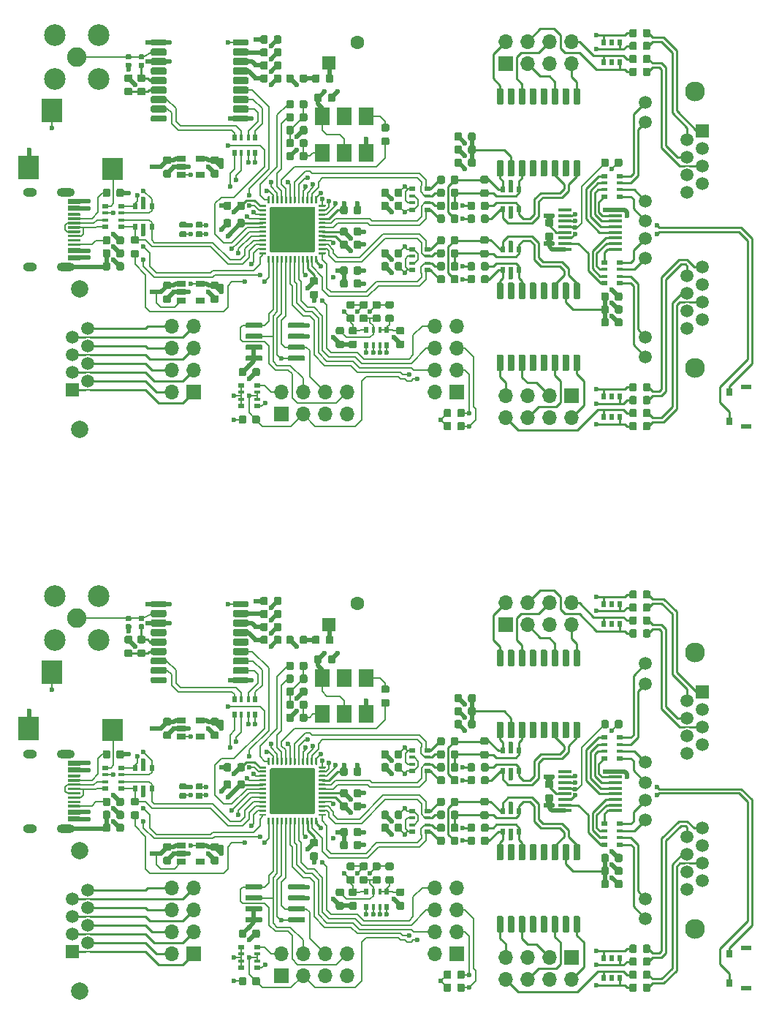
<source format=gbr>
G04 #@! TF.GenerationSoftware,KiCad,Pcbnew,5.1.5*
G04 #@! TF.CreationDate,2020-09-01T20:47:53+02:00*
G04 #@! TF.ProjectId,icE1usb-panel,69634531-7573-4622-9d70-616e656c2e6b,1.0*
G04 #@! TF.SameCoordinates,Original*
G04 #@! TF.FileFunction,Copper,L1,Top*
G04 #@! TF.FilePolarity,Positive*
%FSLAX46Y46*%
G04 Gerber Fmt 4.6, Leading zero omitted, Abs format (unit mm)*
G04 Created by KiCad (PCBNEW 5.1.5) date 2020-09-01 20:47:53*
%MOMM*%
%LPD*%
G04 APERTURE LIST*
%ADD10C,0.100000*%
%ADD11R,2.400000X2.500000*%
%ADD12R,2.400000X2.800000*%
%ADD13R,0.500000X0.800000*%
%ADD14R,0.400000X0.800000*%
%ADD15R,1.500000X1.500000*%
%ADD16C,1.500000*%
%ADD17C,2.300000*%
%ADD18O,1.600000X1.000000*%
%ADD19O,2.100000X1.000000*%
%ADD20C,2.000000*%
%ADD21R,1.200000X0.600000*%
%ADD22R,0.800000X0.900000*%
%ADD23R,1.800000X2.000000*%
%ADD24R,1.700000X1.700000*%
%ADD25O,1.700000X1.700000*%
%ADD26R,0.510000X0.700000*%
%ADD27C,2.500000*%
%ADD28C,2.250000*%
%ADD29R,1.060000X0.650000*%
%ADD30R,1.600000X1.600000*%
%ADD31C,1.600000*%
%ADD32R,0.800000X0.500000*%
%ADD33R,0.800000X0.400000*%
%ADD34R,1.500000X0.450000*%
%ADD35C,0.600000*%
%ADD36C,0.500000*%
%ADD37C,0.250000*%
%ADD38C,0.200000*%
%ADD39C,0.175000*%
%ADD40C,0.300000*%
%ADD41C,0.150000*%
G04 APERTURE END LIST*
G04 #@! TA.AperFunction,SMDPad,CuDef*
D10*
G36*
X10027691Y-56776053D02*
G01*
X10048926Y-56779203D01*
X10069750Y-56784419D01*
X10089962Y-56791651D01*
X10109368Y-56800830D01*
X10127781Y-56811866D01*
X10145024Y-56824654D01*
X10160930Y-56839070D01*
X10175346Y-56854976D01*
X10188134Y-56872219D01*
X10199170Y-56890632D01*
X10208349Y-56910038D01*
X10215581Y-56930250D01*
X10220797Y-56951074D01*
X10223947Y-56972309D01*
X10225000Y-56993750D01*
X10225000Y-57506250D01*
X10223947Y-57527691D01*
X10220797Y-57548926D01*
X10215581Y-57569750D01*
X10208349Y-57589962D01*
X10199170Y-57609368D01*
X10188134Y-57627781D01*
X10175346Y-57645024D01*
X10160930Y-57660930D01*
X10145024Y-57675346D01*
X10127781Y-57688134D01*
X10109368Y-57699170D01*
X10089962Y-57708349D01*
X10069750Y-57715581D01*
X10048926Y-57720797D01*
X10027691Y-57723947D01*
X10006250Y-57725000D01*
X9568750Y-57725000D01*
X9547309Y-57723947D01*
X9526074Y-57720797D01*
X9505250Y-57715581D01*
X9485038Y-57708349D01*
X9465632Y-57699170D01*
X9447219Y-57688134D01*
X9429976Y-57675346D01*
X9414070Y-57660930D01*
X9399654Y-57645024D01*
X9386866Y-57627781D01*
X9375830Y-57609368D01*
X9366651Y-57589962D01*
X9359419Y-57569750D01*
X9354203Y-57548926D01*
X9351053Y-57527691D01*
X9350000Y-57506250D01*
X9350000Y-56993750D01*
X9351053Y-56972309D01*
X9354203Y-56951074D01*
X9359419Y-56930250D01*
X9366651Y-56910038D01*
X9375830Y-56890632D01*
X9386866Y-56872219D01*
X9399654Y-56854976D01*
X9414070Y-56839070D01*
X9429976Y-56824654D01*
X9447219Y-56811866D01*
X9465632Y-56800830D01*
X9485038Y-56791651D01*
X9505250Y-56784419D01*
X9526074Y-56779203D01*
X9547309Y-56776053D01*
X9568750Y-56775000D01*
X10006250Y-56775000D01*
X10027691Y-56776053D01*
G37*
G04 #@! TD.AperFunction*
G04 #@! TA.AperFunction,SMDPad,CuDef*
G36*
X8452691Y-56776053D02*
G01*
X8473926Y-56779203D01*
X8494750Y-56784419D01*
X8514962Y-56791651D01*
X8534368Y-56800830D01*
X8552781Y-56811866D01*
X8570024Y-56824654D01*
X8585930Y-56839070D01*
X8600346Y-56854976D01*
X8613134Y-56872219D01*
X8624170Y-56890632D01*
X8633349Y-56910038D01*
X8640581Y-56930250D01*
X8645797Y-56951074D01*
X8648947Y-56972309D01*
X8650000Y-56993750D01*
X8650000Y-57506250D01*
X8648947Y-57527691D01*
X8645797Y-57548926D01*
X8640581Y-57569750D01*
X8633349Y-57589962D01*
X8624170Y-57609368D01*
X8613134Y-57627781D01*
X8600346Y-57645024D01*
X8585930Y-57660930D01*
X8570024Y-57675346D01*
X8552781Y-57688134D01*
X8534368Y-57699170D01*
X8514962Y-57708349D01*
X8494750Y-57715581D01*
X8473926Y-57720797D01*
X8452691Y-57723947D01*
X8431250Y-57725000D01*
X7993750Y-57725000D01*
X7972309Y-57723947D01*
X7951074Y-57720797D01*
X7930250Y-57715581D01*
X7910038Y-57708349D01*
X7890632Y-57699170D01*
X7872219Y-57688134D01*
X7854976Y-57675346D01*
X7839070Y-57660930D01*
X7824654Y-57645024D01*
X7811866Y-57627781D01*
X7800830Y-57609368D01*
X7791651Y-57589962D01*
X7784419Y-57569750D01*
X7779203Y-57548926D01*
X7776053Y-57527691D01*
X7775000Y-57506250D01*
X7775000Y-56993750D01*
X7776053Y-56972309D01*
X7779203Y-56951074D01*
X7784419Y-56930250D01*
X7791651Y-56910038D01*
X7800830Y-56890632D01*
X7811866Y-56872219D01*
X7824654Y-56854976D01*
X7839070Y-56839070D01*
X7854976Y-56824654D01*
X7872219Y-56811866D01*
X7890632Y-56800830D01*
X7910038Y-56791651D01*
X7930250Y-56784419D01*
X7951074Y-56779203D01*
X7972309Y-56776053D01*
X7993750Y-56775000D01*
X8431250Y-56775000D01*
X8452691Y-56776053D01*
G37*
G04 #@! TD.AperFunction*
G04 #@! TA.AperFunction,SMDPad,CuDef*
G36*
X30277691Y-82776053D02*
G01*
X30298926Y-82779203D01*
X30319750Y-82784419D01*
X30339962Y-82791651D01*
X30359368Y-82800830D01*
X30377781Y-82811866D01*
X30395024Y-82824654D01*
X30410930Y-82839070D01*
X30425346Y-82854976D01*
X30438134Y-82872219D01*
X30449170Y-82890632D01*
X30458349Y-82910038D01*
X30465581Y-82930250D01*
X30470797Y-82951074D01*
X30473947Y-82972309D01*
X30475000Y-82993750D01*
X30475000Y-83506250D01*
X30473947Y-83527691D01*
X30470797Y-83548926D01*
X30465581Y-83569750D01*
X30458349Y-83589962D01*
X30449170Y-83609368D01*
X30438134Y-83627781D01*
X30425346Y-83645024D01*
X30410930Y-83660930D01*
X30395024Y-83675346D01*
X30377781Y-83688134D01*
X30359368Y-83699170D01*
X30339962Y-83708349D01*
X30319750Y-83715581D01*
X30298926Y-83720797D01*
X30277691Y-83723947D01*
X30256250Y-83725000D01*
X29818750Y-83725000D01*
X29797309Y-83723947D01*
X29776074Y-83720797D01*
X29755250Y-83715581D01*
X29735038Y-83708349D01*
X29715632Y-83699170D01*
X29697219Y-83688134D01*
X29679976Y-83675346D01*
X29664070Y-83660930D01*
X29649654Y-83645024D01*
X29636866Y-83627781D01*
X29625830Y-83609368D01*
X29616651Y-83589962D01*
X29609419Y-83569750D01*
X29604203Y-83548926D01*
X29601053Y-83527691D01*
X29600000Y-83506250D01*
X29600000Y-82993750D01*
X29601053Y-82972309D01*
X29604203Y-82951074D01*
X29609419Y-82930250D01*
X29616651Y-82910038D01*
X29625830Y-82890632D01*
X29636866Y-82872219D01*
X29649654Y-82854976D01*
X29664070Y-82839070D01*
X29679976Y-82824654D01*
X29697219Y-82811866D01*
X29715632Y-82800830D01*
X29735038Y-82791651D01*
X29755250Y-82784419D01*
X29776074Y-82779203D01*
X29797309Y-82776053D01*
X29818750Y-82775000D01*
X30256250Y-82775000D01*
X30277691Y-82776053D01*
G37*
G04 #@! TD.AperFunction*
G04 #@! TA.AperFunction,SMDPad,CuDef*
G36*
X28702691Y-82776053D02*
G01*
X28723926Y-82779203D01*
X28744750Y-82784419D01*
X28764962Y-82791651D01*
X28784368Y-82800830D01*
X28802781Y-82811866D01*
X28820024Y-82824654D01*
X28835930Y-82839070D01*
X28850346Y-82854976D01*
X28863134Y-82872219D01*
X28874170Y-82890632D01*
X28883349Y-82910038D01*
X28890581Y-82930250D01*
X28895797Y-82951074D01*
X28898947Y-82972309D01*
X28900000Y-82993750D01*
X28900000Y-83506250D01*
X28898947Y-83527691D01*
X28895797Y-83548926D01*
X28890581Y-83569750D01*
X28883349Y-83589962D01*
X28874170Y-83609368D01*
X28863134Y-83627781D01*
X28850346Y-83645024D01*
X28835930Y-83660930D01*
X28820024Y-83675346D01*
X28802781Y-83688134D01*
X28784368Y-83699170D01*
X28764962Y-83708349D01*
X28744750Y-83715581D01*
X28723926Y-83720797D01*
X28702691Y-83723947D01*
X28681250Y-83725000D01*
X28243750Y-83725000D01*
X28222309Y-83723947D01*
X28201074Y-83720797D01*
X28180250Y-83715581D01*
X28160038Y-83708349D01*
X28140632Y-83699170D01*
X28122219Y-83688134D01*
X28104976Y-83675346D01*
X28089070Y-83660930D01*
X28074654Y-83645024D01*
X28061866Y-83627781D01*
X28050830Y-83609368D01*
X28041651Y-83589962D01*
X28034419Y-83569750D01*
X28029203Y-83548926D01*
X28026053Y-83527691D01*
X28025000Y-83506250D01*
X28025000Y-82993750D01*
X28026053Y-82972309D01*
X28029203Y-82951074D01*
X28034419Y-82930250D01*
X28041651Y-82910038D01*
X28050830Y-82890632D01*
X28061866Y-82872219D01*
X28074654Y-82854976D01*
X28089070Y-82839070D01*
X28104976Y-82824654D01*
X28122219Y-82811866D01*
X28140632Y-82800830D01*
X28160038Y-82791651D01*
X28180250Y-82784419D01*
X28201074Y-82779203D01*
X28222309Y-82776053D01*
X28243750Y-82775000D01*
X28681250Y-82775000D01*
X28702691Y-82776053D01*
G37*
G04 #@! TD.AperFunction*
G04 #@! TA.AperFunction,SMDPad,CuDef*
G36*
X30277691Y-84276053D02*
G01*
X30298926Y-84279203D01*
X30319750Y-84284419D01*
X30339962Y-84291651D01*
X30359368Y-84300830D01*
X30377781Y-84311866D01*
X30395024Y-84324654D01*
X30410930Y-84339070D01*
X30425346Y-84354976D01*
X30438134Y-84372219D01*
X30449170Y-84390632D01*
X30458349Y-84410038D01*
X30465581Y-84430250D01*
X30470797Y-84451074D01*
X30473947Y-84472309D01*
X30475000Y-84493750D01*
X30475000Y-85006250D01*
X30473947Y-85027691D01*
X30470797Y-85048926D01*
X30465581Y-85069750D01*
X30458349Y-85089962D01*
X30449170Y-85109368D01*
X30438134Y-85127781D01*
X30425346Y-85145024D01*
X30410930Y-85160930D01*
X30395024Y-85175346D01*
X30377781Y-85188134D01*
X30359368Y-85199170D01*
X30339962Y-85208349D01*
X30319750Y-85215581D01*
X30298926Y-85220797D01*
X30277691Y-85223947D01*
X30256250Y-85225000D01*
X29818750Y-85225000D01*
X29797309Y-85223947D01*
X29776074Y-85220797D01*
X29755250Y-85215581D01*
X29735038Y-85208349D01*
X29715632Y-85199170D01*
X29697219Y-85188134D01*
X29679976Y-85175346D01*
X29664070Y-85160930D01*
X29649654Y-85145024D01*
X29636866Y-85127781D01*
X29625830Y-85109368D01*
X29616651Y-85089962D01*
X29609419Y-85069750D01*
X29604203Y-85048926D01*
X29601053Y-85027691D01*
X29600000Y-85006250D01*
X29600000Y-84493750D01*
X29601053Y-84472309D01*
X29604203Y-84451074D01*
X29609419Y-84430250D01*
X29616651Y-84410038D01*
X29625830Y-84390632D01*
X29636866Y-84372219D01*
X29649654Y-84354976D01*
X29664070Y-84339070D01*
X29679976Y-84324654D01*
X29697219Y-84311866D01*
X29715632Y-84300830D01*
X29735038Y-84291651D01*
X29755250Y-84284419D01*
X29776074Y-84279203D01*
X29797309Y-84276053D01*
X29818750Y-84275000D01*
X30256250Y-84275000D01*
X30277691Y-84276053D01*
G37*
G04 #@! TD.AperFunction*
G04 #@! TA.AperFunction,SMDPad,CuDef*
G36*
X28702691Y-84276053D02*
G01*
X28723926Y-84279203D01*
X28744750Y-84284419D01*
X28764962Y-84291651D01*
X28784368Y-84300830D01*
X28802781Y-84311866D01*
X28820024Y-84324654D01*
X28835930Y-84339070D01*
X28850346Y-84354976D01*
X28863134Y-84372219D01*
X28874170Y-84390632D01*
X28883349Y-84410038D01*
X28890581Y-84430250D01*
X28895797Y-84451074D01*
X28898947Y-84472309D01*
X28900000Y-84493750D01*
X28900000Y-85006250D01*
X28898947Y-85027691D01*
X28895797Y-85048926D01*
X28890581Y-85069750D01*
X28883349Y-85089962D01*
X28874170Y-85109368D01*
X28863134Y-85127781D01*
X28850346Y-85145024D01*
X28835930Y-85160930D01*
X28820024Y-85175346D01*
X28802781Y-85188134D01*
X28784368Y-85199170D01*
X28764962Y-85208349D01*
X28744750Y-85215581D01*
X28723926Y-85220797D01*
X28702691Y-85223947D01*
X28681250Y-85225000D01*
X28243750Y-85225000D01*
X28222309Y-85223947D01*
X28201074Y-85220797D01*
X28180250Y-85215581D01*
X28160038Y-85208349D01*
X28140632Y-85199170D01*
X28122219Y-85188134D01*
X28104976Y-85175346D01*
X28089070Y-85160930D01*
X28074654Y-85145024D01*
X28061866Y-85127781D01*
X28050830Y-85109368D01*
X28041651Y-85089962D01*
X28034419Y-85069750D01*
X28029203Y-85048926D01*
X28026053Y-85027691D01*
X28025000Y-85006250D01*
X28025000Y-84493750D01*
X28026053Y-84472309D01*
X28029203Y-84451074D01*
X28034419Y-84430250D01*
X28041651Y-84410038D01*
X28050830Y-84390632D01*
X28061866Y-84372219D01*
X28074654Y-84354976D01*
X28089070Y-84339070D01*
X28104976Y-84324654D01*
X28122219Y-84311866D01*
X28140632Y-84300830D01*
X28160038Y-84291651D01*
X28180250Y-84284419D01*
X28201074Y-84279203D01*
X28222309Y-84276053D01*
X28243750Y-84275000D01*
X28681250Y-84275000D01*
X28702691Y-84276053D01*
G37*
G04 #@! TD.AperFunction*
G04 #@! TA.AperFunction,SMDPad,CuDef*
G36*
X30277691Y-85776053D02*
G01*
X30298926Y-85779203D01*
X30319750Y-85784419D01*
X30339962Y-85791651D01*
X30359368Y-85800830D01*
X30377781Y-85811866D01*
X30395024Y-85824654D01*
X30410930Y-85839070D01*
X30425346Y-85854976D01*
X30438134Y-85872219D01*
X30449170Y-85890632D01*
X30458349Y-85910038D01*
X30465581Y-85930250D01*
X30470797Y-85951074D01*
X30473947Y-85972309D01*
X30475000Y-85993750D01*
X30475000Y-86506250D01*
X30473947Y-86527691D01*
X30470797Y-86548926D01*
X30465581Y-86569750D01*
X30458349Y-86589962D01*
X30449170Y-86609368D01*
X30438134Y-86627781D01*
X30425346Y-86645024D01*
X30410930Y-86660930D01*
X30395024Y-86675346D01*
X30377781Y-86688134D01*
X30359368Y-86699170D01*
X30339962Y-86708349D01*
X30319750Y-86715581D01*
X30298926Y-86720797D01*
X30277691Y-86723947D01*
X30256250Y-86725000D01*
X29818750Y-86725000D01*
X29797309Y-86723947D01*
X29776074Y-86720797D01*
X29755250Y-86715581D01*
X29735038Y-86708349D01*
X29715632Y-86699170D01*
X29697219Y-86688134D01*
X29679976Y-86675346D01*
X29664070Y-86660930D01*
X29649654Y-86645024D01*
X29636866Y-86627781D01*
X29625830Y-86609368D01*
X29616651Y-86589962D01*
X29609419Y-86569750D01*
X29604203Y-86548926D01*
X29601053Y-86527691D01*
X29600000Y-86506250D01*
X29600000Y-85993750D01*
X29601053Y-85972309D01*
X29604203Y-85951074D01*
X29609419Y-85930250D01*
X29616651Y-85910038D01*
X29625830Y-85890632D01*
X29636866Y-85872219D01*
X29649654Y-85854976D01*
X29664070Y-85839070D01*
X29679976Y-85824654D01*
X29697219Y-85811866D01*
X29715632Y-85800830D01*
X29735038Y-85791651D01*
X29755250Y-85784419D01*
X29776074Y-85779203D01*
X29797309Y-85776053D01*
X29818750Y-85775000D01*
X30256250Y-85775000D01*
X30277691Y-85776053D01*
G37*
G04 #@! TD.AperFunction*
G04 #@! TA.AperFunction,SMDPad,CuDef*
G36*
X28702691Y-85776053D02*
G01*
X28723926Y-85779203D01*
X28744750Y-85784419D01*
X28764962Y-85791651D01*
X28784368Y-85800830D01*
X28802781Y-85811866D01*
X28820024Y-85824654D01*
X28835930Y-85839070D01*
X28850346Y-85854976D01*
X28863134Y-85872219D01*
X28874170Y-85890632D01*
X28883349Y-85910038D01*
X28890581Y-85930250D01*
X28895797Y-85951074D01*
X28898947Y-85972309D01*
X28900000Y-85993750D01*
X28900000Y-86506250D01*
X28898947Y-86527691D01*
X28895797Y-86548926D01*
X28890581Y-86569750D01*
X28883349Y-86589962D01*
X28874170Y-86609368D01*
X28863134Y-86627781D01*
X28850346Y-86645024D01*
X28835930Y-86660930D01*
X28820024Y-86675346D01*
X28802781Y-86688134D01*
X28784368Y-86699170D01*
X28764962Y-86708349D01*
X28744750Y-86715581D01*
X28723926Y-86720797D01*
X28702691Y-86723947D01*
X28681250Y-86725000D01*
X28243750Y-86725000D01*
X28222309Y-86723947D01*
X28201074Y-86720797D01*
X28180250Y-86715581D01*
X28160038Y-86708349D01*
X28140632Y-86699170D01*
X28122219Y-86688134D01*
X28104976Y-86675346D01*
X28089070Y-86660930D01*
X28074654Y-86645024D01*
X28061866Y-86627781D01*
X28050830Y-86609368D01*
X28041651Y-86589962D01*
X28034419Y-86569750D01*
X28029203Y-86548926D01*
X28026053Y-86527691D01*
X28025000Y-86506250D01*
X28025000Y-85993750D01*
X28026053Y-85972309D01*
X28029203Y-85951074D01*
X28034419Y-85930250D01*
X28041651Y-85910038D01*
X28050830Y-85890632D01*
X28061866Y-85872219D01*
X28074654Y-85854976D01*
X28089070Y-85839070D01*
X28104976Y-85824654D01*
X28122219Y-85811866D01*
X28140632Y-85800830D01*
X28160038Y-85791651D01*
X28180250Y-85784419D01*
X28201074Y-85779203D01*
X28222309Y-85776053D01*
X28243750Y-85775000D01*
X28681250Y-85775000D01*
X28702691Y-85776053D01*
G37*
G04 #@! TD.AperFunction*
G04 #@! TA.AperFunction,SMDPad,CuDef*
G36*
X30277691Y-87276053D02*
G01*
X30298926Y-87279203D01*
X30319750Y-87284419D01*
X30339962Y-87291651D01*
X30359368Y-87300830D01*
X30377781Y-87311866D01*
X30395024Y-87324654D01*
X30410930Y-87339070D01*
X30425346Y-87354976D01*
X30438134Y-87372219D01*
X30449170Y-87390632D01*
X30458349Y-87410038D01*
X30465581Y-87430250D01*
X30470797Y-87451074D01*
X30473947Y-87472309D01*
X30475000Y-87493750D01*
X30475000Y-88006250D01*
X30473947Y-88027691D01*
X30470797Y-88048926D01*
X30465581Y-88069750D01*
X30458349Y-88089962D01*
X30449170Y-88109368D01*
X30438134Y-88127781D01*
X30425346Y-88145024D01*
X30410930Y-88160930D01*
X30395024Y-88175346D01*
X30377781Y-88188134D01*
X30359368Y-88199170D01*
X30339962Y-88208349D01*
X30319750Y-88215581D01*
X30298926Y-88220797D01*
X30277691Y-88223947D01*
X30256250Y-88225000D01*
X29818750Y-88225000D01*
X29797309Y-88223947D01*
X29776074Y-88220797D01*
X29755250Y-88215581D01*
X29735038Y-88208349D01*
X29715632Y-88199170D01*
X29697219Y-88188134D01*
X29679976Y-88175346D01*
X29664070Y-88160930D01*
X29649654Y-88145024D01*
X29636866Y-88127781D01*
X29625830Y-88109368D01*
X29616651Y-88089962D01*
X29609419Y-88069750D01*
X29604203Y-88048926D01*
X29601053Y-88027691D01*
X29600000Y-88006250D01*
X29600000Y-87493750D01*
X29601053Y-87472309D01*
X29604203Y-87451074D01*
X29609419Y-87430250D01*
X29616651Y-87410038D01*
X29625830Y-87390632D01*
X29636866Y-87372219D01*
X29649654Y-87354976D01*
X29664070Y-87339070D01*
X29679976Y-87324654D01*
X29697219Y-87311866D01*
X29715632Y-87300830D01*
X29735038Y-87291651D01*
X29755250Y-87284419D01*
X29776074Y-87279203D01*
X29797309Y-87276053D01*
X29818750Y-87275000D01*
X30256250Y-87275000D01*
X30277691Y-87276053D01*
G37*
G04 #@! TD.AperFunction*
G04 #@! TA.AperFunction,SMDPad,CuDef*
G36*
X28702691Y-87276053D02*
G01*
X28723926Y-87279203D01*
X28744750Y-87284419D01*
X28764962Y-87291651D01*
X28784368Y-87300830D01*
X28802781Y-87311866D01*
X28820024Y-87324654D01*
X28835930Y-87339070D01*
X28850346Y-87354976D01*
X28863134Y-87372219D01*
X28874170Y-87390632D01*
X28883349Y-87410038D01*
X28890581Y-87430250D01*
X28895797Y-87451074D01*
X28898947Y-87472309D01*
X28900000Y-87493750D01*
X28900000Y-88006250D01*
X28898947Y-88027691D01*
X28895797Y-88048926D01*
X28890581Y-88069750D01*
X28883349Y-88089962D01*
X28874170Y-88109368D01*
X28863134Y-88127781D01*
X28850346Y-88145024D01*
X28835930Y-88160930D01*
X28820024Y-88175346D01*
X28802781Y-88188134D01*
X28784368Y-88199170D01*
X28764962Y-88208349D01*
X28744750Y-88215581D01*
X28723926Y-88220797D01*
X28702691Y-88223947D01*
X28681250Y-88225000D01*
X28243750Y-88225000D01*
X28222309Y-88223947D01*
X28201074Y-88220797D01*
X28180250Y-88215581D01*
X28160038Y-88208349D01*
X28140632Y-88199170D01*
X28122219Y-88188134D01*
X28104976Y-88175346D01*
X28089070Y-88160930D01*
X28074654Y-88145024D01*
X28061866Y-88127781D01*
X28050830Y-88109368D01*
X28041651Y-88089962D01*
X28034419Y-88069750D01*
X28029203Y-88048926D01*
X28026053Y-88027691D01*
X28025000Y-88006250D01*
X28025000Y-87493750D01*
X28026053Y-87472309D01*
X28029203Y-87451074D01*
X28034419Y-87430250D01*
X28041651Y-87410038D01*
X28050830Y-87390632D01*
X28061866Y-87372219D01*
X28074654Y-87354976D01*
X28089070Y-87339070D01*
X28104976Y-87324654D01*
X28122219Y-87311866D01*
X28140632Y-87300830D01*
X28160038Y-87291651D01*
X28180250Y-87284419D01*
X28201074Y-87279203D01*
X28222309Y-87276053D01*
X28243750Y-87275000D01*
X28681250Y-87275000D01*
X28702691Y-87276053D01*
G37*
G04 #@! TD.AperFunction*
G04 #@! TA.AperFunction,SMDPad,CuDef*
G36*
X11527691Y-60351053D02*
G01*
X11548926Y-60354203D01*
X11569750Y-60359419D01*
X11589962Y-60366651D01*
X11609368Y-60375830D01*
X11627781Y-60386866D01*
X11645024Y-60399654D01*
X11660930Y-60414070D01*
X11675346Y-60429976D01*
X11688134Y-60447219D01*
X11699170Y-60465632D01*
X11708349Y-60485038D01*
X11715581Y-60505250D01*
X11720797Y-60526074D01*
X11723947Y-60547309D01*
X11725000Y-60568750D01*
X11725000Y-61006250D01*
X11723947Y-61027691D01*
X11720797Y-61048926D01*
X11715581Y-61069750D01*
X11708349Y-61089962D01*
X11699170Y-61109368D01*
X11688134Y-61127781D01*
X11675346Y-61145024D01*
X11660930Y-61160930D01*
X11645024Y-61175346D01*
X11627781Y-61188134D01*
X11609368Y-61199170D01*
X11589962Y-61208349D01*
X11569750Y-61215581D01*
X11548926Y-61220797D01*
X11527691Y-61223947D01*
X11506250Y-61225000D01*
X10993750Y-61225000D01*
X10972309Y-61223947D01*
X10951074Y-61220797D01*
X10930250Y-61215581D01*
X10910038Y-61208349D01*
X10890632Y-61199170D01*
X10872219Y-61188134D01*
X10854976Y-61175346D01*
X10839070Y-61160930D01*
X10824654Y-61145024D01*
X10811866Y-61127781D01*
X10800830Y-61109368D01*
X10791651Y-61089962D01*
X10784419Y-61069750D01*
X10779203Y-61048926D01*
X10776053Y-61027691D01*
X10775000Y-61006250D01*
X10775000Y-60568750D01*
X10776053Y-60547309D01*
X10779203Y-60526074D01*
X10784419Y-60505250D01*
X10791651Y-60485038D01*
X10800830Y-60465632D01*
X10811866Y-60447219D01*
X10824654Y-60429976D01*
X10839070Y-60414070D01*
X10854976Y-60399654D01*
X10872219Y-60386866D01*
X10890632Y-60375830D01*
X10910038Y-60366651D01*
X10930250Y-60359419D01*
X10951074Y-60354203D01*
X10972309Y-60351053D01*
X10993750Y-60350000D01*
X11506250Y-60350000D01*
X11527691Y-60351053D01*
G37*
G04 #@! TD.AperFunction*
G04 #@! TA.AperFunction,SMDPad,CuDef*
G36*
X11527691Y-58776053D02*
G01*
X11548926Y-58779203D01*
X11569750Y-58784419D01*
X11589962Y-58791651D01*
X11609368Y-58800830D01*
X11627781Y-58811866D01*
X11645024Y-58824654D01*
X11660930Y-58839070D01*
X11675346Y-58854976D01*
X11688134Y-58872219D01*
X11699170Y-58890632D01*
X11708349Y-58910038D01*
X11715581Y-58930250D01*
X11720797Y-58951074D01*
X11723947Y-58972309D01*
X11725000Y-58993750D01*
X11725000Y-59431250D01*
X11723947Y-59452691D01*
X11720797Y-59473926D01*
X11715581Y-59494750D01*
X11708349Y-59514962D01*
X11699170Y-59534368D01*
X11688134Y-59552781D01*
X11675346Y-59570024D01*
X11660930Y-59585930D01*
X11645024Y-59600346D01*
X11627781Y-59613134D01*
X11609368Y-59624170D01*
X11589962Y-59633349D01*
X11569750Y-59640581D01*
X11548926Y-59645797D01*
X11527691Y-59648947D01*
X11506250Y-59650000D01*
X10993750Y-59650000D01*
X10972309Y-59648947D01*
X10951074Y-59645797D01*
X10930250Y-59640581D01*
X10910038Y-59633349D01*
X10890632Y-59624170D01*
X10872219Y-59613134D01*
X10854976Y-59600346D01*
X10839070Y-59585930D01*
X10824654Y-59570024D01*
X10811866Y-59552781D01*
X10800830Y-59534368D01*
X10791651Y-59514962D01*
X10784419Y-59494750D01*
X10779203Y-59473926D01*
X10776053Y-59452691D01*
X10775000Y-59431250D01*
X10775000Y-58993750D01*
X10776053Y-58972309D01*
X10779203Y-58951074D01*
X10784419Y-58930250D01*
X10791651Y-58910038D01*
X10800830Y-58890632D01*
X10811866Y-58872219D01*
X10824654Y-58854976D01*
X10839070Y-58839070D01*
X10854976Y-58824654D01*
X10872219Y-58811866D01*
X10890632Y-58800830D01*
X10910038Y-58791651D01*
X10930250Y-58784419D01*
X10951074Y-58779203D01*
X10972309Y-58776053D01*
X10993750Y-58775000D01*
X11506250Y-58775000D01*
X11527691Y-58776053D01*
G37*
G04 #@! TD.AperFunction*
G04 #@! TA.AperFunction,SMDPad,CuDef*
G36*
X25452691Y-72276053D02*
G01*
X25473926Y-72279203D01*
X25494750Y-72284419D01*
X25514962Y-72291651D01*
X25534368Y-72300830D01*
X25552781Y-72311866D01*
X25570024Y-72324654D01*
X25585930Y-72339070D01*
X25600346Y-72354976D01*
X25613134Y-72372219D01*
X25624170Y-72390632D01*
X25633349Y-72410038D01*
X25640581Y-72430250D01*
X25645797Y-72451074D01*
X25648947Y-72472309D01*
X25650000Y-72493750D01*
X25650000Y-73006250D01*
X25648947Y-73027691D01*
X25645797Y-73048926D01*
X25640581Y-73069750D01*
X25633349Y-73089962D01*
X25624170Y-73109368D01*
X25613134Y-73127781D01*
X25600346Y-73145024D01*
X25585930Y-73160930D01*
X25570024Y-73175346D01*
X25552781Y-73188134D01*
X25534368Y-73199170D01*
X25514962Y-73208349D01*
X25494750Y-73215581D01*
X25473926Y-73220797D01*
X25452691Y-73223947D01*
X25431250Y-73225000D01*
X24993750Y-73225000D01*
X24972309Y-73223947D01*
X24951074Y-73220797D01*
X24930250Y-73215581D01*
X24910038Y-73208349D01*
X24890632Y-73199170D01*
X24872219Y-73188134D01*
X24854976Y-73175346D01*
X24839070Y-73160930D01*
X24824654Y-73145024D01*
X24811866Y-73127781D01*
X24800830Y-73109368D01*
X24791651Y-73089962D01*
X24784419Y-73069750D01*
X24779203Y-73048926D01*
X24776053Y-73027691D01*
X24775000Y-73006250D01*
X24775000Y-72493750D01*
X24776053Y-72472309D01*
X24779203Y-72451074D01*
X24784419Y-72430250D01*
X24791651Y-72410038D01*
X24800830Y-72390632D01*
X24811866Y-72372219D01*
X24824654Y-72354976D01*
X24839070Y-72339070D01*
X24854976Y-72324654D01*
X24872219Y-72311866D01*
X24890632Y-72300830D01*
X24910038Y-72291651D01*
X24930250Y-72284419D01*
X24951074Y-72279203D01*
X24972309Y-72276053D01*
X24993750Y-72275000D01*
X25431250Y-72275000D01*
X25452691Y-72276053D01*
G37*
G04 #@! TD.AperFunction*
G04 #@! TA.AperFunction,SMDPad,CuDef*
G36*
X27027691Y-72276053D02*
G01*
X27048926Y-72279203D01*
X27069750Y-72284419D01*
X27089962Y-72291651D01*
X27109368Y-72300830D01*
X27127781Y-72311866D01*
X27145024Y-72324654D01*
X27160930Y-72339070D01*
X27175346Y-72354976D01*
X27188134Y-72372219D01*
X27199170Y-72390632D01*
X27208349Y-72410038D01*
X27215581Y-72430250D01*
X27220797Y-72451074D01*
X27223947Y-72472309D01*
X27225000Y-72493750D01*
X27225000Y-73006250D01*
X27223947Y-73027691D01*
X27220797Y-73048926D01*
X27215581Y-73069750D01*
X27208349Y-73089962D01*
X27199170Y-73109368D01*
X27188134Y-73127781D01*
X27175346Y-73145024D01*
X27160930Y-73160930D01*
X27145024Y-73175346D01*
X27127781Y-73188134D01*
X27109368Y-73199170D01*
X27089962Y-73208349D01*
X27069750Y-73215581D01*
X27048926Y-73220797D01*
X27027691Y-73223947D01*
X27006250Y-73225000D01*
X26568750Y-73225000D01*
X26547309Y-73223947D01*
X26526074Y-73220797D01*
X26505250Y-73215581D01*
X26485038Y-73208349D01*
X26465632Y-73199170D01*
X26447219Y-73188134D01*
X26429976Y-73175346D01*
X26414070Y-73160930D01*
X26399654Y-73145024D01*
X26386866Y-73127781D01*
X26375830Y-73109368D01*
X26366651Y-73089962D01*
X26359419Y-73069750D01*
X26354203Y-73048926D01*
X26351053Y-73027691D01*
X26350000Y-73006250D01*
X26350000Y-72493750D01*
X26351053Y-72472309D01*
X26354203Y-72451074D01*
X26359419Y-72430250D01*
X26366651Y-72410038D01*
X26375830Y-72390632D01*
X26386866Y-72372219D01*
X26399654Y-72354976D01*
X26414070Y-72339070D01*
X26429976Y-72324654D01*
X26447219Y-72311866D01*
X26465632Y-72300830D01*
X26485038Y-72291651D01*
X26505250Y-72284419D01*
X26526074Y-72279203D01*
X26547309Y-72276053D01*
X26568750Y-72275000D01*
X27006250Y-72275000D01*
X27027691Y-72276053D01*
G37*
G04 #@! TD.AperFunction*
D11*
X-31850000Y-57950000D03*
D12*
X-41550000Y-57800000D03*
X-38850000Y-51200000D03*
G04 #@! TA.AperFunction,SMDPad,CuDef*
D10*
G36*
X1777691Y-76276053D02*
G01*
X1798926Y-76279203D01*
X1819750Y-76284419D01*
X1839962Y-76291651D01*
X1859368Y-76300830D01*
X1877781Y-76311866D01*
X1895024Y-76324654D01*
X1910930Y-76339070D01*
X1925346Y-76354976D01*
X1938134Y-76372219D01*
X1949170Y-76390632D01*
X1958349Y-76410038D01*
X1965581Y-76430250D01*
X1970797Y-76451074D01*
X1973947Y-76472309D01*
X1975000Y-76493750D01*
X1975000Y-76931250D01*
X1973947Y-76952691D01*
X1970797Y-76973926D01*
X1965581Y-76994750D01*
X1958349Y-77014962D01*
X1949170Y-77034368D01*
X1938134Y-77052781D01*
X1925346Y-77070024D01*
X1910930Y-77085930D01*
X1895024Y-77100346D01*
X1877781Y-77113134D01*
X1859368Y-77124170D01*
X1839962Y-77133349D01*
X1819750Y-77140581D01*
X1798926Y-77145797D01*
X1777691Y-77148947D01*
X1756250Y-77150000D01*
X1243750Y-77150000D01*
X1222309Y-77148947D01*
X1201074Y-77145797D01*
X1180250Y-77140581D01*
X1160038Y-77133349D01*
X1140632Y-77124170D01*
X1122219Y-77113134D01*
X1104976Y-77100346D01*
X1089070Y-77085930D01*
X1074654Y-77070024D01*
X1061866Y-77052781D01*
X1050830Y-77034368D01*
X1041651Y-77014962D01*
X1034419Y-76994750D01*
X1029203Y-76973926D01*
X1026053Y-76952691D01*
X1025000Y-76931250D01*
X1025000Y-76493750D01*
X1026053Y-76472309D01*
X1029203Y-76451074D01*
X1034419Y-76430250D01*
X1041651Y-76410038D01*
X1050830Y-76390632D01*
X1061866Y-76372219D01*
X1074654Y-76354976D01*
X1089070Y-76339070D01*
X1104976Y-76324654D01*
X1122219Y-76311866D01*
X1140632Y-76300830D01*
X1160038Y-76291651D01*
X1180250Y-76284419D01*
X1201074Y-76279203D01*
X1222309Y-76276053D01*
X1243750Y-76275000D01*
X1756250Y-76275000D01*
X1777691Y-76276053D01*
G37*
G04 #@! TD.AperFunction*
G04 #@! TA.AperFunction,SMDPad,CuDef*
G36*
X1777691Y-77851053D02*
G01*
X1798926Y-77854203D01*
X1819750Y-77859419D01*
X1839962Y-77866651D01*
X1859368Y-77875830D01*
X1877781Y-77886866D01*
X1895024Y-77899654D01*
X1910930Y-77914070D01*
X1925346Y-77929976D01*
X1938134Y-77947219D01*
X1949170Y-77965632D01*
X1958349Y-77985038D01*
X1965581Y-78005250D01*
X1970797Y-78026074D01*
X1973947Y-78047309D01*
X1975000Y-78068750D01*
X1975000Y-78506250D01*
X1973947Y-78527691D01*
X1970797Y-78548926D01*
X1965581Y-78569750D01*
X1958349Y-78589962D01*
X1949170Y-78609368D01*
X1938134Y-78627781D01*
X1925346Y-78645024D01*
X1910930Y-78660930D01*
X1895024Y-78675346D01*
X1877781Y-78688134D01*
X1859368Y-78699170D01*
X1839962Y-78708349D01*
X1819750Y-78715581D01*
X1798926Y-78720797D01*
X1777691Y-78723947D01*
X1756250Y-78725000D01*
X1243750Y-78725000D01*
X1222309Y-78723947D01*
X1201074Y-78720797D01*
X1180250Y-78715581D01*
X1160038Y-78708349D01*
X1140632Y-78699170D01*
X1122219Y-78688134D01*
X1104976Y-78675346D01*
X1089070Y-78660930D01*
X1074654Y-78645024D01*
X1061866Y-78627781D01*
X1050830Y-78609368D01*
X1041651Y-78589962D01*
X1034419Y-78569750D01*
X1029203Y-78548926D01*
X1026053Y-78527691D01*
X1025000Y-78506250D01*
X1025000Y-78068750D01*
X1026053Y-78047309D01*
X1029203Y-78026074D01*
X1034419Y-78005250D01*
X1041651Y-77985038D01*
X1050830Y-77965632D01*
X1061866Y-77947219D01*
X1074654Y-77929976D01*
X1089070Y-77914070D01*
X1104976Y-77899654D01*
X1122219Y-77886866D01*
X1140632Y-77875830D01*
X1160038Y-77866651D01*
X1180250Y-77859419D01*
X1201074Y-77854203D01*
X1222309Y-77851053D01*
X1243750Y-77850000D01*
X1756250Y-77850000D01*
X1777691Y-77851053D01*
G37*
G04 #@! TD.AperFunction*
G04 #@! TA.AperFunction,SMDPad,CuDef*
G36*
X-3722309Y-76276053D02*
G01*
X-3701074Y-76279203D01*
X-3680250Y-76284419D01*
X-3660038Y-76291651D01*
X-3640632Y-76300830D01*
X-3622219Y-76311866D01*
X-3604976Y-76324654D01*
X-3589070Y-76339070D01*
X-3574654Y-76354976D01*
X-3561866Y-76372219D01*
X-3550830Y-76390632D01*
X-3541651Y-76410038D01*
X-3534419Y-76430250D01*
X-3529203Y-76451074D01*
X-3526053Y-76472309D01*
X-3525000Y-76493750D01*
X-3525000Y-76931250D01*
X-3526053Y-76952691D01*
X-3529203Y-76973926D01*
X-3534419Y-76994750D01*
X-3541651Y-77014962D01*
X-3550830Y-77034368D01*
X-3561866Y-77052781D01*
X-3574654Y-77070024D01*
X-3589070Y-77085930D01*
X-3604976Y-77100346D01*
X-3622219Y-77113134D01*
X-3640632Y-77124170D01*
X-3660038Y-77133349D01*
X-3680250Y-77140581D01*
X-3701074Y-77145797D01*
X-3722309Y-77148947D01*
X-3743750Y-77150000D01*
X-4256250Y-77150000D01*
X-4277691Y-77148947D01*
X-4298926Y-77145797D01*
X-4319750Y-77140581D01*
X-4339962Y-77133349D01*
X-4359368Y-77124170D01*
X-4377781Y-77113134D01*
X-4395024Y-77100346D01*
X-4410930Y-77085930D01*
X-4425346Y-77070024D01*
X-4438134Y-77052781D01*
X-4449170Y-77034368D01*
X-4458349Y-77014962D01*
X-4465581Y-76994750D01*
X-4470797Y-76973926D01*
X-4473947Y-76952691D01*
X-4475000Y-76931250D01*
X-4475000Y-76493750D01*
X-4473947Y-76472309D01*
X-4470797Y-76451074D01*
X-4465581Y-76430250D01*
X-4458349Y-76410038D01*
X-4449170Y-76390632D01*
X-4438134Y-76372219D01*
X-4425346Y-76354976D01*
X-4410930Y-76339070D01*
X-4395024Y-76324654D01*
X-4377781Y-76311866D01*
X-4359368Y-76300830D01*
X-4339962Y-76291651D01*
X-4319750Y-76284419D01*
X-4298926Y-76279203D01*
X-4277691Y-76276053D01*
X-4256250Y-76275000D01*
X-3743750Y-76275000D01*
X-3722309Y-76276053D01*
G37*
G04 #@! TD.AperFunction*
G04 #@! TA.AperFunction,SMDPad,CuDef*
G36*
X-3722309Y-77851053D02*
G01*
X-3701074Y-77854203D01*
X-3680250Y-77859419D01*
X-3660038Y-77866651D01*
X-3640632Y-77875830D01*
X-3622219Y-77886866D01*
X-3604976Y-77899654D01*
X-3589070Y-77914070D01*
X-3574654Y-77929976D01*
X-3561866Y-77947219D01*
X-3550830Y-77965632D01*
X-3541651Y-77985038D01*
X-3534419Y-78005250D01*
X-3529203Y-78026074D01*
X-3526053Y-78047309D01*
X-3525000Y-78068750D01*
X-3525000Y-78506250D01*
X-3526053Y-78527691D01*
X-3529203Y-78548926D01*
X-3534419Y-78569750D01*
X-3541651Y-78589962D01*
X-3550830Y-78609368D01*
X-3561866Y-78627781D01*
X-3574654Y-78645024D01*
X-3589070Y-78660930D01*
X-3604976Y-78675346D01*
X-3622219Y-78688134D01*
X-3640632Y-78699170D01*
X-3660038Y-78708349D01*
X-3680250Y-78715581D01*
X-3701074Y-78720797D01*
X-3722309Y-78723947D01*
X-3743750Y-78725000D01*
X-4256250Y-78725000D01*
X-4277691Y-78723947D01*
X-4298926Y-78720797D01*
X-4319750Y-78715581D01*
X-4339962Y-78708349D01*
X-4359368Y-78699170D01*
X-4377781Y-78688134D01*
X-4395024Y-78675346D01*
X-4410930Y-78660930D01*
X-4425346Y-78645024D01*
X-4438134Y-78627781D01*
X-4449170Y-78609368D01*
X-4458349Y-78589962D01*
X-4465581Y-78569750D01*
X-4470797Y-78548926D01*
X-4473947Y-78527691D01*
X-4475000Y-78506250D01*
X-4475000Y-78068750D01*
X-4473947Y-78047309D01*
X-4470797Y-78026074D01*
X-4465581Y-78005250D01*
X-4458349Y-77985038D01*
X-4449170Y-77965632D01*
X-4438134Y-77947219D01*
X-4425346Y-77929976D01*
X-4410930Y-77914070D01*
X-4395024Y-77899654D01*
X-4377781Y-77886866D01*
X-4359368Y-77875830D01*
X-4339962Y-77866651D01*
X-4319750Y-77859419D01*
X-4298926Y-77854203D01*
X-4277691Y-77851053D01*
X-4256250Y-77850000D01*
X-3743750Y-77850000D01*
X-3722309Y-77851053D01*
G37*
G04 #@! TD.AperFunction*
G04 #@! TA.AperFunction,SMDPad,CuDef*
G36*
X-9685297Y-79605722D02*
G01*
X-9670736Y-79607882D01*
X-9656457Y-79611459D01*
X-9642597Y-79616418D01*
X-9629290Y-79622712D01*
X-9616664Y-79630280D01*
X-9604841Y-79639048D01*
X-9593934Y-79648934D01*
X-9584048Y-79659841D01*
X-9575280Y-79671664D01*
X-9567712Y-79684290D01*
X-9561418Y-79697597D01*
X-9556459Y-79711457D01*
X-9552882Y-79725736D01*
X-9550722Y-79740297D01*
X-9550000Y-79755000D01*
X-9550000Y-80055000D01*
X-9550722Y-80069703D01*
X-9552882Y-80084264D01*
X-9556459Y-80098543D01*
X-9561418Y-80112403D01*
X-9567712Y-80125710D01*
X-9575280Y-80138336D01*
X-9584048Y-80150159D01*
X-9593934Y-80161066D01*
X-9604841Y-80170952D01*
X-9616664Y-80179720D01*
X-9629290Y-80187288D01*
X-9642597Y-80193582D01*
X-9656457Y-80198541D01*
X-9670736Y-80202118D01*
X-9685297Y-80204278D01*
X-9700000Y-80205000D01*
X-11350000Y-80205000D01*
X-11364703Y-80204278D01*
X-11379264Y-80202118D01*
X-11393543Y-80198541D01*
X-11407403Y-80193582D01*
X-11420710Y-80187288D01*
X-11433336Y-80179720D01*
X-11445159Y-80170952D01*
X-11456066Y-80161066D01*
X-11465952Y-80150159D01*
X-11474720Y-80138336D01*
X-11482288Y-80125710D01*
X-11488582Y-80112403D01*
X-11493541Y-80098543D01*
X-11497118Y-80084264D01*
X-11499278Y-80069703D01*
X-11500000Y-80055000D01*
X-11500000Y-79755000D01*
X-11499278Y-79740297D01*
X-11497118Y-79725736D01*
X-11493541Y-79711457D01*
X-11488582Y-79697597D01*
X-11482288Y-79684290D01*
X-11474720Y-79671664D01*
X-11465952Y-79659841D01*
X-11456066Y-79648934D01*
X-11445159Y-79639048D01*
X-11433336Y-79630280D01*
X-11420710Y-79622712D01*
X-11407403Y-79616418D01*
X-11393543Y-79611459D01*
X-11379264Y-79607882D01*
X-11364703Y-79605722D01*
X-11350000Y-79605000D01*
X-9700000Y-79605000D01*
X-9685297Y-79605722D01*
G37*
G04 #@! TD.AperFunction*
G04 #@! TA.AperFunction,SMDPad,CuDef*
G36*
X-9685297Y-78335722D02*
G01*
X-9670736Y-78337882D01*
X-9656457Y-78341459D01*
X-9642597Y-78346418D01*
X-9629290Y-78352712D01*
X-9616664Y-78360280D01*
X-9604841Y-78369048D01*
X-9593934Y-78378934D01*
X-9584048Y-78389841D01*
X-9575280Y-78401664D01*
X-9567712Y-78414290D01*
X-9561418Y-78427597D01*
X-9556459Y-78441457D01*
X-9552882Y-78455736D01*
X-9550722Y-78470297D01*
X-9550000Y-78485000D01*
X-9550000Y-78785000D01*
X-9550722Y-78799703D01*
X-9552882Y-78814264D01*
X-9556459Y-78828543D01*
X-9561418Y-78842403D01*
X-9567712Y-78855710D01*
X-9575280Y-78868336D01*
X-9584048Y-78880159D01*
X-9593934Y-78891066D01*
X-9604841Y-78900952D01*
X-9616664Y-78909720D01*
X-9629290Y-78917288D01*
X-9642597Y-78923582D01*
X-9656457Y-78928541D01*
X-9670736Y-78932118D01*
X-9685297Y-78934278D01*
X-9700000Y-78935000D01*
X-11350000Y-78935000D01*
X-11364703Y-78934278D01*
X-11379264Y-78932118D01*
X-11393543Y-78928541D01*
X-11407403Y-78923582D01*
X-11420710Y-78917288D01*
X-11433336Y-78909720D01*
X-11445159Y-78900952D01*
X-11456066Y-78891066D01*
X-11465952Y-78880159D01*
X-11474720Y-78868336D01*
X-11482288Y-78855710D01*
X-11488582Y-78842403D01*
X-11493541Y-78828543D01*
X-11497118Y-78814264D01*
X-11499278Y-78799703D01*
X-11500000Y-78785000D01*
X-11500000Y-78485000D01*
X-11499278Y-78470297D01*
X-11497118Y-78455736D01*
X-11493541Y-78441457D01*
X-11488582Y-78427597D01*
X-11482288Y-78414290D01*
X-11474720Y-78401664D01*
X-11465952Y-78389841D01*
X-11456066Y-78378934D01*
X-11445159Y-78369048D01*
X-11433336Y-78360280D01*
X-11420710Y-78352712D01*
X-11407403Y-78346418D01*
X-11393543Y-78341459D01*
X-11379264Y-78337882D01*
X-11364703Y-78335722D01*
X-11350000Y-78335000D01*
X-9700000Y-78335000D01*
X-9685297Y-78335722D01*
G37*
G04 #@! TD.AperFunction*
G04 #@! TA.AperFunction,SMDPad,CuDef*
G36*
X-9685297Y-77065722D02*
G01*
X-9670736Y-77067882D01*
X-9656457Y-77071459D01*
X-9642597Y-77076418D01*
X-9629290Y-77082712D01*
X-9616664Y-77090280D01*
X-9604841Y-77099048D01*
X-9593934Y-77108934D01*
X-9584048Y-77119841D01*
X-9575280Y-77131664D01*
X-9567712Y-77144290D01*
X-9561418Y-77157597D01*
X-9556459Y-77171457D01*
X-9552882Y-77185736D01*
X-9550722Y-77200297D01*
X-9550000Y-77215000D01*
X-9550000Y-77515000D01*
X-9550722Y-77529703D01*
X-9552882Y-77544264D01*
X-9556459Y-77558543D01*
X-9561418Y-77572403D01*
X-9567712Y-77585710D01*
X-9575280Y-77598336D01*
X-9584048Y-77610159D01*
X-9593934Y-77621066D01*
X-9604841Y-77630952D01*
X-9616664Y-77639720D01*
X-9629290Y-77647288D01*
X-9642597Y-77653582D01*
X-9656457Y-77658541D01*
X-9670736Y-77662118D01*
X-9685297Y-77664278D01*
X-9700000Y-77665000D01*
X-11350000Y-77665000D01*
X-11364703Y-77664278D01*
X-11379264Y-77662118D01*
X-11393543Y-77658541D01*
X-11407403Y-77653582D01*
X-11420710Y-77647288D01*
X-11433336Y-77639720D01*
X-11445159Y-77630952D01*
X-11456066Y-77621066D01*
X-11465952Y-77610159D01*
X-11474720Y-77598336D01*
X-11482288Y-77585710D01*
X-11488582Y-77572403D01*
X-11493541Y-77558543D01*
X-11497118Y-77544264D01*
X-11499278Y-77529703D01*
X-11500000Y-77515000D01*
X-11500000Y-77215000D01*
X-11499278Y-77200297D01*
X-11497118Y-77185736D01*
X-11493541Y-77171457D01*
X-11488582Y-77157597D01*
X-11482288Y-77144290D01*
X-11474720Y-77131664D01*
X-11465952Y-77119841D01*
X-11456066Y-77108934D01*
X-11445159Y-77099048D01*
X-11433336Y-77090280D01*
X-11420710Y-77082712D01*
X-11407403Y-77076418D01*
X-11393543Y-77071459D01*
X-11379264Y-77067882D01*
X-11364703Y-77065722D01*
X-11350000Y-77065000D01*
X-9700000Y-77065000D01*
X-9685297Y-77065722D01*
G37*
G04 #@! TD.AperFunction*
G04 #@! TA.AperFunction,SMDPad,CuDef*
G36*
X-9685297Y-75795722D02*
G01*
X-9670736Y-75797882D01*
X-9656457Y-75801459D01*
X-9642597Y-75806418D01*
X-9629290Y-75812712D01*
X-9616664Y-75820280D01*
X-9604841Y-75829048D01*
X-9593934Y-75838934D01*
X-9584048Y-75849841D01*
X-9575280Y-75861664D01*
X-9567712Y-75874290D01*
X-9561418Y-75887597D01*
X-9556459Y-75901457D01*
X-9552882Y-75915736D01*
X-9550722Y-75930297D01*
X-9550000Y-75945000D01*
X-9550000Y-76245000D01*
X-9550722Y-76259703D01*
X-9552882Y-76274264D01*
X-9556459Y-76288543D01*
X-9561418Y-76302403D01*
X-9567712Y-76315710D01*
X-9575280Y-76328336D01*
X-9584048Y-76340159D01*
X-9593934Y-76351066D01*
X-9604841Y-76360952D01*
X-9616664Y-76369720D01*
X-9629290Y-76377288D01*
X-9642597Y-76383582D01*
X-9656457Y-76388541D01*
X-9670736Y-76392118D01*
X-9685297Y-76394278D01*
X-9700000Y-76395000D01*
X-11350000Y-76395000D01*
X-11364703Y-76394278D01*
X-11379264Y-76392118D01*
X-11393543Y-76388541D01*
X-11407403Y-76383582D01*
X-11420710Y-76377288D01*
X-11433336Y-76369720D01*
X-11445159Y-76360952D01*
X-11456066Y-76351066D01*
X-11465952Y-76340159D01*
X-11474720Y-76328336D01*
X-11482288Y-76315710D01*
X-11488582Y-76302403D01*
X-11493541Y-76288543D01*
X-11497118Y-76274264D01*
X-11499278Y-76259703D01*
X-11500000Y-76245000D01*
X-11500000Y-75945000D01*
X-11499278Y-75930297D01*
X-11497118Y-75915736D01*
X-11493541Y-75901457D01*
X-11488582Y-75887597D01*
X-11482288Y-75874290D01*
X-11474720Y-75861664D01*
X-11465952Y-75849841D01*
X-11456066Y-75838934D01*
X-11445159Y-75829048D01*
X-11433336Y-75820280D01*
X-11420710Y-75812712D01*
X-11407403Y-75806418D01*
X-11393543Y-75801459D01*
X-11379264Y-75797882D01*
X-11364703Y-75795722D01*
X-11350000Y-75795000D01*
X-9700000Y-75795000D01*
X-9685297Y-75795722D01*
G37*
G04 #@! TD.AperFunction*
G04 #@! TA.AperFunction,SMDPad,CuDef*
G36*
X-14635297Y-75795722D02*
G01*
X-14620736Y-75797882D01*
X-14606457Y-75801459D01*
X-14592597Y-75806418D01*
X-14579290Y-75812712D01*
X-14566664Y-75820280D01*
X-14554841Y-75829048D01*
X-14543934Y-75838934D01*
X-14534048Y-75849841D01*
X-14525280Y-75861664D01*
X-14517712Y-75874290D01*
X-14511418Y-75887597D01*
X-14506459Y-75901457D01*
X-14502882Y-75915736D01*
X-14500722Y-75930297D01*
X-14500000Y-75945000D01*
X-14500000Y-76245000D01*
X-14500722Y-76259703D01*
X-14502882Y-76274264D01*
X-14506459Y-76288543D01*
X-14511418Y-76302403D01*
X-14517712Y-76315710D01*
X-14525280Y-76328336D01*
X-14534048Y-76340159D01*
X-14543934Y-76351066D01*
X-14554841Y-76360952D01*
X-14566664Y-76369720D01*
X-14579290Y-76377288D01*
X-14592597Y-76383582D01*
X-14606457Y-76388541D01*
X-14620736Y-76392118D01*
X-14635297Y-76394278D01*
X-14650000Y-76395000D01*
X-16300000Y-76395000D01*
X-16314703Y-76394278D01*
X-16329264Y-76392118D01*
X-16343543Y-76388541D01*
X-16357403Y-76383582D01*
X-16370710Y-76377288D01*
X-16383336Y-76369720D01*
X-16395159Y-76360952D01*
X-16406066Y-76351066D01*
X-16415952Y-76340159D01*
X-16424720Y-76328336D01*
X-16432288Y-76315710D01*
X-16438582Y-76302403D01*
X-16443541Y-76288543D01*
X-16447118Y-76274264D01*
X-16449278Y-76259703D01*
X-16450000Y-76245000D01*
X-16450000Y-75945000D01*
X-16449278Y-75930297D01*
X-16447118Y-75915736D01*
X-16443541Y-75901457D01*
X-16438582Y-75887597D01*
X-16432288Y-75874290D01*
X-16424720Y-75861664D01*
X-16415952Y-75849841D01*
X-16406066Y-75838934D01*
X-16395159Y-75829048D01*
X-16383336Y-75820280D01*
X-16370710Y-75812712D01*
X-16357403Y-75806418D01*
X-16343543Y-75801459D01*
X-16329264Y-75797882D01*
X-16314703Y-75795722D01*
X-16300000Y-75795000D01*
X-14650000Y-75795000D01*
X-14635297Y-75795722D01*
G37*
G04 #@! TD.AperFunction*
G04 #@! TA.AperFunction,SMDPad,CuDef*
G36*
X-14635297Y-77065722D02*
G01*
X-14620736Y-77067882D01*
X-14606457Y-77071459D01*
X-14592597Y-77076418D01*
X-14579290Y-77082712D01*
X-14566664Y-77090280D01*
X-14554841Y-77099048D01*
X-14543934Y-77108934D01*
X-14534048Y-77119841D01*
X-14525280Y-77131664D01*
X-14517712Y-77144290D01*
X-14511418Y-77157597D01*
X-14506459Y-77171457D01*
X-14502882Y-77185736D01*
X-14500722Y-77200297D01*
X-14500000Y-77215000D01*
X-14500000Y-77515000D01*
X-14500722Y-77529703D01*
X-14502882Y-77544264D01*
X-14506459Y-77558543D01*
X-14511418Y-77572403D01*
X-14517712Y-77585710D01*
X-14525280Y-77598336D01*
X-14534048Y-77610159D01*
X-14543934Y-77621066D01*
X-14554841Y-77630952D01*
X-14566664Y-77639720D01*
X-14579290Y-77647288D01*
X-14592597Y-77653582D01*
X-14606457Y-77658541D01*
X-14620736Y-77662118D01*
X-14635297Y-77664278D01*
X-14650000Y-77665000D01*
X-16300000Y-77665000D01*
X-16314703Y-77664278D01*
X-16329264Y-77662118D01*
X-16343543Y-77658541D01*
X-16357403Y-77653582D01*
X-16370710Y-77647288D01*
X-16383336Y-77639720D01*
X-16395159Y-77630952D01*
X-16406066Y-77621066D01*
X-16415952Y-77610159D01*
X-16424720Y-77598336D01*
X-16432288Y-77585710D01*
X-16438582Y-77572403D01*
X-16443541Y-77558543D01*
X-16447118Y-77544264D01*
X-16449278Y-77529703D01*
X-16450000Y-77515000D01*
X-16450000Y-77215000D01*
X-16449278Y-77200297D01*
X-16447118Y-77185736D01*
X-16443541Y-77171457D01*
X-16438582Y-77157597D01*
X-16432288Y-77144290D01*
X-16424720Y-77131664D01*
X-16415952Y-77119841D01*
X-16406066Y-77108934D01*
X-16395159Y-77099048D01*
X-16383336Y-77090280D01*
X-16370710Y-77082712D01*
X-16357403Y-77076418D01*
X-16343543Y-77071459D01*
X-16329264Y-77067882D01*
X-16314703Y-77065722D01*
X-16300000Y-77065000D01*
X-14650000Y-77065000D01*
X-14635297Y-77065722D01*
G37*
G04 #@! TD.AperFunction*
G04 #@! TA.AperFunction,SMDPad,CuDef*
G36*
X-14635297Y-78335722D02*
G01*
X-14620736Y-78337882D01*
X-14606457Y-78341459D01*
X-14592597Y-78346418D01*
X-14579290Y-78352712D01*
X-14566664Y-78360280D01*
X-14554841Y-78369048D01*
X-14543934Y-78378934D01*
X-14534048Y-78389841D01*
X-14525280Y-78401664D01*
X-14517712Y-78414290D01*
X-14511418Y-78427597D01*
X-14506459Y-78441457D01*
X-14502882Y-78455736D01*
X-14500722Y-78470297D01*
X-14500000Y-78485000D01*
X-14500000Y-78785000D01*
X-14500722Y-78799703D01*
X-14502882Y-78814264D01*
X-14506459Y-78828543D01*
X-14511418Y-78842403D01*
X-14517712Y-78855710D01*
X-14525280Y-78868336D01*
X-14534048Y-78880159D01*
X-14543934Y-78891066D01*
X-14554841Y-78900952D01*
X-14566664Y-78909720D01*
X-14579290Y-78917288D01*
X-14592597Y-78923582D01*
X-14606457Y-78928541D01*
X-14620736Y-78932118D01*
X-14635297Y-78934278D01*
X-14650000Y-78935000D01*
X-16300000Y-78935000D01*
X-16314703Y-78934278D01*
X-16329264Y-78932118D01*
X-16343543Y-78928541D01*
X-16357403Y-78923582D01*
X-16370710Y-78917288D01*
X-16383336Y-78909720D01*
X-16395159Y-78900952D01*
X-16406066Y-78891066D01*
X-16415952Y-78880159D01*
X-16424720Y-78868336D01*
X-16432288Y-78855710D01*
X-16438582Y-78842403D01*
X-16443541Y-78828543D01*
X-16447118Y-78814264D01*
X-16449278Y-78799703D01*
X-16450000Y-78785000D01*
X-16450000Y-78485000D01*
X-16449278Y-78470297D01*
X-16447118Y-78455736D01*
X-16443541Y-78441457D01*
X-16438582Y-78427597D01*
X-16432288Y-78414290D01*
X-16424720Y-78401664D01*
X-16415952Y-78389841D01*
X-16406066Y-78378934D01*
X-16395159Y-78369048D01*
X-16383336Y-78360280D01*
X-16370710Y-78352712D01*
X-16357403Y-78346418D01*
X-16343543Y-78341459D01*
X-16329264Y-78337882D01*
X-16314703Y-78335722D01*
X-16300000Y-78335000D01*
X-14650000Y-78335000D01*
X-14635297Y-78335722D01*
G37*
G04 #@! TD.AperFunction*
G04 #@! TA.AperFunction,SMDPad,CuDef*
G36*
X-14635297Y-79605722D02*
G01*
X-14620736Y-79607882D01*
X-14606457Y-79611459D01*
X-14592597Y-79616418D01*
X-14579290Y-79622712D01*
X-14566664Y-79630280D01*
X-14554841Y-79639048D01*
X-14543934Y-79648934D01*
X-14534048Y-79659841D01*
X-14525280Y-79671664D01*
X-14517712Y-79684290D01*
X-14511418Y-79697597D01*
X-14506459Y-79711457D01*
X-14502882Y-79725736D01*
X-14500722Y-79740297D01*
X-14500000Y-79755000D01*
X-14500000Y-80055000D01*
X-14500722Y-80069703D01*
X-14502882Y-80084264D01*
X-14506459Y-80098543D01*
X-14511418Y-80112403D01*
X-14517712Y-80125710D01*
X-14525280Y-80138336D01*
X-14534048Y-80150159D01*
X-14543934Y-80161066D01*
X-14554841Y-80170952D01*
X-14566664Y-80179720D01*
X-14579290Y-80187288D01*
X-14592597Y-80193582D01*
X-14606457Y-80198541D01*
X-14620736Y-80202118D01*
X-14635297Y-80204278D01*
X-14650000Y-80205000D01*
X-16300000Y-80205000D01*
X-16314703Y-80204278D01*
X-16329264Y-80202118D01*
X-16343543Y-80198541D01*
X-16357403Y-80193582D01*
X-16370710Y-80187288D01*
X-16383336Y-80179720D01*
X-16395159Y-80170952D01*
X-16406066Y-80161066D01*
X-16415952Y-80150159D01*
X-16424720Y-80138336D01*
X-16432288Y-80125710D01*
X-16438582Y-80112403D01*
X-16443541Y-80098543D01*
X-16447118Y-80084264D01*
X-16449278Y-80069703D01*
X-16450000Y-80055000D01*
X-16450000Y-79755000D01*
X-16449278Y-79740297D01*
X-16447118Y-79725736D01*
X-16443541Y-79711457D01*
X-16438582Y-79697597D01*
X-16432288Y-79684290D01*
X-16424720Y-79671664D01*
X-16415952Y-79659841D01*
X-16406066Y-79648934D01*
X-16395159Y-79639048D01*
X-16383336Y-79630280D01*
X-16370710Y-79622712D01*
X-16357403Y-79616418D01*
X-16343543Y-79611459D01*
X-16329264Y-79607882D01*
X-16314703Y-79605722D01*
X-16300000Y-79605000D01*
X-14650000Y-79605000D01*
X-14635297Y-79605722D01*
G37*
G04 #@! TD.AperFunction*
G04 #@! TA.AperFunction,SMDPad,CuDef*
G36*
X-5222309Y-76276053D02*
G01*
X-5201074Y-76279203D01*
X-5180250Y-76284419D01*
X-5160038Y-76291651D01*
X-5140632Y-76300830D01*
X-5122219Y-76311866D01*
X-5104976Y-76324654D01*
X-5089070Y-76339070D01*
X-5074654Y-76354976D01*
X-5061866Y-76372219D01*
X-5050830Y-76390632D01*
X-5041651Y-76410038D01*
X-5034419Y-76430250D01*
X-5029203Y-76451074D01*
X-5026053Y-76472309D01*
X-5025000Y-76493750D01*
X-5025000Y-76931250D01*
X-5026053Y-76952691D01*
X-5029203Y-76973926D01*
X-5034419Y-76994750D01*
X-5041651Y-77014962D01*
X-5050830Y-77034368D01*
X-5061866Y-77052781D01*
X-5074654Y-77070024D01*
X-5089070Y-77085930D01*
X-5104976Y-77100346D01*
X-5122219Y-77113134D01*
X-5140632Y-77124170D01*
X-5160038Y-77133349D01*
X-5180250Y-77140581D01*
X-5201074Y-77145797D01*
X-5222309Y-77148947D01*
X-5243750Y-77150000D01*
X-5756250Y-77150000D01*
X-5777691Y-77148947D01*
X-5798926Y-77145797D01*
X-5819750Y-77140581D01*
X-5839962Y-77133349D01*
X-5859368Y-77124170D01*
X-5877781Y-77113134D01*
X-5895024Y-77100346D01*
X-5910930Y-77085930D01*
X-5925346Y-77070024D01*
X-5938134Y-77052781D01*
X-5949170Y-77034368D01*
X-5958349Y-77014962D01*
X-5965581Y-76994750D01*
X-5970797Y-76973926D01*
X-5973947Y-76952691D01*
X-5975000Y-76931250D01*
X-5975000Y-76493750D01*
X-5973947Y-76472309D01*
X-5970797Y-76451074D01*
X-5965581Y-76430250D01*
X-5958349Y-76410038D01*
X-5949170Y-76390632D01*
X-5938134Y-76372219D01*
X-5925346Y-76354976D01*
X-5910930Y-76339070D01*
X-5895024Y-76324654D01*
X-5877781Y-76311866D01*
X-5859368Y-76300830D01*
X-5839962Y-76291651D01*
X-5819750Y-76284419D01*
X-5798926Y-76279203D01*
X-5777691Y-76276053D01*
X-5756250Y-76275000D01*
X-5243750Y-76275000D01*
X-5222309Y-76276053D01*
G37*
G04 #@! TD.AperFunction*
G04 #@! TA.AperFunction,SMDPad,CuDef*
G36*
X-5222309Y-77851053D02*
G01*
X-5201074Y-77854203D01*
X-5180250Y-77859419D01*
X-5160038Y-77866651D01*
X-5140632Y-77875830D01*
X-5122219Y-77886866D01*
X-5104976Y-77899654D01*
X-5089070Y-77914070D01*
X-5074654Y-77929976D01*
X-5061866Y-77947219D01*
X-5050830Y-77965632D01*
X-5041651Y-77985038D01*
X-5034419Y-78005250D01*
X-5029203Y-78026074D01*
X-5026053Y-78047309D01*
X-5025000Y-78068750D01*
X-5025000Y-78506250D01*
X-5026053Y-78527691D01*
X-5029203Y-78548926D01*
X-5034419Y-78569750D01*
X-5041651Y-78589962D01*
X-5050830Y-78609368D01*
X-5061866Y-78627781D01*
X-5074654Y-78645024D01*
X-5089070Y-78660930D01*
X-5104976Y-78675346D01*
X-5122219Y-78688134D01*
X-5140632Y-78699170D01*
X-5160038Y-78708349D01*
X-5180250Y-78715581D01*
X-5201074Y-78720797D01*
X-5222309Y-78723947D01*
X-5243750Y-78725000D01*
X-5756250Y-78725000D01*
X-5777691Y-78723947D01*
X-5798926Y-78720797D01*
X-5819750Y-78715581D01*
X-5839962Y-78708349D01*
X-5859368Y-78699170D01*
X-5877781Y-78688134D01*
X-5895024Y-78675346D01*
X-5910930Y-78660930D01*
X-5925346Y-78645024D01*
X-5938134Y-78627781D01*
X-5949170Y-78609368D01*
X-5958349Y-78589962D01*
X-5965581Y-78569750D01*
X-5970797Y-78548926D01*
X-5973947Y-78527691D01*
X-5975000Y-78506250D01*
X-5975000Y-78068750D01*
X-5973947Y-78047309D01*
X-5970797Y-78026074D01*
X-5965581Y-78005250D01*
X-5958349Y-77985038D01*
X-5949170Y-77965632D01*
X-5938134Y-77947219D01*
X-5925346Y-77929976D01*
X-5910930Y-77914070D01*
X-5895024Y-77899654D01*
X-5877781Y-77886866D01*
X-5859368Y-77875830D01*
X-5839962Y-77866651D01*
X-5819750Y-77859419D01*
X-5798926Y-77854203D01*
X-5777691Y-77851053D01*
X-5756250Y-77850000D01*
X-5243750Y-77850000D01*
X-5222309Y-77851053D01*
G37*
G04 #@! TD.AperFunction*
D13*
X-15300000Y-54350000D03*
D14*
X-16900000Y-54350000D03*
X-16100000Y-54350000D03*
D13*
X-17700000Y-54350000D03*
D14*
X-16100000Y-56150000D03*
D13*
X-15300000Y-56150000D03*
D14*
X-16900000Y-56150000D03*
D13*
X-17700000Y-56150000D03*
D15*
X36500000Y-53565000D03*
D16*
X36500000Y-55597000D03*
X36500000Y-57629000D03*
X36500000Y-59661000D03*
X34720000Y-54581000D03*
X34720000Y-56613000D03*
X34720000Y-58645000D03*
X34720000Y-60677000D03*
D17*
X35610000Y-80995000D03*
X35610000Y-48995000D03*
D16*
X29900000Y-50265000D03*
X29900000Y-52555000D03*
X29900000Y-61695000D03*
X29900000Y-63985000D03*
X29900000Y-68305000D03*
X29900000Y-77445000D03*
X29900000Y-79735000D03*
X29900000Y-66015000D03*
X36500000Y-71347000D03*
X34720000Y-70331000D03*
X36500000Y-69315000D03*
X34720000Y-76427000D03*
X34720000Y-72363000D03*
X36500000Y-73379000D03*
X34720000Y-74395000D03*
X36500000Y-75411000D03*
G04 #@! TA.AperFunction,SMDPad,CuDef*
D10*
G36*
X25452691Y-56776053D02*
G01*
X25473926Y-56779203D01*
X25494750Y-56784419D01*
X25514962Y-56791651D01*
X25534368Y-56800830D01*
X25552781Y-56811866D01*
X25570024Y-56824654D01*
X25585930Y-56839070D01*
X25600346Y-56854976D01*
X25613134Y-56872219D01*
X25624170Y-56890632D01*
X25633349Y-56910038D01*
X25640581Y-56930250D01*
X25645797Y-56951074D01*
X25648947Y-56972309D01*
X25650000Y-56993750D01*
X25650000Y-57506250D01*
X25648947Y-57527691D01*
X25645797Y-57548926D01*
X25640581Y-57569750D01*
X25633349Y-57589962D01*
X25624170Y-57609368D01*
X25613134Y-57627781D01*
X25600346Y-57645024D01*
X25585930Y-57660930D01*
X25570024Y-57675346D01*
X25552781Y-57688134D01*
X25534368Y-57699170D01*
X25514962Y-57708349D01*
X25494750Y-57715581D01*
X25473926Y-57720797D01*
X25452691Y-57723947D01*
X25431250Y-57725000D01*
X24993750Y-57725000D01*
X24972309Y-57723947D01*
X24951074Y-57720797D01*
X24930250Y-57715581D01*
X24910038Y-57708349D01*
X24890632Y-57699170D01*
X24872219Y-57688134D01*
X24854976Y-57675346D01*
X24839070Y-57660930D01*
X24824654Y-57645024D01*
X24811866Y-57627781D01*
X24800830Y-57609368D01*
X24791651Y-57589962D01*
X24784419Y-57569750D01*
X24779203Y-57548926D01*
X24776053Y-57527691D01*
X24775000Y-57506250D01*
X24775000Y-56993750D01*
X24776053Y-56972309D01*
X24779203Y-56951074D01*
X24784419Y-56930250D01*
X24791651Y-56910038D01*
X24800830Y-56890632D01*
X24811866Y-56872219D01*
X24824654Y-56854976D01*
X24839070Y-56839070D01*
X24854976Y-56824654D01*
X24872219Y-56811866D01*
X24890632Y-56800830D01*
X24910038Y-56791651D01*
X24930250Y-56784419D01*
X24951074Y-56779203D01*
X24972309Y-56776053D01*
X24993750Y-56775000D01*
X25431250Y-56775000D01*
X25452691Y-56776053D01*
G37*
G04 #@! TD.AperFunction*
G04 #@! TA.AperFunction,SMDPad,CuDef*
G36*
X27027691Y-56776053D02*
G01*
X27048926Y-56779203D01*
X27069750Y-56784419D01*
X27089962Y-56791651D01*
X27109368Y-56800830D01*
X27127781Y-56811866D01*
X27145024Y-56824654D01*
X27160930Y-56839070D01*
X27175346Y-56854976D01*
X27188134Y-56872219D01*
X27199170Y-56890632D01*
X27208349Y-56910038D01*
X27215581Y-56930250D01*
X27220797Y-56951074D01*
X27223947Y-56972309D01*
X27225000Y-56993750D01*
X27225000Y-57506250D01*
X27223947Y-57527691D01*
X27220797Y-57548926D01*
X27215581Y-57569750D01*
X27208349Y-57589962D01*
X27199170Y-57609368D01*
X27188134Y-57627781D01*
X27175346Y-57645024D01*
X27160930Y-57660930D01*
X27145024Y-57675346D01*
X27127781Y-57688134D01*
X27109368Y-57699170D01*
X27089962Y-57708349D01*
X27069750Y-57715581D01*
X27048926Y-57720797D01*
X27027691Y-57723947D01*
X27006250Y-57725000D01*
X26568750Y-57725000D01*
X26547309Y-57723947D01*
X26526074Y-57720797D01*
X26505250Y-57715581D01*
X26485038Y-57708349D01*
X26465632Y-57699170D01*
X26447219Y-57688134D01*
X26429976Y-57675346D01*
X26414070Y-57660930D01*
X26399654Y-57645024D01*
X26386866Y-57627781D01*
X26375830Y-57609368D01*
X26366651Y-57589962D01*
X26359419Y-57569750D01*
X26354203Y-57548926D01*
X26351053Y-57527691D01*
X26350000Y-57506250D01*
X26350000Y-56993750D01*
X26351053Y-56972309D01*
X26354203Y-56951074D01*
X26359419Y-56930250D01*
X26366651Y-56910038D01*
X26375830Y-56890632D01*
X26386866Y-56872219D01*
X26399654Y-56854976D01*
X26414070Y-56839070D01*
X26429976Y-56824654D01*
X26447219Y-56811866D01*
X26465632Y-56800830D01*
X26485038Y-56791651D01*
X26505250Y-56784419D01*
X26526074Y-56779203D01*
X26547309Y-56776053D01*
X26568750Y-56775000D01*
X27006250Y-56775000D01*
X27027691Y-56776053D01*
G37*
G04 #@! TD.AperFunction*
G04 #@! TA.AperFunction,SMDPad,CuDef*
G36*
X-16722309Y-63776053D02*
G01*
X-16701074Y-63779203D01*
X-16680250Y-63784419D01*
X-16660038Y-63791651D01*
X-16640632Y-63800830D01*
X-16622219Y-63811866D01*
X-16604976Y-63824654D01*
X-16589070Y-63839070D01*
X-16574654Y-63854976D01*
X-16561866Y-63872219D01*
X-16550830Y-63890632D01*
X-16541651Y-63910038D01*
X-16534419Y-63930250D01*
X-16529203Y-63951074D01*
X-16526053Y-63972309D01*
X-16525000Y-63993750D01*
X-16525000Y-64506250D01*
X-16526053Y-64527691D01*
X-16529203Y-64548926D01*
X-16534419Y-64569750D01*
X-16541651Y-64589962D01*
X-16550830Y-64609368D01*
X-16561866Y-64627781D01*
X-16574654Y-64645024D01*
X-16589070Y-64660930D01*
X-16604976Y-64675346D01*
X-16622219Y-64688134D01*
X-16640632Y-64699170D01*
X-16660038Y-64708349D01*
X-16680250Y-64715581D01*
X-16701074Y-64720797D01*
X-16722309Y-64723947D01*
X-16743750Y-64725000D01*
X-17181250Y-64725000D01*
X-17202691Y-64723947D01*
X-17223926Y-64720797D01*
X-17244750Y-64715581D01*
X-17264962Y-64708349D01*
X-17284368Y-64699170D01*
X-17302781Y-64688134D01*
X-17320024Y-64675346D01*
X-17335930Y-64660930D01*
X-17350346Y-64645024D01*
X-17363134Y-64627781D01*
X-17374170Y-64609368D01*
X-17383349Y-64589962D01*
X-17390581Y-64569750D01*
X-17395797Y-64548926D01*
X-17398947Y-64527691D01*
X-17400000Y-64506250D01*
X-17400000Y-63993750D01*
X-17398947Y-63972309D01*
X-17395797Y-63951074D01*
X-17390581Y-63930250D01*
X-17383349Y-63910038D01*
X-17374170Y-63890632D01*
X-17363134Y-63872219D01*
X-17350346Y-63854976D01*
X-17335930Y-63839070D01*
X-17320024Y-63824654D01*
X-17302781Y-63811866D01*
X-17284368Y-63800830D01*
X-17264962Y-63791651D01*
X-17244750Y-63784419D01*
X-17223926Y-63779203D01*
X-17202691Y-63776053D01*
X-17181250Y-63775000D01*
X-16743750Y-63775000D01*
X-16722309Y-63776053D01*
G37*
G04 #@! TD.AperFunction*
G04 #@! TA.AperFunction,SMDPad,CuDef*
G36*
X-18297309Y-63776053D02*
G01*
X-18276074Y-63779203D01*
X-18255250Y-63784419D01*
X-18235038Y-63791651D01*
X-18215632Y-63800830D01*
X-18197219Y-63811866D01*
X-18179976Y-63824654D01*
X-18164070Y-63839070D01*
X-18149654Y-63854976D01*
X-18136866Y-63872219D01*
X-18125830Y-63890632D01*
X-18116651Y-63910038D01*
X-18109419Y-63930250D01*
X-18104203Y-63951074D01*
X-18101053Y-63972309D01*
X-18100000Y-63993750D01*
X-18100000Y-64506250D01*
X-18101053Y-64527691D01*
X-18104203Y-64548926D01*
X-18109419Y-64569750D01*
X-18116651Y-64589962D01*
X-18125830Y-64609368D01*
X-18136866Y-64627781D01*
X-18149654Y-64645024D01*
X-18164070Y-64660930D01*
X-18179976Y-64675346D01*
X-18197219Y-64688134D01*
X-18215632Y-64699170D01*
X-18235038Y-64708349D01*
X-18255250Y-64715581D01*
X-18276074Y-64720797D01*
X-18297309Y-64723947D01*
X-18318750Y-64725000D01*
X-18756250Y-64725000D01*
X-18777691Y-64723947D01*
X-18798926Y-64720797D01*
X-18819750Y-64715581D01*
X-18839962Y-64708349D01*
X-18859368Y-64699170D01*
X-18877781Y-64688134D01*
X-18895024Y-64675346D01*
X-18910930Y-64660930D01*
X-18925346Y-64645024D01*
X-18938134Y-64627781D01*
X-18949170Y-64609368D01*
X-18958349Y-64589962D01*
X-18965581Y-64569750D01*
X-18970797Y-64548926D01*
X-18973947Y-64527691D01*
X-18975000Y-64506250D01*
X-18975000Y-63993750D01*
X-18973947Y-63972309D01*
X-18970797Y-63951074D01*
X-18965581Y-63930250D01*
X-18958349Y-63910038D01*
X-18949170Y-63890632D01*
X-18938134Y-63872219D01*
X-18925346Y-63854976D01*
X-18910930Y-63839070D01*
X-18895024Y-63824654D01*
X-18877781Y-63811866D01*
X-18859368Y-63800830D01*
X-18839962Y-63791651D01*
X-18819750Y-63784419D01*
X-18798926Y-63779203D01*
X-18777691Y-63776053D01*
X-18756250Y-63775000D01*
X-18318750Y-63775000D01*
X-18297309Y-63776053D01*
G37*
G04 #@! TD.AperFunction*
D13*
X-50000Y-76600000D03*
D14*
X-1650000Y-76600000D03*
X-850000Y-76600000D03*
D13*
X-2450000Y-76600000D03*
D14*
X-850000Y-78400000D03*
D13*
X-50000Y-78400000D03*
D14*
X-1650000Y-78400000D03*
D13*
X-2450000Y-78400000D03*
G04 #@! TA.AperFunction,SMDPad,CuDef*
D10*
G36*
X1527691Y-61776053D02*
G01*
X1548926Y-61779203D01*
X1569750Y-61784419D01*
X1589962Y-61791651D01*
X1609368Y-61800830D01*
X1627781Y-61811866D01*
X1645024Y-61824654D01*
X1660930Y-61839070D01*
X1675346Y-61854976D01*
X1688134Y-61872219D01*
X1699170Y-61890632D01*
X1708349Y-61910038D01*
X1715581Y-61930250D01*
X1720797Y-61951074D01*
X1723947Y-61972309D01*
X1725000Y-61993750D01*
X1725000Y-62506250D01*
X1723947Y-62527691D01*
X1720797Y-62548926D01*
X1715581Y-62569750D01*
X1708349Y-62589962D01*
X1699170Y-62609368D01*
X1688134Y-62627781D01*
X1675346Y-62645024D01*
X1660930Y-62660930D01*
X1645024Y-62675346D01*
X1627781Y-62688134D01*
X1609368Y-62699170D01*
X1589962Y-62708349D01*
X1569750Y-62715581D01*
X1548926Y-62720797D01*
X1527691Y-62723947D01*
X1506250Y-62725000D01*
X1068750Y-62725000D01*
X1047309Y-62723947D01*
X1026074Y-62720797D01*
X1005250Y-62715581D01*
X985038Y-62708349D01*
X965632Y-62699170D01*
X947219Y-62688134D01*
X929976Y-62675346D01*
X914070Y-62660930D01*
X899654Y-62645024D01*
X886866Y-62627781D01*
X875830Y-62609368D01*
X866651Y-62589962D01*
X859419Y-62569750D01*
X854203Y-62548926D01*
X851053Y-62527691D01*
X850000Y-62506250D01*
X850000Y-61993750D01*
X851053Y-61972309D01*
X854203Y-61951074D01*
X859419Y-61930250D01*
X866651Y-61910038D01*
X875830Y-61890632D01*
X886866Y-61872219D01*
X899654Y-61854976D01*
X914070Y-61839070D01*
X929976Y-61824654D01*
X947219Y-61811866D01*
X965632Y-61800830D01*
X985038Y-61791651D01*
X1005250Y-61784419D01*
X1026074Y-61779203D01*
X1047309Y-61776053D01*
X1068750Y-61775000D01*
X1506250Y-61775000D01*
X1527691Y-61776053D01*
G37*
G04 #@! TD.AperFunction*
G04 #@! TA.AperFunction,SMDPad,CuDef*
G36*
X-47309Y-61776053D02*
G01*
X-26074Y-61779203D01*
X-5250Y-61784419D01*
X14962Y-61791651D01*
X34368Y-61800830D01*
X52781Y-61811866D01*
X70024Y-61824654D01*
X85930Y-61839070D01*
X100346Y-61854976D01*
X113134Y-61872219D01*
X124170Y-61890632D01*
X133349Y-61910038D01*
X140581Y-61930250D01*
X145797Y-61951074D01*
X148947Y-61972309D01*
X150000Y-61993750D01*
X150000Y-62506250D01*
X148947Y-62527691D01*
X145797Y-62548926D01*
X140581Y-62569750D01*
X133349Y-62589962D01*
X124170Y-62609368D01*
X113134Y-62627781D01*
X100346Y-62645024D01*
X85930Y-62660930D01*
X70024Y-62675346D01*
X52781Y-62688134D01*
X34368Y-62699170D01*
X14962Y-62708349D01*
X-5250Y-62715581D01*
X-26074Y-62720797D01*
X-47309Y-62723947D01*
X-68750Y-62725000D01*
X-506250Y-62725000D01*
X-527691Y-62723947D01*
X-548926Y-62720797D01*
X-569750Y-62715581D01*
X-589962Y-62708349D01*
X-609368Y-62699170D01*
X-627781Y-62688134D01*
X-645024Y-62675346D01*
X-660930Y-62660930D01*
X-675346Y-62645024D01*
X-688134Y-62627781D01*
X-699170Y-62609368D01*
X-708349Y-62589962D01*
X-715581Y-62569750D01*
X-720797Y-62548926D01*
X-723947Y-62527691D01*
X-725000Y-62506250D01*
X-725000Y-61993750D01*
X-723947Y-61972309D01*
X-720797Y-61951074D01*
X-715581Y-61930250D01*
X-708349Y-61910038D01*
X-699170Y-61890632D01*
X-688134Y-61872219D01*
X-675346Y-61854976D01*
X-660930Y-61839070D01*
X-645024Y-61824654D01*
X-627781Y-61811866D01*
X-609368Y-61800830D01*
X-589962Y-61791651D01*
X-569750Y-61784419D01*
X-548926Y-61779203D01*
X-527691Y-61776053D01*
X-506250Y-61775000D01*
X-68750Y-61775000D01*
X-47309Y-61776053D01*
G37*
G04 #@! TD.AperFunction*
G04 #@! TA.AperFunction,SMDPad,CuDef*
G36*
X-28222309Y-48601053D02*
G01*
X-28201074Y-48604203D01*
X-28180250Y-48609419D01*
X-28160038Y-48616651D01*
X-28140632Y-48625830D01*
X-28122219Y-48636866D01*
X-28104976Y-48649654D01*
X-28089070Y-48664070D01*
X-28074654Y-48679976D01*
X-28061866Y-48697219D01*
X-28050830Y-48715632D01*
X-28041651Y-48735038D01*
X-28034419Y-48755250D01*
X-28029203Y-48776074D01*
X-28026053Y-48797309D01*
X-28025000Y-48818750D01*
X-28025000Y-49256250D01*
X-28026053Y-49277691D01*
X-28029203Y-49298926D01*
X-28034419Y-49319750D01*
X-28041651Y-49339962D01*
X-28050830Y-49359368D01*
X-28061866Y-49377781D01*
X-28074654Y-49395024D01*
X-28089070Y-49410930D01*
X-28104976Y-49425346D01*
X-28122219Y-49438134D01*
X-28140632Y-49449170D01*
X-28160038Y-49458349D01*
X-28180250Y-49465581D01*
X-28201074Y-49470797D01*
X-28222309Y-49473947D01*
X-28243750Y-49475000D01*
X-28756250Y-49475000D01*
X-28777691Y-49473947D01*
X-28798926Y-49470797D01*
X-28819750Y-49465581D01*
X-28839962Y-49458349D01*
X-28859368Y-49449170D01*
X-28877781Y-49438134D01*
X-28895024Y-49425346D01*
X-28910930Y-49410930D01*
X-28925346Y-49395024D01*
X-28938134Y-49377781D01*
X-28949170Y-49359368D01*
X-28958349Y-49339962D01*
X-28965581Y-49319750D01*
X-28970797Y-49298926D01*
X-28973947Y-49277691D01*
X-28975000Y-49256250D01*
X-28975000Y-48818750D01*
X-28973947Y-48797309D01*
X-28970797Y-48776074D01*
X-28965581Y-48755250D01*
X-28958349Y-48735038D01*
X-28949170Y-48715632D01*
X-28938134Y-48697219D01*
X-28925346Y-48679976D01*
X-28910930Y-48664070D01*
X-28895024Y-48649654D01*
X-28877781Y-48636866D01*
X-28859368Y-48625830D01*
X-28839962Y-48616651D01*
X-28819750Y-48609419D01*
X-28798926Y-48604203D01*
X-28777691Y-48601053D01*
X-28756250Y-48600000D01*
X-28243750Y-48600000D01*
X-28222309Y-48601053D01*
G37*
G04 #@! TD.AperFunction*
G04 #@! TA.AperFunction,SMDPad,CuDef*
G36*
X-28222309Y-47026053D02*
G01*
X-28201074Y-47029203D01*
X-28180250Y-47034419D01*
X-28160038Y-47041651D01*
X-28140632Y-47050830D01*
X-28122219Y-47061866D01*
X-28104976Y-47074654D01*
X-28089070Y-47089070D01*
X-28074654Y-47104976D01*
X-28061866Y-47122219D01*
X-28050830Y-47140632D01*
X-28041651Y-47160038D01*
X-28034419Y-47180250D01*
X-28029203Y-47201074D01*
X-28026053Y-47222309D01*
X-28025000Y-47243750D01*
X-28025000Y-47681250D01*
X-28026053Y-47702691D01*
X-28029203Y-47723926D01*
X-28034419Y-47744750D01*
X-28041651Y-47764962D01*
X-28050830Y-47784368D01*
X-28061866Y-47802781D01*
X-28074654Y-47820024D01*
X-28089070Y-47835930D01*
X-28104976Y-47850346D01*
X-28122219Y-47863134D01*
X-28140632Y-47874170D01*
X-28160038Y-47883349D01*
X-28180250Y-47890581D01*
X-28201074Y-47895797D01*
X-28222309Y-47898947D01*
X-28243750Y-47900000D01*
X-28756250Y-47900000D01*
X-28777691Y-47898947D01*
X-28798926Y-47895797D01*
X-28819750Y-47890581D01*
X-28839962Y-47883349D01*
X-28859368Y-47874170D01*
X-28877781Y-47863134D01*
X-28895024Y-47850346D01*
X-28910930Y-47835930D01*
X-28925346Y-47820024D01*
X-28938134Y-47802781D01*
X-28949170Y-47784368D01*
X-28958349Y-47764962D01*
X-28965581Y-47744750D01*
X-28970797Y-47723926D01*
X-28973947Y-47702691D01*
X-28975000Y-47681250D01*
X-28975000Y-47243750D01*
X-28973947Y-47222309D01*
X-28970797Y-47201074D01*
X-28965581Y-47180250D01*
X-28958349Y-47160038D01*
X-28949170Y-47140632D01*
X-28938134Y-47122219D01*
X-28925346Y-47104976D01*
X-28910930Y-47089070D01*
X-28895024Y-47074654D01*
X-28877781Y-47061866D01*
X-28859368Y-47050830D01*
X-28839962Y-47041651D01*
X-28819750Y-47034419D01*
X-28798926Y-47029203D01*
X-28777691Y-47026053D01*
X-28756250Y-47025000D01*
X-28243750Y-47025000D01*
X-28222309Y-47026053D01*
G37*
G04 #@! TD.AperFunction*
G04 #@! TA.AperFunction,SMDPad,CuDef*
G36*
X-28313042Y-45690710D02*
G01*
X-28298724Y-45692834D01*
X-28284683Y-45696351D01*
X-28271054Y-45701228D01*
X-28257969Y-45707417D01*
X-28245553Y-45714858D01*
X-28233927Y-45723481D01*
X-28223202Y-45733202D01*
X-28213481Y-45743927D01*
X-28204858Y-45755553D01*
X-28197417Y-45767969D01*
X-28191228Y-45781054D01*
X-28186351Y-45794683D01*
X-28182834Y-45808724D01*
X-28180710Y-45823042D01*
X-28180000Y-45837500D01*
X-28180000Y-46132500D01*
X-28180710Y-46146958D01*
X-28182834Y-46161276D01*
X-28186351Y-46175317D01*
X-28191228Y-46188946D01*
X-28197417Y-46202031D01*
X-28204858Y-46214447D01*
X-28213481Y-46226073D01*
X-28223202Y-46236798D01*
X-28233927Y-46246519D01*
X-28245553Y-46255142D01*
X-28257969Y-46262583D01*
X-28271054Y-46268772D01*
X-28284683Y-46273649D01*
X-28298724Y-46277166D01*
X-28313042Y-46279290D01*
X-28327500Y-46280000D01*
X-28672500Y-46280000D01*
X-28686958Y-46279290D01*
X-28701276Y-46277166D01*
X-28715317Y-46273649D01*
X-28728946Y-46268772D01*
X-28742031Y-46262583D01*
X-28754447Y-46255142D01*
X-28766073Y-46246519D01*
X-28776798Y-46236798D01*
X-28786519Y-46226073D01*
X-28795142Y-46214447D01*
X-28802583Y-46202031D01*
X-28808772Y-46188946D01*
X-28813649Y-46175317D01*
X-28817166Y-46161276D01*
X-28819290Y-46146958D01*
X-28820000Y-46132500D01*
X-28820000Y-45837500D01*
X-28819290Y-45823042D01*
X-28817166Y-45808724D01*
X-28813649Y-45794683D01*
X-28808772Y-45781054D01*
X-28802583Y-45767969D01*
X-28795142Y-45755553D01*
X-28786519Y-45743927D01*
X-28776798Y-45733202D01*
X-28766073Y-45723481D01*
X-28754447Y-45714858D01*
X-28742031Y-45707417D01*
X-28728946Y-45701228D01*
X-28715317Y-45696351D01*
X-28701276Y-45692834D01*
X-28686958Y-45690710D01*
X-28672500Y-45690000D01*
X-28327500Y-45690000D01*
X-28313042Y-45690710D01*
G37*
G04 #@! TD.AperFunction*
G04 #@! TA.AperFunction,SMDPad,CuDef*
G36*
X-28313042Y-44720710D02*
G01*
X-28298724Y-44722834D01*
X-28284683Y-44726351D01*
X-28271054Y-44731228D01*
X-28257969Y-44737417D01*
X-28245553Y-44744858D01*
X-28233927Y-44753481D01*
X-28223202Y-44763202D01*
X-28213481Y-44773927D01*
X-28204858Y-44785553D01*
X-28197417Y-44797969D01*
X-28191228Y-44811054D01*
X-28186351Y-44824683D01*
X-28182834Y-44838724D01*
X-28180710Y-44853042D01*
X-28180000Y-44867500D01*
X-28180000Y-45162500D01*
X-28180710Y-45176958D01*
X-28182834Y-45191276D01*
X-28186351Y-45205317D01*
X-28191228Y-45218946D01*
X-28197417Y-45232031D01*
X-28204858Y-45244447D01*
X-28213481Y-45256073D01*
X-28223202Y-45266798D01*
X-28233927Y-45276519D01*
X-28245553Y-45285142D01*
X-28257969Y-45292583D01*
X-28271054Y-45298772D01*
X-28284683Y-45303649D01*
X-28298724Y-45307166D01*
X-28313042Y-45309290D01*
X-28327500Y-45310000D01*
X-28672500Y-45310000D01*
X-28686958Y-45309290D01*
X-28701276Y-45307166D01*
X-28715317Y-45303649D01*
X-28728946Y-45298772D01*
X-28742031Y-45292583D01*
X-28754447Y-45285142D01*
X-28766073Y-45276519D01*
X-28776798Y-45266798D01*
X-28786519Y-45256073D01*
X-28795142Y-45244447D01*
X-28802583Y-45232031D01*
X-28808772Y-45218946D01*
X-28813649Y-45205317D01*
X-28817166Y-45191276D01*
X-28819290Y-45176958D01*
X-28820000Y-45162500D01*
X-28820000Y-44867500D01*
X-28819290Y-44853042D01*
X-28817166Y-44838724D01*
X-28813649Y-44824683D01*
X-28808772Y-44811054D01*
X-28802583Y-44797969D01*
X-28795142Y-44785553D01*
X-28786519Y-44773927D01*
X-28776798Y-44763202D01*
X-28766073Y-44753481D01*
X-28754447Y-44744858D01*
X-28742031Y-44737417D01*
X-28728946Y-44731228D01*
X-28715317Y-44726351D01*
X-28701276Y-44722834D01*
X-28686958Y-44720710D01*
X-28672500Y-44720000D01*
X-28327500Y-44720000D01*
X-28313042Y-44720710D01*
G37*
G04 #@! TD.AperFunction*
G04 #@! TA.AperFunction,SMDPad,CuDef*
G36*
X-29813042Y-44720710D02*
G01*
X-29798724Y-44722834D01*
X-29784683Y-44726351D01*
X-29771054Y-44731228D01*
X-29757969Y-44737417D01*
X-29745553Y-44744858D01*
X-29733927Y-44753481D01*
X-29723202Y-44763202D01*
X-29713481Y-44773927D01*
X-29704858Y-44785553D01*
X-29697417Y-44797969D01*
X-29691228Y-44811054D01*
X-29686351Y-44824683D01*
X-29682834Y-44838724D01*
X-29680710Y-44853042D01*
X-29680000Y-44867500D01*
X-29680000Y-45162500D01*
X-29680710Y-45176958D01*
X-29682834Y-45191276D01*
X-29686351Y-45205317D01*
X-29691228Y-45218946D01*
X-29697417Y-45232031D01*
X-29704858Y-45244447D01*
X-29713481Y-45256073D01*
X-29723202Y-45266798D01*
X-29733927Y-45276519D01*
X-29745553Y-45285142D01*
X-29757969Y-45292583D01*
X-29771054Y-45298772D01*
X-29784683Y-45303649D01*
X-29798724Y-45307166D01*
X-29813042Y-45309290D01*
X-29827500Y-45310000D01*
X-30172500Y-45310000D01*
X-30186958Y-45309290D01*
X-30201276Y-45307166D01*
X-30215317Y-45303649D01*
X-30228946Y-45298772D01*
X-30242031Y-45292583D01*
X-30254447Y-45285142D01*
X-30266073Y-45276519D01*
X-30276798Y-45266798D01*
X-30286519Y-45256073D01*
X-30295142Y-45244447D01*
X-30302583Y-45232031D01*
X-30308772Y-45218946D01*
X-30313649Y-45205317D01*
X-30317166Y-45191276D01*
X-30319290Y-45176958D01*
X-30320000Y-45162500D01*
X-30320000Y-44867500D01*
X-30319290Y-44853042D01*
X-30317166Y-44838724D01*
X-30313649Y-44824683D01*
X-30308772Y-44811054D01*
X-30302583Y-44797969D01*
X-30295142Y-44785553D01*
X-30286519Y-44773927D01*
X-30276798Y-44763202D01*
X-30266073Y-44753481D01*
X-30254447Y-44744858D01*
X-30242031Y-44737417D01*
X-30228946Y-44731228D01*
X-30215317Y-44726351D01*
X-30201276Y-44722834D01*
X-30186958Y-44720710D01*
X-30172500Y-44720000D01*
X-29827500Y-44720000D01*
X-29813042Y-44720710D01*
G37*
G04 #@! TD.AperFunction*
G04 #@! TA.AperFunction,SMDPad,CuDef*
G36*
X-29813042Y-45690710D02*
G01*
X-29798724Y-45692834D01*
X-29784683Y-45696351D01*
X-29771054Y-45701228D01*
X-29757969Y-45707417D01*
X-29745553Y-45714858D01*
X-29733927Y-45723481D01*
X-29723202Y-45733202D01*
X-29713481Y-45743927D01*
X-29704858Y-45755553D01*
X-29697417Y-45767969D01*
X-29691228Y-45781054D01*
X-29686351Y-45794683D01*
X-29682834Y-45808724D01*
X-29680710Y-45823042D01*
X-29680000Y-45837500D01*
X-29680000Y-46132500D01*
X-29680710Y-46146958D01*
X-29682834Y-46161276D01*
X-29686351Y-46175317D01*
X-29691228Y-46188946D01*
X-29697417Y-46202031D01*
X-29704858Y-46214447D01*
X-29713481Y-46226073D01*
X-29723202Y-46236798D01*
X-29733927Y-46246519D01*
X-29745553Y-46255142D01*
X-29757969Y-46262583D01*
X-29771054Y-46268772D01*
X-29784683Y-46273649D01*
X-29798724Y-46277166D01*
X-29813042Y-46279290D01*
X-29827500Y-46280000D01*
X-30172500Y-46280000D01*
X-30186958Y-46279290D01*
X-30201276Y-46277166D01*
X-30215317Y-46273649D01*
X-30228946Y-46268772D01*
X-30242031Y-46262583D01*
X-30254447Y-46255142D01*
X-30266073Y-46246519D01*
X-30276798Y-46236798D01*
X-30286519Y-46226073D01*
X-30295142Y-46214447D01*
X-30302583Y-46202031D01*
X-30308772Y-46188946D01*
X-30313649Y-46175317D01*
X-30317166Y-46161276D01*
X-30319290Y-46146958D01*
X-30320000Y-46132500D01*
X-30320000Y-45837500D01*
X-30319290Y-45823042D01*
X-30317166Y-45808724D01*
X-30313649Y-45794683D01*
X-30308772Y-45781054D01*
X-30302583Y-45767969D01*
X-30295142Y-45755553D01*
X-30286519Y-45743927D01*
X-30276798Y-45733202D01*
X-30266073Y-45723481D01*
X-30254447Y-45714858D01*
X-30242031Y-45707417D01*
X-30228946Y-45701228D01*
X-30215317Y-45696351D01*
X-30201276Y-45692834D01*
X-30186958Y-45690710D01*
X-30172500Y-45690000D01*
X-29827500Y-45690000D01*
X-29813042Y-45690710D01*
G37*
G04 #@! TD.AperFunction*
G04 #@! TA.AperFunction,SMDPad,CuDef*
G36*
X8027691Y-67276053D02*
G01*
X8048926Y-67279203D01*
X8069750Y-67284419D01*
X8089962Y-67291651D01*
X8109368Y-67300830D01*
X8127781Y-67311866D01*
X8145024Y-67324654D01*
X8160930Y-67339070D01*
X8175346Y-67354976D01*
X8188134Y-67372219D01*
X8199170Y-67390632D01*
X8208349Y-67410038D01*
X8215581Y-67430250D01*
X8220797Y-67451074D01*
X8223947Y-67472309D01*
X8225000Y-67493750D01*
X8225000Y-68006250D01*
X8223947Y-68027691D01*
X8220797Y-68048926D01*
X8215581Y-68069750D01*
X8208349Y-68089962D01*
X8199170Y-68109368D01*
X8188134Y-68127781D01*
X8175346Y-68145024D01*
X8160930Y-68160930D01*
X8145024Y-68175346D01*
X8127781Y-68188134D01*
X8109368Y-68199170D01*
X8089962Y-68208349D01*
X8069750Y-68215581D01*
X8048926Y-68220797D01*
X8027691Y-68223947D01*
X8006250Y-68225000D01*
X7568750Y-68225000D01*
X7547309Y-68223947D01*
X7526074Y-68220797D01*
X7505250Y-68215581D01*
X7485038Y-68208349D01*
X7465632Y-68199170D01*
X7447219Y-68188134D01*
X7429976Y-68175346D01*
X7414070Y-68160930D01*
X7399654Y-68145024D01*
X7386866Y-68127781D01*
X7375830Y-68109368D01*
X7366651Y-68089962D01*
X7359419Y-68069750D01*
X7354203Y-68048926D01*
X7351053Y-68027691D01*
X7350000Y-68006250D01*
X7350000Y-67493750D01*
X7351053Y-67472309D01*
X7354203Y-67451074D01*
X7359419Y-67430250D01*
X7366651Y-67410038D01*
X7375830Y-67390632D01*
X7386866Y-67372219D01*
X7399654Y-67354976D01*
X7414070Y-67339070D01*
X7429976Y-67324654D01*
X7447219Y-67311866D01*
X7465632Y-67300830D01*
X7485038Y-67291651D01*
X7505250Y-67284419D01*
X7526074Y-67279203D01*
X7547309Y-67276053D01*
X7568750Y-67275000D01*
X8006250Y-67275000D01*
X8027691Y-67276053D01*
G37*
G04 #@! TD.AperFunction*
G04 #@! TA.AperFunction,SMDPad,CuDef*
G36*
X6452691Y-67276053D02*
G01*
X6473926Y-67279203D01*
X6494750Y-67284419D01*
X6514962Y-67291651D01*
X6534368Y-67300830D01*
X6552781Y-67311866D01*
X6570024Y-67324654D01*
X6585930Y-67339070D01*
X6600346Y-67354976D01*
X6613134Y-67372219D01*
X6624170Y-67390632D01*
X6633349Y-67410038D01*
X6640581Y-67430250D01*
X6645797Y-67451074D01*
X6648947Y-67472309D01*
X6650000Y-67493750D01*
X6650000Y-68006250D01*
X6648947Y-68027691D01*
X6645797Y-68048926D01*
X6640581Y-68069750D01*
X6633349Y-68089962D01*
X6624170Y-68109368D01*
X6613134Y-68127781D01*
X6600346Y-68145024D01*
X6585930Y-68160930D01*
X6570024Y-68175346D01*
X6552781Y-68188134D01*
X6534368Y-68199170D01*
X6514962Y-68208349D01*
X6494750Y-68215581D01*
X6473926Y-68220797D01*
X6452691Y-68223947D01*
X6431250Y-68225000D01*
X5993750Y-68225000D01*
X5972309Y-68223947D01*
X5951074Y-68220797D01*
X5930250Y-68215581D01*
X5910038Y-68208349D01*
X5890632Y-68199170D01*
X5872219Y-68188134D01*
X5854976Y-68175346D01*
X5839070Y-68160930D01*
X5824654Y-68145024D01*
X5811866Y-68127781D01*
X5800830Y-68109368D01*
X5791651Y-68089962D01*
X5784419Y-68069750D01*
X5779203Y-68048926D01*
X5776053Y-68027691D01*
X5775000Y-68006250D01*
X5775000Y-67493750D01*
X5776053Y-67472309D01*
X5779203Y-67451074D01*
X5784419Y-67430250D01*
X5791651Y-67410038D01*
X5800830Y-67390632D01*
X5811866Y-67372219D01*
X5824654Y-67354976D01*
X5839070Y-67339070D01*
X5854976Y-67324654D01*
X5872219Y-67311866D01*
X5890632Y-67300830D01*
X5910038Y-67291651D01*
X5930250Y-67284419D01*
X5951074Y-67279203D01*
X5972309Y-67276053D01*
X5993750Y-67275000D01*
X6431250Y-67275000D01*
X6452691Y-67276053D01*
G37*
G04 #@! TD.AperFunction*
G04 #@! TA.AperFunction,SMDPad,CuDef*
G36*
X-14047309Y-45526053D02*
G01*
X-14026074Y-45529203D01*
X-14005250Y-45534419D01*
X-13985038Y-45541651D01*
X-13965632Y-45550830D01*
X-13947219Y-45561866D01*
X-13929976Y-45574654D01*
X-13914070Y-45589070D01*
X-13899654Y-45604976D01*
X-13886866Y-45622219D01*
X-13875830Y-45640632D01*
X-13866651Y-45660038D01*
X-13859419Y-45680250D01*
X-13854203Y-45701074D01*
X-13851053Y-45722309D01*
X-13850000Y-45743750D01*
X-13850000Y-46256250D01*
X-13851053Y-46277691D01*
X-13854203Y-46298926D01*
X-13859419Y-46319750D01*
X-13866651Y-46339962D01*
X-13875830Y-46359368D01*
X-13886866Y-46377781D01*
X-13899654Y-46395024D01*
X-13914070Y-46410930D01*
X-13929976Y-46425346D01*
X-13947219Y-46438134D01*
X-13965632Y-46449170D01*
X-13985038Y-46458349D01*
X-14005250Y-46465581D01*
X-14026074Y-46470797D01*
X-14047309Y-46473947D01*
X-14068750Y-46475000D01*
X-14506250Y-46475000D01*
X-14527691Y-46473947D01*
X-14548926Y-46470797D01*
X-14569750Y-46465581D01*
X-14589962Y-46458349D01*
X-14609368Y-46449170D01*
X-14627781Y-46438134D01*
X-14645024Y-46425346D01*
X-14660930Y-46410930D01*
X-14675346Y-46395024D01*
X-14688134Y-46377781D01*
X-14699170Y-46359368D01*
X-14708349Y-46339962D01*
X-14715581Y-46319750D01*
X-14720797Y-46298926D01*
X-14723947Y-46277691D01*
X-14725000Y-46256250D01*
X-14725000Y-45743750D01*
X-14723947Y-45722309D01*
X-14720797Y-45701074D01*
X-14715581Y-45680250D01*
X-14708349Y-45660038D01*
X-14699170Y-45640632D01*
X-14688134Y-45622219D01*
X-14675346Y-45604976D01*
X-14660930Y-45589070D01*
X-14645024Y-45574654D01*
X-14627781Y-45561866D01*
X-14609368Y-45550830D01*
X-14589962Y-45541651D01*
X-14569750Y-45534419D01*
X-14548926Y-45529203D01*
X-14527691Y-45526053D01*
X-14506250Y-45525000D01*
X-14068750Y-45525000D01*
X-14047309Y-45526053D01*
G37*
G04 #@! TD.AperFunction*
G04 #@! TA.AperFunction,SMDPad,CuDef*
G36*
X-12472309Y-45526053D02*
G01*
X-12451074Y-45529203D01*
X-12430250Y-45534419D01*
X-12410038Y-45541651D01*
X-12390632Y-45550830D01*
X-12372219Y-45561866D01*
X-12354976Y-45574654D01*
X-12339070Y-45589070D01*
X-12324654Y-45604976D01*
X-12311866Y-45622219D01*
X-12300830Y-45640632D01*
X-12291651Y-45660038D01*
X-12284419Y-45680250D01*
X-12279203Y-45701074D01*
X-12276053Y-45722309D01*
X-12275000Y-45743750D01*
X-12275000Y-46256250D01*
X-12276053Y-46277691D01*
X-12279203Y-46298926D01*
X-12284419Y-46319750D01*
X-12291651Y-46339962D01*
X-12300830Y-46359368D01*
X-12311866Y-46377781D01*
X-12324654Y-46395024D01*
X-12339070Y-46410930D01*
X-12354976Y-46425346D01*
X-12372219Y-46438134D01*
X-12390632Y-46449170D01*
X-12410038Y-46458349D01*
X-12430250Y-46465581D01*
X-12451074Y-46470797D01*
X-12472309Y-46473947D01*
X-12493750Y-46475000D01*
X-12931250Y-46475000D01*
X-12952691Y-46473947D01*
X-12973926Y-46470797D01*
X-12994750Y-46465581D01*
X-13014962Y-46458349D01*
X-13034368Y-46449170D01*
X-13052781Y-46438134D01*
X-13070024Y-46425346D01*
X-13085930Y-46410930D01*
X-13100346Y-46395024D01*
X-13113134Y-46377781D01*
X-13124170Y-46359368D01*
X-13133349Y-46339962D01*
X-13140581Y-46319750D01*
X-13145797Y-46298926D01*
X-13148947Y-46277691D01*
X-13150000Y-46256250D01*
X-13150000Y-45743750D01*
X-13148947Y-45722309D01*
X-13145797Y-45701074D01*
X-13140581Y-45680250D01*
X-13133349Y-45660038D01*
X-13124170Y-45640632D01*
X-13113134Y-45622219D01*
X-13100346Y-45604976D01*
X-13085930Y-45589070D01*
X-13070024Y-45574654D01*
X-13052781Y-45561866D01*
X-13034368Y-45550830D01*
X-13014962Y-45541651D01*
X-12994750Y-45534419D01*
X-12973926Y-45529203D01*
X-12952691Y-45526053D01*
X-12931250Y-45525000D01*
X-12493750Y-45525000D01*
X-12472309Y-45526053D01*
G37*
G04 #@! TD.AperFunction*
G04 #@! TA.AperFunction,SMDPad,CuDef*
G36*
X11527691Y-67351053D02*
G01*
X11548926Y-67354203D01*
X11569750Y-67359419D01*
X11589962Y-67366651D01*
X11609368Y-67375830D01*
X11627781Y-67386866D01*
X11645024Y-67399654D01*
X11660930Y-67414070D01*
X11675346Y-67429976D01*
X11688134Y-67447219D01*
X11699170Y-67465632D01*
X11708349Y-67485038D01*
X11715581Y-67505250D01*
X11720797Y-67526074D01*
X11723947Y-67547309D01*
X11725000Y-67568750D01*
X11725000Y-68006250D01*
X11723947Y-68027691D01*
X11720797Y-68048926D01*
X11715581Y-68069750D01*
X11708349Y-68089962D01*
X11699170Y-68109368D01*
X11688134Y-68127781D01*
X11675346Y-68145024D01*
X11660930Y-68160930D01*
X11645024Y-68175346D01*
X11627781Y-68188134D01*
X11609368Y-68199170D01*
X11589962Y-68208349D01*
X11569750Y-68215581D01*
X11548926Y-68220797D01*
X11527691Y-68223947D01*
X11506250Y-68225000D01*
X10993750Y-68225000D01*
X10972309Y-68223947D01*
X10951074Y-68220797D01*
X10930250Y-68215581D01*
X10910038Y-68208349D01*
X10890632Y-68199170D01*
X10872219Y-68188134D01*
X10854976Y-68175346D01*
X10839070Y-68160930D01*
X10824654Y-68145024D01*
X10811866Y-68127781D01*
X10800830Y-68109368D01*
X10791651Y-68089962D01*
X10784419Y-68069750D01*
X10779203Y-68048926D01*
X10776053Y-68027691D01*
X10775000Y-68006250D01*
X10775000Y-67568750D01*
X10776053Y-67547309D01*
X10779203Y-67526074D01*
X10784419Y-67505250D01*
X10791651Y-67485038D01*
X10800830Y-67465632D01*
X10811866Y-67447219D01*
X10824654Y-67429976D01*
X10839070Y-67414070D01*
X10854976Y-67399654D01*
X10872219Y-67386866D01*
X10890632Y-67375830D01*
X10910038Y-67366651D01*
X10930250Y-67359419D01*
X10951074Y-67354203D01*
X10972309Y-67351053D01*
X10993750Y-67350000D01*
X11506250Y-67350000D01*
X11527691Y-67351053D01*
G37*
G04 #@! TD.AperFunction*
G04 #@! TA.AperFunction,SMDPad,CuDef*
G36*
X11527691Y-65776053D02*
G01*
X11548926Y-65779203D01*
X11569750Y-65784419D01*
X11589962Y-65791651D01*
X11609368Y-65800830D01*
X11627781Y-65811866D01*
X11645024Y-65824654D01*
X11660930Y-65839070D01*
X11675346Y-65854976D01*
X11688134Y-65872219D01*
X11699170Y-65890632D01*
X11708349Y-65910038D01*
X11715581Y-65930250D01*
X11720797Y-65951074D01*
X11723947Y-65972309D01*
X11725000Y-65993750D01*
X11725000Y-66431250D01*
X11723947Y-66452691D01*
X11720797Y-66473926D01*
X11715581Y-66494750D01*
X11708349Y-66514962D01*
X11699170Y-66534368D01*
X11688134Y-66552781D01*
X11675346Y-66570024D01*
X11660930Y-66585930D01*
X11645024Y-66600346D01*
X11627781Y-66613134D01*
X11609368Y-66624170D01*
X11589962Y-66633349D01*
X11569750Y-66640581D01*
X11548926Y-66645797D01*
X11527691Y-66648947D01*
X11506250Y-66650000D01*
X10993750Y-66650000D01*
X10972309Y-66648947D01*
X10951074Y-66645797D01*
X10930250Y-66640581D01*
X10910038Y-66633349D01*
X10890632Y-66624170D01*
X10872219Y-66613134D01*
X10854976Y-66600346D01*
X10839070Y-66585930D01*
X10824654Y-66570024D01*
X10811866Y-66552781D01*
X10800830Y-66534368D01*
X10791651Y-66514962D01*
X10784419Y-66494750D01*
X10779203Y-66473926D01*
X10776053Y-66452691D01*
X10775000Y-66431250D01*
X10775000Y-65993750D01*
X10776053Y-65972309D01*
X10779203Y-65951074D01*
X10784419Y-65930250D01*
X10791651Y-65910038D01*
X10800830Y-65890632D01*
X10811866Y-65872219D01*
X10824654Y-65854976D01*
X10839070Y-65839070D01*
X10854976Y-65824654D01*
X10872219Y-65811866D01*
X10890632Y-65800830D01*
X10910038Y-65791651D01*
X10930250Y-65784419D01*
X10951074Y-65779203D01*
X10972309Y-65776053D01*
X10993750Y-65775000D01*
X11506250Y-65775000D01*
X11527691Y-65776053D01*
G37*
G04 #@! TD.AperFunction*
G04 #@! TA.AperFunction,SMDPad,CuDef*
G36*
X8027691Y-58776053D02*
G01*
X8048926Y-58779203D01*
X8069750Y-58784419D01*
X8089962Y-58791651D01*
X8109368Y-58800830D01*
X8127781Y-58811866D01*
X8145024Y-58824654D01*
X8160930Y-58839070D01*
X8175346Y-58854976D01*
X8188134Y-58872219D01*
X8199170Y-58890632D01*
X8208349Y-58910038D01*
X8215581Y-58930250D01*
X8220797Y-58951074D01*
X8223947Y-58972309D01*
X8225000Y-58993750D01*
X8225000Y-59506250D01*
X8223947Y-59527691D01*
X8220797Y-59548926D01*
X8215581Y-59569750D01*
X8208349Y-59589962D01*
X8199170Y-59609368D01*
X8188134Y-59627781D01*
X8175346Y-59645024D01*
X8160930Y-59660930D01*
X8145024Y-59675346D01*
X8127781Y-59688134D01*
X8109368Y-59699170D01*
X8089962Y-59708349D01*
X8069750Y-59715581D01*
X8048926Y-59720797D01*
X8027691Y-59723947D01*
X8006250Y-59725000D01*
X7568750Y-59725000D01*
X7547309Y-59723947D01*
X7526074Y-59720797D01*
X7505250Y-59715581D01*
X7485038Y-59708349D01*
X7465632Y-59699170D01*
X7447219Y-59688134D01*
X7429976Y-59675346D01*
X7414070Y-59660930D01*
X7399654Y-59645024D01*
X7386866Y-59627781D01*
X7375830Y-59609368D01*
X7366651Y-59589962D01*
X7359419Y-59569750D01*
X7354203Y-59548926D01*
X7351053Y-59527691D01*
X7350000Y-59506250D01*
X7350000Y-58993750D01*
X7351053Y-58972309D01*
X7354203Y-58951074D01*
X7359419Y-58930250D01*
X7366651Y-58910038D01*
X7375830Y-58890632D01*
X7386866Y-58872219D01*
X7399654Y-58854976D01*
X7414070Y-58839070D01*
X7429976Y-58824654D01*
X7447219Y-58811866D01*
X7465632Y-58800830D01*
X7485038Y-58791651D01*
X7505250Y-58784419D01*
X7526074Y-58779203D01*
X7547309Y-58776053D01*
X7568750Y-58775000D01*
X8006250Y-58775000D01*
X8027691Y-58776053D01*
G37*
G04 #@! TD.AperFunction*
G04 #@! TA.AperFunction,SMDPad,CuDef*
G36*
X6452691Y-58776053D02*
G01*
X6473926Y-58779203D01*
X6494750Y-58784419D01*
X6514962Y-58791651D01*
X6534368Y-58800830D01*
X6552781Y-58811866D01*
X6570024Y-58824654D01*
X6585930Y-58839070D01*
X6600346Y-58854976D01*
X6613134Y-58872219D01*
X6624170Y-58890632D01*
X6633349Y-58910038D01*
X6640581Y-58930250D01*
X6645797Y-58951074D01*
X6648947Y-58972309D01*
X6650000Y-58993750D01*
X6650000Y-59506250D01*
X6648947Y-59527691D01*
X6645797Y-59548926D01*
X6640581Y-59569750D01*
X6633349Y-59589962D01*
X6624170Y-59609368D01*
X6613134Y-59627781D01*
X6600346Y-59645024D01*
X6585930Y-59660930D01*
X6570024Y-59675346D01*
X6552781Y-59688134D01*
X6534368Y-59699170D01*
X6514962Y-59708349D01*
X6494750Y-59715581D01*
X6473926Y-59720797D01*
X6452691Y-59723947D01*
X6431250Y-59725000D01*
X5993750Y-59725000D01*
X5972309Y-59723947D01*
X5951074Y-59720797D01*
X5930250Y-59715581D01*
X5910038Y-59708349D01*
X5890632Y-59699170D01*
X5872219Y-59688134D01*
X5854976Y-59675346D01*
X5839070Y-59660930D01*
X5824654Y-59645024D01*
X5811866Y-59627781D01*
X5800830Y-59609368D01*
X5791651Y-59589962D01*
X5784419Y-59569750D01*
X5779203Y-59548926D01*
X5776053Y-59527691D01*
X5775000Y-59506250D01*
X5775000Y-58993750D01*
X5776053Y-58972309D01*
X5779203Y-58951074D01*
X5784419Y-58930250D01*
X5791651Y-58910038D01*
X5800830Y-58890632D01*
X5811866Y-58872219D01*
X5824654Y-58854976D01*
X5839070Y-58839070D01*
X5854976Y-58824654D01*
X5872219Y-58811866D01*
X5890632Y-58800830D01*
X5910038Y-58791651D01*
X5930250Y-58784419D01*
X5951074Y-58779203D01*
X5972309Y-58776053D01*
X5993750Y-58775000D01*
X6431250Y-58775000D01*
X6452691Y-58776053D01*
G37*
G04 #@! TD.AperFunction*
G04 #@! TA.AperFunction,SMDPad,CuDef*
G36*
X1527691Y-60276053D02*
G01*
X1548926Y-60279203D01*
X1569750Y-60284419D01*
X1589962Y-60291651D01*
X1609368Y-60300830D01*
X1627781Y-60311866D01*
X1645024Y-60324654D01*
X1660930Y-60339070D01*
X1675346Y-60354976D01*
X1688134Y-60372219D01*
X1699170Y-60390632D01*
X1708349Y-60410038D01*
X1715581Y-60430250D01*
X1720797Y-60451074D01*
X1723947Y-60472309D01*
X1725000Y-60493750D01*
X1725000Y-61006250D01*
X1723947Y-61027691D01*
X1720797Y-61048926D01*
X1715581Y-61069750D01*
X1708349Y-61089962D01*
X1699170Y-61109368D01*
X1688134Y-61127781D01*
X1675346Y-61145024D01*
X1660930Y-61160930D01*
X1645024Y-61175346D01*
X1627781Y-61188134D01*
X1609368Y-61199170D01*
X1589962Y-61208349D01*
X1569750Y-61215581D01*
X1548926Y-61220797D01*
X1527691Y-61223947D01*
X1506250Y-61225000D01*
X1068750Y-61225000D01*
X1047309Y-61223947D01*
X1026074Y-61220797D01*
X1005250Y-61215581D01*
X985038Y-61208349D01*
X965632Y-61199170D01*
X947219Y-61188134D01*
X929976Y-61175346D01*
X914070Y-61160930D01*
X899654Y-61145024D01*
X886866Y-61127781D01*
X875830Y-61109368D01*
X866651Y-61089962D01*
X859419Y-61069750D01*
X854203Y-61048926D01*
X851053Y-61027691D01*
X850000Y-61006250D01*
X850000Y-60493750D01*
X851053Y-60472309D01*
X854203Y-60451074D01*
X859419Y-60430250D01*
X866651Y-60410038D01*
X875830Y-60390632D01*
X886866Y-60372219D01*
X899654Y-60354976D01*
X914070Y-60339070D01*
X929976Y-60324654D01*
X947219Y-60311866D01*
X965632Y-60300830D01*
X985038Y-60291651D01*
X1005250Y-60284419D01*
X1026074Y-60279203D01*
X1047309Y-60276053D01*
X1068750Y-60275000D01*
X1506250Y-60275000D01*
X1527691Y-60276053D01*
G37*
G04 #@! TD.AperFunction*
G04 #@! TA.AperFunction,SMDPad,CuDef*
G36*
X-47309Y-60276053D02*
G01*
X-26074Y-60279203D01*
X-5250Y-60284419D01*
X14962Y-60291651D01*
X34368Y-60300830D01*
X52781Y-60311866D01*
X70024Y-60324654D01*
X85930Y-60339070D01*
X100346Y-60354976D01*
X113134Y-60372219D01*
X124170Y-60390632D01*
X133349Y-60410038D01*
X140581Y-60430250D01*
X145797Y-60451074D01*
X148947Y-60472309D01*
X150000Y-60493750D01*
X150000Y-61006250D01*
X148947Y-61027691D01*
X145797Y-61048926D01*
X140581Y-61069750D01*
X133349Y-61089962D01*
X124170Y-61109368D01*
X113134Y-61127781D01*
X100346Y-61145024D01*
X85930Y-61160930D01*
X70024Y-61175346D01*
X52781Y-61188134D01*
X34368Y-61199170D01*
X14962Y-61208349D01*
X-5250Y-61215581D01*
X-26074Y-61220797D01*
X-47309Y-61223947D01*
X-68750Y-61225000D01*
X-506250Y-61225000D01*
X-527691Y-61223947D01*
X-548926Y-61220797D01*
X-569750Y-61215581D01*
X-589962Y-61208349D01*
X-609368Y-61199170D01*
X-627781Y-61188134D01*
X-645024Y-61175346D01*
X-660930Y-61160930D01*
X-675346Y-61145024D01*
X-688134Y-61127781D01*
X-699170Y-61109368D01*
X-708349Y-61089962D01*
X-715581Y-61069750D01*
X-720797Y-61048926D01*
X-723947Y-61027691D01*
X-725000Y-61006250D01*
X-725000Y-60493750D01*
X-723947Y-60472309D01*
X-720797Y-60451074D01*
X-715581Y-60430250D01*
X-708349Y-60410038D01*
X-699170Y-60390632D01*
X-688134Y-60372219D01*
X-675346Y-60354976D01*
X-660930Y-60339070D01*
X-645024Y-60324654D01*
X-627781Y-60311866D01*
X-609368Y-60300830D01*
X-589962Y-60291651D01*
X-569750Y-60284419D01*
X-548926Y-60279203D01*
X-527691Y-60276053D01*
X-506250Y-60275000D01*
X-68750Y-60275000D01*
X-47309Y-60276053D01*
G37*
G04 #@! TD.AperFunction*
G04 #@! TA.AperFunction,SMDPad,CuDef*
G36*
X-9472309Y-47026053D02*
G01*
X-9451074Y-47029203D01*
X-9430250Y-47034419D01*
X-9410038Y-47041651D01*
X-9390632Y-47050830D01*
X-9372219Y-47061866D01*
X-9354976Y-47074654D01*
X-9339070Y-47089070D01*
X-9324654Y-47104976D01*
X-9311866Y-47122219D01*
X-9300830Y-47140632D01*
X-9291651Y-47160038D01*
X-9284419Y-47180250D01*
X-9279203Y-47201074D01*
X-9276053Y-47222309D01*
X-9275000Y-47243750D01*
X-9275000Y-47756250D01*
X-9276053Y-47777691D01*
X-9279203Y-47798926D01*
X-9284419Y-47819750D01*
X-9291651Y-47839962D01*
X-9300830Y-47859368D01*
X-9311866Y-47877781D01*
X-9324654Y-47895024D01*
X-9339070Y-47910930D01*
X-9354976Y-47925346D01*
X-9372219Y-47938134D01*
X-9390632Y-47949170D01*
X-9410038Y-47958349D01*
X-9430250Y-47965581D01*
X-9451074Y-47970797D01*
X-9472309Y-47973947D01*
X-9493750Y-47975000D01*
X-9931250Y-47975000D01*
X-9952691Y-47973947D01*
X-9973926Y-47970797D01*
X-9994750Y-47965581D01*
X-10014962Y-47958349D01*
X-10034368Y-47949170D01*
X-10052781Y-47938134D01*
X-10070024Y-47925346D01*
X-10085930Y-47910930D01*
X-10100346Y-47895024D01*
X-10113134Y-47877781D01*
X-10124170Y-47859368D01*
X-10133349Y-47839962D01*
X-10140581Y-47819750D01*
X-10145797Y-47798926D01*
X-10148947Y-47777691D01*
X-10150000Y-47756250D01*
X-10150000Y-47243750D01*
X-10148947Y-47222309D01*
X-10145797Y-47201074D01*
X-10140581Y-47180250D01*
X-10133349Y-47160038D01*
X-10124170Y-47140632D01*
X-10113134Y-47122219D01*
X-10100346Y-47104976D01*
X-10085930Y-47089070D01*
X-10070024Y-47074654D01*
X-10052781Y-47061866D01*
X-10034368Y-47050830D01*
X-10014962Y-47041651D01*
X-9994750Y-47034419D01*
X-9973926Y-47029203D01*
X-9952691Y-47026053D01*
X-9931250Y-47025000D01*
X-9493750Y-47025000D01*
X-9472309Y-47026053D01*
G37*
G04 #@! TD.AperFunction*
G04 #@! TA.AperFunction,SMDPad,CuDef*
G36*
X-11047309Y-47026053D02*
G01*
X-11026074Y-47029203D01*
X-11005250Y-47034419D01*
X-10985038Y-47041651D01*
X-10965632Y-47050830D01*
X-10947219Y-47061866D01*
X-10929976Y-47074654D01*
X-10914070Y-47089070D01*
X-10899654Y-47104976D01*
X-10886866Y-47122219D01*
X-10875830Y-47140632D01*
X-10866651Y-47160038D01*
X-10859419Y-47180250D01*
X-10854203Y-47201074D01*
X-10851053Y-47222309D01*
X-10850000Y-47243750D01*
X-10850000Y-47756250D01*
X-10851053Y-47777691D01*
X-10854203Y-47798926D01*
X-10859419Y-47819750D01*
X-10866651Y-47839962D01*
X-10875830Y-47859368D01*
X-10886866Y-47877781D01*
X-10899654Y-47895024D01*
X-10914070Y-47910930D01*
X-10929976Y-47925346D01*
X-10947219Y-47938134D01*
X-10965632Y-47949170D01*
X-10985038Y-47958349D01*
X-11005250Y-47965581D01*
X-11026074Y-47970797D01*
X-11047309Y-47973947D01*
X-11068750Y-47975000D01*
X-11506250Y-47975000D01*
X-11527691Y-47973947D01*
X-11548926Y-47970797D01*
X-11569750Y-47965581D01*
X-11589962Y-47958349D01*
X-11609368Y-47949170D01*
X-11627781Y-47938134D01*
X-11645024Y-47925346D01*
X-11660930Y-47910930D01*
X-11675346Y-47895024D01*
X-11688134Y-47877781D01*
X-11699170Y-47859368D01*
X-11708349Y-47839962D01*
X-11715581Y-47819750D01*
X-11720797Y-47798926D01*
X-11723947Y-47777691D01*
X-11725000Y-47756250D01*
X-11725000Y-47243750D01*
X-11723947Y-47222309D01*
X-11720797Y-47201074D01*
X-11715581Y-47180250D01*
X-11708349Y-47160038D01*
X-11699170Y-47140632D01*
X-11688134Y-47122219D01*
X-11675346Y-47104976D01*
X-11660930Y-47089070D01*
X-11645024Y-47074654D01*
X-11627781Y-47061866D01*
X-11609368Y-47050830D01*
X-11589962Y-47041651D01*
X-11569750Y-47034419D01*
X-11548926Y-47029203D01*
X-11527691Y-47026053D01*
X-11506250Y-47025000D01*
X-11068750Y-47025000D01*
X-11047309Y-47026053D01*
G37*
G04 #@! TD.AperFunction*
G04 #@! TA.AperFunction,SMDPad,CuDef*
G36*
X-8575496Y-62351204D02*
G01*
X-8551227Y-62354804D01*
X-8527429Y-62360765D01*
X-8504329Y-62369030D01*
X-8482151Y-62379520D01*
X-8461107Y-62392133D01*
X-8441402Y-62406747D01*
X-8423223Y-62423223D01*
X-8406747Y-62441402D01*
X-8392133Y-62461107D01*
X-8379520Y-62482151D01*
X-8369030Y-62504329D01*
X-8360765Y-62527429D01*
X-8354804Y-62551227D01*
X-8351204Y-62575496D01*
X-8350000Y-62600000D01*
X-8350000Y-67400000D01*
X-8351204Y-67424504D01*
X-8354804Y-67448773D01*
X-8360765Y-67472571D01*
X-8369030Y-67495671D01*
X-8379520Y-67517849D01*
X-8392133Y-67538893D01*
X-8406747Y-67558598D01*
X-8423223Y-67576777D01*
X-8441402Y-67593253D01*
X-8461107Y-67607867D01*
X-8482151Y-67620480D01*
X-8504329Y-67630970D01*
X-8527429Y-67639235D01*
X-8551227Y-67645196D01*
X-8575496Y-67648796D01*
X-8600000Y-67650000D01*
X-13400000Y-67650000D01*
X-13424504Y-67648796D01*
X-13448773Y-67645196D01*
X-13472571Y-67639235D01*
X-13495671Y-67630970D01*
X-13517849Y-67620480D01*
X-13538893Y-67607867D01*
X-13558598Y-67593253D01*
X-13576777Y-67576777D01*
X-13593253Y-67558598D01*
X-13607867Y-67538893D01*
X-13620480Y-67517849D01*
X-13630970Y-67495671D01*
X-13639235Y-67472571D01*
X-13645196Y-67448773D01*
X-13648796Y-67424504D01*
X-13650000Y-67400000D01*
X-13650000Y-62600000D01*
X-13648796Y-62575496D01*
X-13645196Y-62551227D01*
X-13639235Y-62527429D01*
X-13630970Y-62504329D01*
X-13620480Y-62482151D01*
X-13607867Y-62461107D01*
X-13593253Y-62441402D01*
X-13576777Y-62423223D01*
X-13558598Y-62406747D01*
X-13538893Y-62392133D01*
X-13517849Y-62379520D01*
X-13495671Y-62369030D01*
X-13472571Y-62360765D01*
X-13448773Y-62354804D01*
X-13424504Y-62351204D01*
X-13400000Y-62350000D01*
X-8600000Y-62350000D01*
X-8575496Y-62351204D01*
G37*
G04 #@! TD.AperFunction*
G04 #@! TA.AperFunction,SMDPad,CuDef*
G36*
X-14106374Y-62125301D02*
G01*
X-14100307Y-62126201D01*
X-14094357Y-62127691D01*
X-14088582Y-62129758D01*
X-14083038Y-62132380D01*
X-14077777Y-62135533D01*
X-14072850Y-62139187D01*
X-14068306Y-62143306D01*
X-14064187Y-62147850D01*
X-14060533Y-62152777D01*
X-14057380Y-62158038D01*
X-14054758Y-62163582D01*
X-14052691Y-62169357D01*
X-14051201Y-62175307D01*
X-14050301Y-62181374D01*
X-14050000Y-62187500D01*
X-14050000Y-62312500D01*
X-14050301Y-62318626D01*
X-14051201Y-62324693D01*
X-14052691Y-62330643D01*
X-14054758Y-62336418D01*
X-14057380Y-62341962D01*
X-14060533Y-62347223D01*
X-14064187Y-62352150D01*
X-14068306Y-62356694D01*
X-14072850Y-62360813D01*
X-14077777Y-62364467D01*
X-14083038Y-62367620D01*
X-14088582Y-62370242D01*
X-14094357Y-62372309D01*
X-14100307Y-62373799D01*
X-14106374Y-62374699D01*
X-14112500Y-62375000D01*
X-14787500Y-62375000D01*
X-14793626Y-62374699D01*
X-14799693Y-62373799D01*
X-14805643Y-62372309D01*
X-14811418Y-62370242D01*
X-14816962Y-62367620D01*
X-14822223Y-62364467D01*
X-14827150Y-62360813D01*
X-14831694Y-62356694D01*
X-14835813Y-62352150D01*
X-14839467Y-62347223D01*
X-14842620Y-62341962D01*
X-14845242Y-62336418D01*
X-14847309Y-62330643D01*
X-14848799Y-62324693D01*
X-14849699Y-62318626D01*
X-14850000Y-62312500D01*
X-14850000Y-62187500D01*
X-14849699Y-62181374D01*
X-14848799Y-62175307D01*
X-14847309Y-62169357D01*
X-14845242Y-62163582D01*
X-14842620Y-62158038D01*
X-14839467Y-62152777D01*
X-14835813Y-62147850D01*
X-14831694Y-62143306D01*
X-14827150Y-62139187D01*
X-14822223Y-62135533D01*
X-14816962Y-62132380D01*
X-14811418Y-62129758D01*
X-14805643Y-62127691D01*
X-14799693Y-62126201D01*
X-14793626Y-62125301D01*
X-14787500Y-62125000D01*
X-14112500Y-62125000D01*
X-14106374Y-62125301D01*
G37*
G04 #@! TD.AperFunction*
G04 #@! TA.AperFunction,SMDPad,CuDef*
G36*
X-14106374Y-62625301D02*
G01*
X-14100307Y-62626201D01*
X-14094357Y-62627691D01*
X-14088582Y-62629758D01*
X-14083038Y-62632380D01*
X-14077777Y-62635533D01*
X-14072850Y-62639187D01*
X-14068306Y-62643306D01*
X-14064187Y-62647850D01*
X-14060533Y-62652777D01*
X-14057380Y-62658038D01*
X-14054758Y-62663582D01*
X-14052691Y-62669357D01*
X-14051201Y-62675307D01*
X-14050301Y-62681374D01*
X-14050000Y-62687500D01*
X-14050000Y-62812500D01*
X-14050301Y-62818626D01*
X-14051201Y-62824693D01*
X-14052691Y-62830643D01*
X-14054758Y-62836418D01*
X-14057380Y-62841962D01*
X-14060533Y-62847223D01*
X-14064187Y-62852150D01*
X-14068306Y-62856694D01*
X-14072850Y-62860813D01*
X-14077777Y-62864467D01*
X-14083038Y-62867620D01*
X-14088582Y-62870242D01*
X-14094357Y-62872309D01*
X-14100307Y-62873799D01*
X-14106374Y-62874699D01*
X-14112500Y-62875000D01*
X-14787500Y-62875000D01*
X-14793626Y-62874699D01*
X-14799693Y-62873799D01*
X-14805643Y-62872309D01*
X-14811418Y-62870242D01*
X-14816962Y-62867620D01*
X-14822223Y-62864467D01*
X-14827150Y-62860813D01*
X-14831694Y-62856694D01*
X-14835813Y-62852150D01*
X-14839467Y-62847223D01*
X-14842620Y-62841962D01*
X-14845242Y-62836418D01*
X-14847309Y-62830643D01*
X-14848799Y-62824693D01*
X-14849699Y-62818626D01*
X-14850000Y-62812500D01*
X-14850000Y-62687500D01*
X-14849699Y-62681374D01*
X-14848799Y-62675307D01*
X-14847309Y-62669357D01*
X-14845242Y-62663582D01*
X-14842620Y-62658038D01*
X-14839467Y-62652777D01*
X-14835813Y-62647850D01*
X-14831694Y-62643306D01*
X-14827150Y-62639187D01*
X-14822223Y-62635533D01*
X-14816962Y-62632380D01*
X-14811418Y-62629758D01*
X-14805643Y-62627691D01*
X-14799693Y-62626201D01*
X-14793626Y-62625301D01*
X-14787500Y-62625000D01*
X-14112500Y-62625000D01*
X-14106374Y-62625301D01*
G37*
G04 #@! TD.AperFunction*
G04 #@! TA.AperFunction,SMDPad,CuDef*
G36*
X-14106374Y-63125301D02*
G01*
X-14100307Y-63126201D01*
X-14094357Y-63127691D01*
X-14088582Y-63129758D01*
X-14083038Y-63132380D01*
X-14077777Y-63135533D01*
X-14072850Y-63139187D01*
X-14068306Y-63143306D01*
X-14064187Y-63147850D01*
X-14060533Y-63152777D01*
X-14057380Y-63158038D01*
X-14054758Y-63163582D01*
X-14052691Y-63169357D01*
X-14051201Y-63175307D01*
X-14050301Y-63181374D01*
X-14050000Y-63187500D01*
X-14050000Y-63312500D01*
X-14050301Y-63318626D01*
X-14051201Y-63324693D01*
X-14052691Y-63330643D01*
X-14054758Y-63336418D01*
X-14057380Y-63341962D01*
X-14060533Y-63347223D01*
X-14064187Y-63352150D01*
X-14068306Y-63356694D01*
X-14072850Y-63360813D01*
X-14077777Y-63364467D01*
X-14083038Y-63367620D01*
X-14088582Y-63370242D01*
X-14094357Y-63372309D01*
X-14100307Y-63373799D01*
X-14106374Y-63374699D01*
X-14112500Y-63375000D01*
X-14787500Y-63375000D01*
X-14793626Y-63374699D01*
X-14799693Y-63373799D01*
X-14805643Y-63372309D01*
X-14811418Y-63370242D01*
X-14816962Y-63367620D01*
X-14822223Y-63364467D01*
X-14827150Y-63360813D01*
X-14831694Y-63356694D01*
X-14835813Y-63352150D01*
X-14839467Y-63347223D01*
X-14842620Y-63341962D01*
X-14845242Y-63336418D01*
X-14847309Y-63330643D01*
X-14848799Y-63324693D01*
X-14849699Y-63318626D01*
X-14850000Y-63312500D01*
X-14850000Y-63187500D01*
X-14849699Y-63181374D01*
X-14848799Y-63175307D01*
X-14847309Y-63169357D01*
X-14845242Y-63163582D01*
X-14842620Y-63158038D01*
X-14839467Y-63152777D01*
X-14835813Y-63147850D01*
X-14831694Y-63143306D01*
X-14827150Y-63139187D01*
X-14822223Y-63135533D01*
X-14816962Y-63132380D01*
X-14811418Y-63129758D01*
X-14805643Y-63127691D01*
X-14799693Y-63126201D01*
X-14793626Y-63125301D01*
X-14787500Y-63125000D01*
X-14112500Y-63125000D01*
X-14106374Y-63125301D01*
G37*
G04 #@! TD.AperFunction*
G04 #@! TA.AperFunction,SMDPad,CuDef*
G36*
X-14106374Y-63625301D02*
G01*
X-14100307Y-63626201D01*
X-14094357Y-63627691D01*
X-14088582Y-63629758D01*
X-14083038Y-63632380D01*
X-14077777Y-63635533D01*
X-14072850Y-63639187D01*
X-14068306Y-63643306D01*
X-14064187Y-63647850D01*
X-14060533Y-63652777D01*
X-14057380Y-63658038D01*
X-14054758Y-63663582D01*
X-14052691Y-63669357D01*
X-14051201Y-63675307D01*
X-14050301Y-63681374D01*
X-14050000Y-63687500D01*
X-14050000Y-63812500D01*
X-14050301Y-63818626D01*
X-14051201Y-63824693D01*
X-14052691Y-63830643D01*
X-14054758Y-63836418D01*
X-14057380Y-63841962D01*
X-14060533Y-63847223D01*
X-14064187Y-63852150D01*
X-14068306Y-63856694D01*
X-14072850Y-63860813D01*
X-14077777Y-63864467D01*
X-14083038Y-63867620D01*
X-14088582Y-63870242D01*
X-14094357Y-63872309D01*
X-14100307Y-63873799D01*
X-14106374Y-63874699D01*
X-14112500Y-63875000D01*
X-14787500Y-63875000D01*
X-14793626Y-63874699D01*
X-14799693Y-63873799D01*
X-14805643Y-63872309D01*
X-14811418Y-63870242D01*
X-14816962Y-63867620D01*
X-14822223Y-63864467D01*
X-14827150Y-63860813D01*
X-14831694Y-63856694D01*
X-14835813Y-63852150D01*
X-14839467Y-63847223D01*
X-14842620Y-63841962D01*
X-14845242Y-63836418D01*
X-14847309Y-63830643D01*
X-14848799Y-63824693D01*
X-14849699Y-63818626D01*
X-14850000Y-63812500D01*
X-14850000Y-63687500D01*
X-14849699Y-63681374D01*
X-14848799Y-63675307D01*
X-14847309Y-63669357D01*
X-14845242Y-63663582D01*
X-14842620Y-63658038D01*
X-14839467Y-63652777D01*
X-14835813Y-63647850D01*
X-14831694Y-63643306D01*
X-14827150Y-63639187D01*
X-14822223Y-63635533D01*
X-14816962Y-63632380D01*
X-14811418Y-63629758D01*
X-14805643Y-63627691D01*
X-14799693Y-63626201D01*
X-14793626Y-63625301D01*
X-14787500Y-63625000D01*
X-14112500Y-63625000D01*
X-14106374Y-63625301D01*
G37*
G04 #@! TD.AperFunction*
G04 #@! TA.AperFunction,SMDPad,CuDef*
G36*
X-14106374Y-64125301D02*
G01*
X-14100307Y-64126201D01*
X-14094357Y-64127691D01*
X-14088582Y-64129758D01*
X-14083038Y-64132380D01*
X-14077777Y-64135533D01*
X-14072850Y-64139187D01*
X-14068306Y-64143306D01*
X-14064187Y-64147850D01*
X-14060533Y-64152777D01*
X-14057380Y-64158038D01*
X-14054758Y-64163582D01*
X-14052691Y-64169357D01*
X-14051201Y-64175307D01*
X-14050301Y-64181374D01*
X-14050000Y-64187500D01*
X-14050000Y-64312500D01*
X-14050301Y-64318626D01*
X-14051201Y-64324693D01*
X-14052691Y-64330643D01*
X-14054758Y-64336418D01*
X-14057380Y-64341962D01*
X-14060533Y-64347223D01*
X-14064187Y-64352150D01*
X-14068306Y-64356694D01*
X-14072850Y-64360813D01*
X-14077777Y-64364467D01*
X-14083038Y-64367620D01*
X-14088582Y-64370242D01*
X-14094357Y-64372309D01*
X-14100307Y-64373799D01*
X-14106374Y-64374699D01*
X-14112500Y-64375000D01*
X-14787500Y-64375000D01*
X-14793626Y-64374699D01*
X-14799693Y-64373799D01*
X-14805643Y-64372309D01*
X-14811418Y-64370242D01*
X-14816962Y-64367620D01*
X-14822223Y-64364467D01*
X-14827150Y-64360813D01*
X-14831694Y-64356694D01*
X-14835813Y-64352150D01*
X-14839467Y-64347223D01*
X-14842620Y-64341962D01*
X-14845242Y-64336418D01*
X-14847309Y-64330643D01*
X-14848799Y-64324693D01*
X-14849699Y-64318626D01*
X-14850000Y-64312500D01*
X-14850000Y-64187500D01*
X-14849699Y-64181374D01*
X-14848799Y-64175307D01*
X-14847309Y-64169357D01*
X-14845242Y-64163582D01*
X-14842620Y-64158038D01*
X-14839467Y-64152777D01*
X-14835813Y-64147850D01*
X-14831694Y-64143306D01*
X-14827150Y-64139187D01*
X-14822223Y-64135533D01*
X-14816962Y-64132380D01*
X-14811418Y-64129758D01*
X-14805643Y-64127691D01*
X-14799693Y-64126201D01*
X-14793626Y-64125301D01*
X-14787500Y-64125000D01*
X-14112500Y-64125000D01*
X-14106374Y-64125301D01*
G37*
G04 #@! TD.AperFunction*
G04 #@! TA.AperFunction,SMDPad,CuDef*
G36*
X-14106374Y-64625301D02*
G01*
X-14100307Y-64626201D01*
X-14094357Y-64627691D01*
X-14088582Y-64629758D01*
X-14083038Y-64632380D01*
X-14077777Y-64635533D01*
X-14072850Y-64639187D01*
X-14068306Y-64643306D01*
X-14064187Y-64647850D01*
X-14060533Y-64652777D01*
X-14057380Y-64658038D01*
X-14054758Y-64663582D01*
X-14052691Y-64669357D01*
X-14051201Y-64675307D01*
X-14050301Y-64681374D01*
X-14050000Y-64687500D01*
X-14050000Y-64812500D01*
X-14050301Y-64818626D01*
X-14051201Y-64824693D01*
X-14052691Y-64830643D01*
X-14054758Y-64836418D01*
X-14057380Y-64841962D01*
X-14060533Y-64847223D01*
X-14064187Y-64852150D01*
X-14068306Y-64856694D01*
X-14072850Y-64860813D01*
X-14077777Y-64864467D01*
X-14083038Y-64867620D01*
X-14088582Y-64870242D01*
X-14094357Y-64872309D01*
X-14100307Y-64873799D01*
X-14106374Y-64874699D01*
X-14112500Y-64875000D01*
X-14787500Y-64875000D01*
X-14793626Y-64874699D01*
X-14799693Y-64873799D01*
X-14805643Y-64872309D01*
X-14811418Y-64870242D01*
X-14816962Y-64867620D01*
X-14822223Y-64864467D01*
X-14827150Y-64860813D01*
X-14831694Y-64856694D01*
X-14835813Y-64852150D01*
X-14839467Y-64847223D01*
X-14842620Y-64841962D01*
X-14845242Y-64836418D01*
X-14847309Y-64830643D01*
X-14848799Y-64824693D01*
X-14849699Y-64818626D01*
X-14850000Y-64812500D01*
X-14850000Y-64687500D01*
X-14849699Y-64681374D01*
X-14848799Y-64675307D01*
X-14847309Y-64669357D01*
X-14845242Y-64663582D01*
X-14842620Y-64658038D01*
X-14839467Y-64652777D01*
X-14835813Y-64647850D01*
X-14831694Y-64643306D01*
X-14827150Y-64639187D01*
X-14822223Y-64635533D01*
X-14816962Y-64632380D01*
X-14811418Y-64629758D01*
X-14805643Y-64627691D01*
X-14799693Y-64626201D01*
X-14793626Y-64625301D01*
X-14787500Y-64625000D01*
X-14112500Y-64625000D01*
X-14106374Y-64625301D01*
G37*
G04 #@! TD.AperFunction*
G04 #@! TA.AperFunction,SMDPad,CuDef*
G36*
X-14106374Y-65125301D02*
G01*
X-14100307Y-65126201D01*
X-14094357Y-65127691D01*
X-14088582Y-65129758D01*
X-14083038Y-65132380D01*
X-14077777Y-65135533D01*
X-14072850Y-65139187D01*
X-14068306Y-65143306D01*
X-14064187Y-65147850D01*
X-14060533Y-65152777D01*
X-14057380Y-65158038D01*
X-14054758Y-65163582D01*
X-14052691Y-65169357D01*
X-14051201Y-65175307D01*
X-14050301Y-65181374D01*
X-14050000Y-65187500D01*
X-14050000Y-65312500D01*
X-14050301Y-65318626D01*
X-14051201Y-65324693D01*
X-14052691Y-65330643D01*
X-14054758Y-65336418D01*
X-14057380Y-65341962D01*
X-14060533Y-65347223D01*
X-14064187Y-65352150D01*
X-14068306Y-65356694D01*
X-14072850Y-65360813D01*
X-14077777Y-65364467D01*
X-14083038Y-65367620D01*
X-14088582Y-65370242D01*
X-14094357Y-65372309D01*
X-14100307Y-65373799D01*
X-14106374Y-65374699D01*
X-14112500Y-65375000D01*
X-14787500Y-65375000D01*
X-14793626Y-65374699D01*
X-14799693Y-65373799D01*
X-14805643Y-65372309D01*
X-14811418Y-65370242D01*
X-14816962Y-65367620D01*
X-14822223Y-65364467D01*
X-14827150Y-65360813D01*
X-14831694Y-65356694D01*
X-14835813Y-65352150D01*
X-14839467Y-65347223D01*
X-14842620Y-65341962D01*
X-14845242Y-65336418D01*
X-14847309Y-65330643D01*
X-14848799Y-65324693D01*
X-14849699Y-65318626D01*
X-14850000Y-65312500D01*
X-14850000Y-65187500D01*
X-14849699Y-65181374D01*
X-14848799Y-65175307D01*
X-14847309Y-65169357D01*
X-14845242Y-65163582D01*
X-14842620Y-65158038D01*
X-14839467Y-65152777D01*
X-14835813Y-65147850D01*
X-14831694Y-65143306D01*
X-14827150Y-65139187D01*
X-14822223Y-65135533D01*
X-14816962Y-65132380D01*
X-14811418Y-65129758D01*
X-14805643Y-65127691D01*
X-14799693Y-65126201D01*
X-14793626Y-65125301D01*
X-14787500Y-65125000D01*
X-14112500Y-65125000D01*
X-14106374Y-65125301D01*
G37*
G04 #@! TD.AperFunction*
G04 #@! TA.AperFunction,SMDPad,CuDef*
G36*
X-14106374Y-65625301D02*
G01*
X-14100307Y-65626201D01*
X-14094357Y-65627691D01*
X-14088582Y-65629758D01*
X-14083038Y-65632380D01*
X-14077777Y-65635533D01*
X-14072850Y-65639187D01*
X-14068306Y-65643306D01*
X-14064187Y-65647850D01*
X-14060533Y-65652777D01*
X-14057380Y-65658038D01*
X-14054758Y-65663582D01*
X-14052691Y-65669357D01*
X-14051201Y-65675307D01*
X-14050301Y-65681374D01*
X-14050000Y-65687500D01*
X-14050000Y-65812500D01*
X-14050301Y-65818626D01*
X-14051201Y-65824693D01*
X-14052691Y-65830643D01*
X-14054758Y-65836418D01*
X-14057380Y-65841962D01*
X-14060533Y-65847223D01*
X-14064187Y-65852150D01*
X-14068306Y-65856694D01*
X-14072850Y-65860813D01*
X-14077777Y-65864467D01*
X-14083038Y-65867620D01*
X-14088582Y-65870242D01*
X-14094357Y-65872309D01*
X-14100307Y-65873799D01*
X-14106374Y-65874699D01*
X-14112500Y-65875000D01*
X-14787500Y-65875000D01*
X-14793626Y-65874699D01*
X-14799693Y-65873799D01*
X-14805643Y-65872309D01*
X-14811418Y-65870242D01*
X-14816962Y-65867620D01*
X-14822223Y-65864467D01*
X-14827150Y-65860813D01*
X-14831694Y-65856694D01*
X-14835813Y-65852150D01*
X-14839467Y-65847223D01*
X-14842620Y-65841962D01*
X-14845242Y-65836418D01*
X-14847309Y-65830643D01*
X-14848799Y-65824693D01*
X-14849699Y-65818626D01*
X-14850000Y-65812500D01*
X-14850000Y-65687500D01*
X-14849699Y-65681374D01*
X-14848799Y-65675307D01*
X-14847309Y-65669357D01*
X-14845242Y-65663582D01*
X-14842620Y-65658038D01*
X-14839467Y-65652777D01*
X-14835813Y-65647850D01*
X-14831694Y-65643306D01*
X-14827150Y-65639187D01*
X-14822223Y-65635533D01*
X-14816962Y-65632380D01*
X-14811418Y-65629758D01*
X-14805643Y-65627691D01*
X-14799693Y-65626201D01*
X-14793626Y-65625301D01*
X-14787500Y-65625000D01*
X-14112500Y-65625000D01*
X-14106374Y-65625301D01*
G37*
G04 #@! TD.AperFunction*
G04 #@! TA.AperFunction,SMDPad,CuDef*
G36*
X-14106374Y-66125301D02*
G01*
X-14100307Y-66126201D01*
X-14094357Y-66127691D01*
X-14088582Y-66129758D01*
X-14083038Y-66132380D01*
X-14077777Y-66135533D01*
X-14072850Y-66139187D01*
X-14068306Y-66143306D01*
X-14064187Y-66147850D01*
X-14060533Y-66152777D01*
X-14057380Y-66158038D01*
X-14054758Y-66163582D01*
X-14052691Y-66169357D01*
X-14051201Y-66175307D01*
X-14050301Y-66181374D01*
X-14050000Y-66187500D01*
X-14050000Y-66312500D01*
X-14050301Y-66318626D01*
X-14051201Y-66324693D01*
X-14052691Y-66330643D01*
X-14054758Y-66336418D01*
X-14057380Y-66341962D01*
X-14060533Y-66347223D01*
X-14064187Y-66352150D01*
X-14068306Y-66356694D01*
X-14072850Y-66360813D01*
X-14077777Y-66364467D01*
X-14083038Y-66367620D01*
X-14088582Y-66370242D01*
X-14094357Y-66372309D01*
X-14100307Y-66373799D01*
X-14106374Y-66374699D01*
X-14112500Y-66375000D01*
X-14787500Y-66375000D01*
X-14793626Y-66374699D01*
X-14799693Y-66373799D01*
X-14805643Y-66372309D01*
X-14811418Y-66370242D01*
X-14816962Y-66367620D01*
X-14822223Y-66364467D01*
X-14827150Y-66360813D01*
X-14831694Y-66356694D01*
X-14835813Y-66352150D01*
X-14839467Y-66347223D01*
X-14842620Y-66341962D01*
X-14845242Y-66336418D01*
X-14847309Y-66330643D01*
X-14848799Y-66324693D01*
X-14849699Y-66318626D01*
X-14850000Y-66312500D01*
X-14850000Y-66187500D01*
X-14849699Y-66181374D01*
X-14848799Y-66175307D01*
X-14847309Y-66169357D01*
X-14845242Y-66163582D01*
X-14842620Y-66158038D01*
X-14839467Y-66152777D01*
X-14835813Y-66147850D01*
X-14831694Y-66143306D01*
X-14827150Y-66139187D01*
X-14822223Y-66135533D01*
X-14816962Y-66132380D01*
X-14811418Y-66129758D01*
X-14805643Y-66127691D01*
X-14799693Y-66126201D01*
X-14793626Y-66125301D01*
X-14787500Y-66125000D01*
X-14112500Y-66125000D01*
X-14106374Y-66125301D01*
G37*
G04 #@! TD.AperFunction*
G04 #@! TA.AperFunction,SMDPad,CuDef*
G36*
X-14106374Y-66625301D02*
G01*
X-14100307Y-66626201D01*
X-14094357Y-66627691D01*
X-14088582Y-66629758D01*
X-14083038Y-66632380D01*
X-14077777Y-66635533D01*
X-14072850Y-66639187D01*
X-14068306Y-66643306D01*
X-14064187Y-66647850D01*
X-14060533Y-66652777D01*
X-14057380Y-66658038D01*
X-14054758Y-66663582D01*
X-14052691Y-66669357D01*
X-14051201Y-66675307D01*
X-14050301Y-66681374D01*
X-14050000Y-66687500D01*
X-14050000Y-66812500D01*
X-14050301Y-66818626D01*
X-14051201Y-66824693D01*
X-14052691Y-66830643D01*
X-14054758Y-66836418D01*
X-14057380Y-66841962D01*
X-14060533Y-66847223D01*
X-14064187Y-66852150D01*
X-14068306Y-66856694D01*
X-14072850Y-66860813D01*
X-14077777Y-66864467D01*
X-14083038Y-66867620D01*
X-14088582Y-66870242D01*
X-14094357Y-66872309D01*
X-14100307Y-66873799D01*
X-14106374Y-66874699D01*
X-14112500Y-66875000D01*
X-14787500Y-66875000D01*
X-14793626Y-66874699D01*
X-14799693Y-66873799D01*
X-14805643Y-66872309D01*
X-14811418Y-66870242D01*
X-14816962Y-66867620D01*
X-14822223Y-66864467D01*
X-14827150Y-66860813D01*
X-14831694Y-66856694D01*
X-14835813Y-66852150D01*
X-14839467Y-66847223D01*
X-14842620Y-66841962D01*
X-14845242Y-66836418D01*
X-14847309Y-66830643D01*
X-14848799Y-66824693D01*
X-14849699Y-66818626D01*
X-14850000Y-66812500D01*
X-14850000Y-66687500D01*
X-14849699Y-66681374D01*
X-14848799Y-66675307D01*
X-14847309Y-66669357D01*
X-14845242Y-66663582D01*
X-14842620Y-66658038D01*
X-14839467Y-66652777D01*
X-14835813Y-66647850D01*
X-14831694Y-66643306D01*
X-14827150Y-66639187D01*
X-14822223Y-66635533D01*
X-14816962Y-66632380D01*
X-14811418Y-66629758D01*
X-14805643Y-66627691D01*
X-14799693Y-66626201D01*
X-14793626Y-66625301D01*
X-14787500Y-66625000D01*
X-14112500Y-66625000D01*
X-14106374Y-66625301D01*
G37*
G04 #@! TD.AperFunction*
G04 #@! TA.AperFunction,SMDPad,CuDef*
G36*
X-14106374Y-67125301D02*
G01*
X-14100307Y-67126201D01*
X-14094357Y-67127691D01*
X-14088582Y-67129758D01*
X-14083038Y-67132380D01*
X-14077777Y-67135533D01*
X-14072850Y-67139187D01*
X-14068306Y-67143306D01*
X-14064187Y-67147850D01*
X-14060533Y-67152777D01*
X-14057380Y-67158038D01*
X-14054758Y-67163582D01*
X-14052691Y-67169357D01*
X-14051201Y-67175307D01*
X-14050301Y-67181374D01*
X-14050000Y-67187500D01*
X-14050000Y-67312500D01*
X-14050301Y-67318626D01*
X-14051201Y-67324693D01*
X-14052691Y-67330643D01*
X-14054758Y-67336418D01*
X-14057380Y-67341962D01*
X-14060533Y-67347223D01*
X-14064187Y-67352150D01*
X-14068306Y-67356694D01*
X-14072850Y-67360813D01*
X-14077777Y-67364467D01*
X-14083038Y-67367620D01*
X-14088582Y-67370242D01*
X-14094357Y-67372309D01*
X-14100307Y-67373799D01*
X-14106374Y-67374699D01*
X-14112500Y-67375000D01*
X-14787500Y-67375000D01*
X-14793626Y-67374699D01*
X-14799693Y-67373799D01*
X-14805643Y-67372309D01*
X-14811418Y-67370242D01*
X-14816962Y-67367620D01*
X-14822223Y-67364467D01*
X-14827150Y-67360813D01*
X-14831694Y-67356694D01*
X-14835813Y-67352150D01*
X-14839467Y-67347223D01*
X-14842620Y-67341962D01*
X-14845242Y-67336418D01*
X-14847309Y-67330643D01*
X-14848799Y-67324693D01*
X-14849699Y-67318626D01*
X-14850000Y-67312500D01*
X-14850000Y-67187500D01*
X-14849699Y-67181374D01*
X-14848799Y-67175307D01*
X-14847309Y-67169357D01*
X-14845242Y-67163582D01*
X-14842620Y-67158038D01*
X-14839467Y-67152777D01*
X-14835813Y-67147850D01*
X-14831694Y-67143306D01*
X-14827150Y-67139187D01*
X-14822223Y-67135533D01*
X-14816962Y-67132380D01*
X-14811418Y-67129758D01*
X-14805643Y-67127691D01*
X-14799693Y-67126201D01*
X-14793626Y-67125301D01*
X-14787500Y-67125000D01*
X-14112500Y-67125000D01*
X-14106374Y-67125301D01*
G37*
G04 #@! TD.AperFunction*
G04 #@! TA.AperFunction,SMDPad,CuDef*
G36*
X-14106374Y-67625301D02*
G01*
X-14100307Y-67626201D01*
X-14094357Y-67627691D01*
X-14088582Y-67629758D01*
X-14083038Y-67632380D01*
X-14077777Y-67635533D01*
X-14072850Y-67639187D01*
X-14068306Y-67643306D01*
X-14064187Y-67647850D01*
X-14060533Y-67652777D01*
X-14057380Y-67658038D01*
X-14054758Y-67663582D01*
X-14052691Y-67669357D01*
X-14051201Y-67675307D01*
X-14050301Y-67681374D01*
X-14050000Y-67687500D01*
X-14050000Y-67812500D01*
X-14050301Y-67818626D01*
X-14051201Y-67824693D01*
X-14052691Y-67830643D01*
X-14054758Y-67836418D01*
X-14057380Y-67841962D01*
X-14060533Y-67847223D01*
X-14064187Y-67852150D01*
X-14068306Y-67856694D01*
X-14072850Y-67860813D01*
X-14077777Y-67864467D01*
X-14083038Y-67867620D01*
X-14088582Y-67870242D01*
X-14094357Y-67872309D01*
X-14100307Y-67873799D01*
X-14106374Y-67874699D01*
X-14112500Y-67875000D01*
X-14787500Y-67875000D01*
X-14793626Y-67874699D01*
X-14799693Y-67873799D01*
X-14805643Y-67872309D01*
X-14811418Y-67870242D01*
X-14816962Y-67867620D01*
X-14822223Y-67864467D01*
X-14827150Y-67860813D01*
X-14831694Y-67856694D01*
X-14835813Y-67852150D01*
X-14839467Y-67847223D01*
X-14842620Y-67841962D01*
X-14845242Y-67836418D01*
X-14847309Y-67830643D01*
X-14848799Y-67824693D01*
X-14849699Y-67818626D01*
X-14850000Y-67812500D01*
X-14850000Y-67687500D01*
X-14849699Y-67681374D01*
X-14848799Y-67675307D01*
X-14847309Y-67669357D01*
X-14845242Y-67663582D01*
X-14842620Y-67658038D01*
X-14839467Y-67652777D01*
X-14835813Y-67647850D01*
X-14831694Y-67643306D01*
X-14827150Y-67639187D01*
X-14822223Y-67635533D01*
X-14816962Y-67632380D01*
X-14811418Y-67629758D01*
X-14805643Y-67627691D01*
X-14799693Y-67626201D01*
X-14793626Y-67625301D01*
X-14787500Y-67625000D01*
X-14112500Y-67625000D01*
X-14106374Y-67625301D01*
G37*
G04 #@! TD.AperFunction*
G04 #@! TA.AperFunction,SMDPad,CuDef*
G36*
X-13681374Y-68050301D02*
G01*
X-13675307Y-68051201D01*
X-13669357Y-68052691D01*
X-13663582Y-68054758D01*
X-13658038Y-68057380D01*
X-13652777Y-68060533D01*
X-13647850Y-68064187D01*
X-13643306Y-68068306D01*
X-13639187Y-68072850D01*
X-13635533Y-68077777D01*
X-13632380Y-68083038D01*
X-13629758Y-68088582D01*
X-13627691Y-68094357D01*
X-13626201Y-68100307D01*
X-13625301Y-68106374D01*
X-13625000Y-68112500D01*
X-13625000Y-68787500D01*
X-13625301Y-68793626D01*
X-13626201Y-68799693D01*
X-13627691Y-68805643D01*
X-13629758Y-68811418D01*
X-13632380Y-68816962D01*
X-13635533Y-68822223D01*
X-13639187Y-68827150D01*
X-13643306Y-68831694D01*
X-13647850Y-68835813D01*
X-13652777Y-68839467D01*
X-13658038Y-68842620D01*
X-13663582Y-68845242D01*
X-13669357Y-68847309D01*
X-13675307Y-68848799D01*
X-13681374Y-68849699D01*
X-13687500Y-68850000D01*
X-13812500Y-68850000D01*
X-13818626Y-68849699D01*
X-13824693Y-68848799D01*
X-13830643Y-68847309D01*
X-13836418Y-68845242D01*
X-13841962Y-68842620D01*
X-13847223Y-68839467D01*
X-13852150Y-68835813D01*
X-13856694Y-68831694D01*
X-13860813Y-68827150D01*
X-13864467Y-68822223D01*
X-13867620Y-68816962D01*
X-13870242Y-68811418D01*
X-13872309Y-68805643D01*
X-13873799Y-68799693D01*
X-13874699Y-68793626D01*
X-13875000Y-68787500D01*
X-13875000Y-68112500D01*
X-13874699Y-68106374D01*
X-13873799Y-68100307D01*
X-13872309Y-68094357D01*
X-13870242Y-68088582D01*
X-13867620Y-68083038D01*
X-13864467Y-68077777D01*
X-13860813Y-68072850D01*
X-13856694Y-68068306D01*
X-13852150Y-68064187D01*
X-13847223Y-68060533D01*
X-13841962Y-68057380D01*
X-13836418Y-68054758D01*
X-13830643Y-68052691D01*
X-13824693Y-68051201D01*
X-13818626Y-68050301D01*
X-13812500Y-68050000D01*
X-13687500Y-68050000D01*
X-13681374Y-68050301D01*
G37*
G04 #@! TD.AperFunction*
G04 #@! TA.AperFunction,SMDPad,CuDef*
G36*
X-13181374Y-68050301D02*
G01*
X-13175307Y-68051201D01*
X-13169357Y-68052691D01*
X-13163582Y-68054758D01*
X-13158038Y-68057380D01*
X-13152777Y-68060533D01*
X-13147850Y-68064187D01*
X-13143306Y-68068306D01*
X-13139187Y-68072850D01*
X-13135533Y-68077777D01*
X-13132380Y-68083038D01*
X-13129758Y-68088582D01*
X-13127691Y-68094357D01*
X-13126201Y-68100307D01*
X-13125301Y-68106374D01*
X-13125000Y-68112500D01*
X-13125000Y-68787500D01*
X-13125301Y-68793626D01*
X-13126201Y-68799693D01*
X-13127691Y-68805643D01*
X-13129758Y-68811418D01*
X-13132380Y-68816962D01*
X-13135533Y-68822223D01*
X-13139187Y-68827150D01*
X-13143306Y-68831694D01*
X-13147850Y-68835813D01*
X-13152777Y-68839467D01*
X-13158038Y-68842620D01*
X-13163582Y-68845242D01*
X-13169357Y-68847309D01*
X-13175307Y-68848799D01*
X-13181374Y-68849699D01*
X-13187500Y-68850000D01*
X-13312500Y-68850000D01*
X-13318626Y-68849699D01*
X-13324693Y-68848799D01*
X-13330643Y-68847309D01*
X-13336418Y-68845242D01*
X-13341962Y-68842620D01*
X-13347223Y-68839467D01*
X-13352150Y-68835813D01*
X-13356694Y-68831694D01*
X-13360813Y-68827150D01*
X-13364467Y-68822223D01*
X-13367620Y-68816962D01*
X-13370242Y-68811418D01*
X-13372309Y-68805643D01*
X-13373799Y-68799693D01*
X-13374699Y-68793626D01*
X-13375000Y-68787500D01*
X-13375000Y-68112500D01*
X-13374699Y-68106374D01*
X-13373799Y-68100307D01*
X-13372309Y-68094357D01*
X-13370242Y-68088582D01*
X-13367620Y-68083038D01*
X-13364467Y-68077777D01*
X-13360813Y-68072850D01*
X-13356694Y-68068306D01*
X-13352150Y-68064187D01*
X-13347223Y-68060533D01*
X-13341962Y-68057380D01*
X-13336418Y-68054758D01*
X-13330643Y-68052691D01*
X-13324693Y-68051201D01*
X-13318626Y-68050301D01*
X-13312500Y-68050000D01*
X-13187500Y-68050000D01*
X-13181374Y-68050301D01*
G37*
G04 #@! TD.AperFunction*
G04 #@! TA.AperFunction,SMDPad,CuDef*
G36*
X-12681374Y-68050301D02*
G01*
X-12675307Y-68051201D01*
X-12669357Y-68052691D01*
X-12663582Y-68054758D01*
X-12658038Y-68057380D01*
X-12652777Y-68060533D01*
X-12647850Y-68064187D01*
X-12643306Y-68068306D01*
X-12639187Y-68072850D01*
X-12635533Y-68077777D01*
X-12632380Y-68083038D01*
X-12629758Y-68088582D01*
X-12627691Y-68094357D01*
X-12626201Y-68100307D01*
X-12625301Y-68106374D01*
X-12625000Y-68112500D01*
X-12625000Y-68787500D01*
X-12625301Y-68793626D01*
X-12626201Y-68799693D01*
X-12627691Y-68805643D01*
X-12629758Y-68811418D01*
X-12632380Y-68816962D01*
X-12635533Y-68822223D01*
X-12639187Y-68827150D01*
X-12643306Y-68831694D01*
X-12647850Y-68835813D01*
X-12652777Y-68839467D01*
X-12658038Y-68842620D01*
X-12663582Y-68845242D01*
X-12669357Y-68847309D01*
X-12675307Y-68848799D01*
X-12681374Y-68849699D01*
X-12687500Y-68850000D01*
X-12812500Y-68850000D01*
X-12818626Y-68849699D01*
X-12824693Y-68848799D01*
X-12830643Y-68847309D01*
X-12836418Y-68845242D01*
X-12841962Y-68842620D01*
X-12847223Y-68839467D01*
X-12852150Y-68835813D01*
X-12856694Y-68831694D01*
X-12860813Y-68827150D01*
X-12864467Y-68822223D01*
X-12867620Y-68816962D01*
X-12870242Y-68811418D01*
X-12872309Y-68805643D01*
X-12873799Y-68799693D01*
X-12874699Y-68793626D01*
X-12875000Y-68787500D01*
X-12875000Y-68112500D01*
X-12874699Y-68106374D01*
X-12873799Y-68100307D01*
X-12872309Y-68094357D01*
X-12870242Y-68088582D01*
X-12867620Y-68083038D01*
X-12864467Y-68077777D01*
X-12860813Y-68072850D01*
X-12856694Y-68068306D01*
X-12852150Y-68064187D01*
X-12847223Y-68060533D01*
X-12841962Y-68057380D01*
X-12836418Y-68054758D01*
X-12830643Y-68052691D01*
X-12824693Y-68051201D01*
X-12818626Y-68050301D01*
X-12812500Y-68050000D01*
X-12687500Y-68050000D01*
X-12681374Y-68050301D01*
G37*
G04 #@! TD.AperFunction*
G04 #@! TA.AperFunction,SMDPad,CuDef*
G36*
X-12181374Y-68050301D02*
G01*
X-12175307Y-68051201D01*
X-12169357Y-68052691D01*
X-12163582Y-68054758D01*
X-12158038Y-68057380D01*
X-12152777Y-68060533D01*
X-12147850Y-68064187D01*
X-12143306Y-68068306D01*
X-12139187Y-68072850D01*
X-12135533Y-68077777D01*
X-12132380Y-68083038D01*
X-12129758Y-68088582D01*
X-12127691Y-68094357D01*
X-12126201Y-68100307D01*
X-12125301Y-68106374D01*
X-12125000Y-68112500D01*
X-12125000Y-68787500D01*
X-12125301Y-68793626D01*
X-12126201Y-68799693D01*
X-12127691Y-68805643D01*
X-12129758Y-68811418D01*
X-12132380Y-68816962D01*
X-12135533Y-68822223D01*
X-12139187Y-68827150D01*
X-12143306Y-68831694D01*
X-12147850Y-68835813D01*
X-12152777Y-68839467D01*
X-12158038Y-68842620D01*
X-12163582Y-68845242D01*
X-12169357Y-68847309D01*
X-12175307Y-68848799D01*
X-12181374Y-68849699D01*
X-12187500Y-68850000D01*
X-12312500Y-68850000D01*
X-12318626Y-68849699D01*
X-12324693Y-68848799D01*
X-12330643Y-68847309D01*
X-12336418Y-68845242D01*
X-12341962Y-68842620D01*
X-12347223Y-68839467D01*
X-12352150Y-68835813D01*
X-12356694Y-68831694D01*
X-12360813Y-68827150D01*
X-12364467Y-68822223D01*
X-12367620Y-68816962D01*
X-12370242Y-68811418D01*
X-12372309Y-68805643D01*
X-12373799Y-68799693D01*
X-12374699Y-68793626D01*
X-12375000Y-68787500D01*
X-12375000Y-68112500D01*
X-12374699Y-68106374D01*
X-12373799Y-68100307D01*
X-12372309Y-68094357D01*
X-12370242Y-68088582D01*
X-12367620Y-68083038D01*
X-12364467Y-68077777D01*
X-12360813Y-68072850D01*
X-12356694Y-68068306D01*
X-12352150Y-68064187D01*
X-12347223Y-68060533D01*
X-12341962Y-68057380D01*
X-12336418Y-68054758D01*
X-12330643Y-68052691D01*
X-12324693Y-68051201D01*
X-12318626Y-68050301D01*
X-12312500Y-68050000D01*
X-12187500Y-68050000D01*
X-12181374Y-68050301D01*
G37*
G04 #@! TD.AperFunction*
G04 #@! TA.AperFunction,SMDPad,CuDef*
G36*
X-11681374Y-68050301D02*
G01*
X-11675307Y-68051201D01*
X-11669357Y-68052691D01*
X-11663582Y-68054758D01*
X-11658038Y-68057380D01*
X-11652777Y-68060533D01*
X-11647850Y-68064187D01*
X-11643306Y-68068306D01*
X-11639187Y-68072850D01*
X-11635533Y-68077777D01*
X-11632380Y-68083038D01*
X-11629758Y-68088582D01*
X-11627691Y-68094357D01*
X-11626201Y-68100307D01*
X-11625301Y-68106374D01*
X-11625000Y-68112500D01*
X-11625000Y-68787500D01*
X-11625301Y-68793626D01*
X-11626201Y-68799693D01*
X-11627691Y-68805643D01*
X-11629758Y-68811418D01*
X-11632380Y-68816962D01*
X-11635533Y-68822223D01*
X-11639187Y-68827150D01*
X-11643306Y-68831694D01*
X-11647850Y-68835813D01*
X-11652777Y-68839467D01*
X-11658038Y-68842620D01*
X-11663582Y-68845242D01*
X-11669357Y-68847309D01*
X-11675307Y-68848799D01*
X-11681374Y-68849699D01*
X-11687500Y-68850000D01*
X-11812500Y-68850000D01*
X-11818626Y-68849699D01*
X-11824693Y-68848799D01*
X-11830643Y-68847309D01*
X-11836418Y-68845242D01*
X-11841962Y-68842620D01*
X-11847223Y-68839467D01*
X-11852150Y-68835813D01*
X-11856694Y-68831694D01*
X-11860813Y-68827150D01*
X-11864467Y-68822223D01*
X-11867620Y-68816962D01*
X-11870242Y-68811418D01*
X-11872309Y-68805643D01*
X-11873799Y-68799693D01*
X-11874699Y-68793626D01*
X-11875000Y-68787500D01*
X-11875000Y-68112500D01*
X-11874699Y-68106374D01*
X-11873799Y-68100307D01*
X-11872309Y-68094357D01*
X-11870242Y-68088582D01*
X-11867620Y-68083038D01*
X-11864467Y-68077777D01*
X-11860813Y-68072850D01*
X-11856694Y-68068306D01*
X-11852150Y-68064187D01*
X-11847223Y-68060533D01*
X-11841962Y-68057380D01*
X-11836418Y-68054758D01*
X-11830643Y-68052691D01*
X-11824693Y-68051201D01*
X-11818626Y-68050301D01*
X-11812500Y-68050000D01*
X-11687500Y-68050000D01*
X-11681374Y-68050301D01*
G37*
G04 #@! TD.AperFunction*
G04 #@! TA.AperFunction,SMDPad,CuDef*
G36*
X-11181374Y-68050301D02*
G01*
X-11175307Y-68051201D01*
X-11169357Y-68052691D01*
X-11163582Y-68054758D01*
X-11158038Y-68057380D01*
X-11152777Y-68060533D01*
X-11147850Y-68064187D01*
X-11143306Y-68068306D01*
X-11139187Y-68072850D01*
X-11135533Y-68077777D01*
X-11132380Y-68083038D01*
X-11129758Y-68088582D01*
X-11127691Y-68094357D01*
X-11126201Y-68100307D01*
X-11125301Y-68106374D01*
X-11125000Y-68112500D01*
X-11125000Y-68787500D01*
X-11125301Y-68793626D01*
X-11126201Y-68799693D01*
X-11127691Y-68805643D01*
X-11129758Y-68811418D01*
X-11132380Y-68816962D01*
X-11135533Y-68822223D01*
X-11139187Y-68827150D01*
X-11143306Y-68831694D01*
X-11147850Y-68835813D01*
X-11152777Y-68839467D01*
X-11158038Y-68842620D01*
X-11163582Y-68845242D01*
X-11169357Y-68847309D01*
X-11175307Y-68848799D01*
X-11181374Y-68849699D01*
X-11187500Y-68850000D01*
X-11312500Y-68850000D01*
X-11318626Y-68849699D01*
X-11324693Y-68848799D01*
X-11330643Y-68847309D01*
X-11336418Y-68845242D01*
X-11341962Y-68842620D01*
X-11347223Y-68839467D01*
X-11352150Y-68835813D01*
X-11356694Y-68831694D01*
X-11360813Y-68827150D01*
X-11364467Y-68822223D01*
X-11367620Y-68816962D01*
X-11370242Y-68811418D01*
X-11372309Y-68805643D01*
X-11373799Y-68799693D01*
X-11374699Y-68793626D01*
X-11375000Y-68787500D01*
X-11375000Y-68112500D01*
X-11374699Y-68106374D01*
X-11373799Y-68100307D01*
X-11372309Y-68094357D01*
X-11370242Y-68088582D01*
X-11367620Y-68083038D01*
X-11364467Y-68077777D01*
X-11360813Y-68072850D01*
X-11356694Y-68068306D01*
X-11352150Y-68064187D01*
X-11347223Y-68060533D01*
X-11341962Y-68057380D01*
X-11336418Y-68054758D01*
X-11330643Y-68052691D01*
X-11324693Y-68051201D01*
X-11318626Y-68050301D01*
X-11312500Y-68050000D01*
X-11187500Y-68050000D01*
X-11181374Y-68050301D01*
G37*
G04 #@! TD.AperFunction*
G04 #@! TA.AperFunction,SMDPad,CuDef*
G36*
X-10681374Y-68050301D02*
G01*
X-10675307Y-68051201D01*
X-10669357Y-68052691D01*
X-10663582Y-68054758D01*
X-10658038Y-68057380D01*
X-10652777Y-68060533D01*
X-10647850Y-68064187D01*
X-10643306Y-68068306D01*
X-10639187Y-68072850D01*
X-10635533Y-68077777D01*
X-10632380Y-68083038D01*
X-10629758Y-68088582D01*
X-10627691Y-68094357D01*
X-10626201Y-68100307D01*
X-10625301Y-68106374D01*
X-10625000Y-68112500D01*
X-10625000Y-68787500D01*
X-10625301Y-68793626D01*
X-10626201Y-68799693D01*
X-10627691Y-68805643D01*
X-10629758Y-68811418D01*
X-10632380Y-68816962D01*
X-10635533Y-68822223D01*
X-10639187Y-68827150D01*
X-10643306Y-68831694D01*
X-10647850Y-68835813D01*
X-10652777Y-68839467D01*
X-10658038Y-68842620D01*
X-10663582Y-68845242D01*
X-10669357Y-68847309D01*
X-10675307Y-68848799D01*
X-10681374Y-68849699D01*
X-10687500Y-68850000D01*
X-10812500Y-68850000D01*
X-10818626Y-68849699D01*
X-10824693Y-68848799D01*
X-10830643Y-68847309D01*
X-10836418Y-68845242D01*
X-10841962Y-68842620D01*
X-10847223Y-68839467D01*
X-10852150Y-68835813D01*
X-10856694Y-68831694D01*
X-10860813Y-68827150D01*
X-10864467Y-68822223D01*
X-10867620Y-68816962D01*
X-10870242Y-68811418D01*
X-10872309Y-68805643D01*
X-10873799Y-68799693D01*
X-10874699Y-68793626D01*
X-10875000Y-68787500D01*
X-10875000Y-68112500D01*
X-10874699Y-68106374D01*
X-10873799Y-68100307D01*
X-10872309Y-68094357D01*
X-10870242Y-68088582D01*
X-10867620Y-68083038D01*
X-10864467Y-68077777D01*
X-10860813Y-68072850D01*
X-10856694Y-68068306D01*
X-10852150Y-68064187D01*
X-10847223Y-68060533D01*
X-10841962Y-68057380D01*
X-10836418Y-68054758D01*
X-10830643Y-68052691D01*
X-10824693Y-68051201D01*
X-10818626Y-68050301D01*
X-10812500Y-68050000D01*
X-10687500Y-68050000D01*
X-10681374Y-68050301D01*
G37*
G04 #@! TD.AperFunction*
G04 #@! TA.AperFunction,SMDPad,CuDef*
G36*
X-10181374Y-68050301D02*
G01*
X-10175307Y-68051201D01*
X-10169357Y-68052691D01*
X-10163582Y-68054758D01*
X-10158038Y-68057380D01*
X-10152777Y-68060533D01*
X-10147850Y-68064187D01*
X-10143306Y-68068306D01*
X-10139187Y-68072850D01*
X-10135533Y-68077777D01*
X-10132380Y-68083038D01*
X-10129758Y-68088582D01*
X-10127691Y-68094357D01*
X-10126201Y-68100307D01*
X-10125301Y-68106374D01*
X-10125000Y-68112500D01*
X-10125000Y-68787500D01*
X-10125301Y-68793626D01*
X-10126201Y-68799693D01*
X-10127691Y-68805643D01*
X-10129758Y-68811418D01*
X-10132380Y-68816962D01*
X-10135533Y-68822223D01*
X-10139187Y-68827150D01*
X-10143306Y-68831694D01*
X-10147850Y-68835813D01*
X-10152777Y-68839467D01*
X-10158038Y-68842620D01*
X-10163582Y-68845242D01*
X-10169357Y-68847309D01*
X-10175307Y-68848799D01*
X-10181374Y-68849699D01*
X-10187500Y-68850000D01*
X-10312500Y-68850000D01*
X-10318626Y-68849699D01*
X-10324693Y-68848799D01*
X-10330643Y-68847309D01*
X-10336418Y-68845242D01*
X-10341962Y-68842620D01*
X-10347223Y-68839467D01*
X-10352150Y-68835813D01*
X-10356694Y-68831694D01*
X-10360813Y-68827150D01*
X-10364467Y-68822223D01*
X-10367620Y-68816962D01*
X-10370242Y-68811418D01*
X-10372309Y-68805643D01*
X-10373799Y-68799693D01*
X-10374699Y-68793626D01*
X-10375000Y-68787500D01*
X-10375000Y-68112500D01*
X-10374699Y-68106374D01*
X-10373799Y-68100307D01*
X-10372309Y-68094357D01*
X-10370242Y-68088582D01*
X-10367620Y-68083038D01*
X-10364467Y-68077777D01*
X-10360813Y-68072850D01*
X-10356694Y-68068306D01*
X-10352150Y-68064187D01*
X-10347223Y-68060533D01*
X-10341962Y-68057380D01*
X-10336418Y-68054758D01*
X-10330643Y-68052691D01*
X-10324693Y-68051201D01*
X-10318626Y-68050301D01*
X-10312500Y-68050000D01*
X-10187500Y-68050000D01*
X-10181374Y-68050301D01*
G37*
G04 #@! TD.AperFunction*
G04 #@! TA.AperFunction,SMDPad,CuDef*
G36*
X-9681374Y-68050301D02*
G01*
X-9675307Y-68051201D01*
X-9669357Y-68052691D01*
X-9663582Y-68054758D01*
X-9658038Y-68057380D01*
X-9652777Y-68060533D01*
X-9647850Y-68064187D01*
X-9643306Y-68068306D01*
X-9639187Y-68072850D01*
X-9635533Y-68077777D01*
X-9632380Y-68083038D01*
X-9629758Y-68088582D01*
X-9627691Y-68094357D01*
X-9626201Y-68100307D01*
X-9625301Y-68106374D01*
X-9625000Y-68112500D01*
X-9625000Y-68787500D01*
X-9625301Y-68793626D01*
X-9626201Y-68799693D01*
X-9627691Y-68805643D01*
X-9629758Y-68811418D01*
X-9632380Y-68816962D01*
X-9635533Y-68822223D01*
X-9639187Y-68827150D01*
X-9643306Y-68831694D01*
X-9647850Y-68835813D01*
X-9652777Y-68839467D01*
X-9658038Y-68842620D01*
X-9663582Y-68845242D01*
X-9669357Y-68847309D01*
X-9675307Y-68848799D01*
X-9681374Y-68849699D01*
X-9687500Y-68850000D01*
X-9812500Y-68850000D01*
X-9818626Y-68849699D01*
X-9824693Y-68848799D01*
X-9830643Y-68847309D01*
X-9836418Y-68845242D01*
X-9841962Y-68842620D01*
X-9847223Y-68839467D01*
X-9852150Y-68835813D01*
X-9856694Y-68831694D01*
X-9860813Y-68827150D01*
X-9864467Y-68822223D01*
X-9867620Y-68816962D01*
X-9870242Y-68811418D01*
X-9872309Y-68805643D01*
X-9873799Y-68799693D01*
X-9874699Y-68793626D01*
X-9875000Y-68787500D01*
X-9875000Y-68112500D01*
X-9874699Y-68106374D01*
X-9873799Y-68100307D01*
X-9872309Y-68094357D01*
X-9870242Y-68088582D01*
X-9867620Y-68083038D01*
X-9864467Y-68077777D01*
X-9860813Y-68072850D01*
X-9856694Y-68068306D01*
X-9852150Y-68064187D01*
X-9847223Y-68060533D01*
X-9841962Y-68057380D01*
X-9836418Y-68054758D01*
X-9830643Y-68052691D01*
X-9824693Y-68051201D01*
X-9818626Y-68050301D01*
X-9812500Y-68050000D01*
X-9687500Y-68050000D01*
X-9681374Y-68050301D01*
G37*
G04 #@! TD.AperFunction*
G04 #@! TA.AperFunction,SMDPad,CuDef*
G36*
X-9181374Y-68050301D02*
G01*
X-9175307Y-68051201D01*
X-9169357Y-68052691D01*
X-9163582Y-68054758D01*
X-9158038Y-68057380D01*
X-9152777Y-68060533D01*
X-9147850Y-68064187D01*
X-9143306Y-68068306D01*
X-9139187Y-68072850D01*
X-9135533Y-68077777D01*
X-9132380Y-68083038D01*
X-9129758Y-68088582D01*
X-9127691Y-68094357D01*
X-9126201Y-68100307D01*
X-9125301Y-68106374D01*
X-9125000Y-68112500D01*
X-9125000Y-68787500D01*
X-9125301Y-68793626D01*
X-9126201Y-68799693D01*
X-9127691Y-68805643D01*
X-9129758Y-68811418D01*
X-9132380Y-68816962D01*
X-9135533Y-68822223D01*
X-9139187Y-68827150D01*
X-9143306Y-68831694D01*
X-9147850Y-68835813D01*
X-9152777Y-68839467D01*
X-9158038Y-68842620D01*
X-9163582Y-68845242D01*
X-9169357Y-68847309D01*
X-9175307Y-68848799D01*
X-9181374Y-68849699D01*
X-9187500Y-68850000D01*
X-9312500Y-68850000D01*
X-9318626Y-68849699D01*
X-9324693Y-68848799D01*
X-9330643Y-68847309D01*
X-9336418Y-68845242D01*
X-9341962Y-68842620D01*
X-9347223Y-68839467D01*
X-9352150Y-68835813D01*
X-9356694Y-68831694D01*
X-9360813Y-68827150D01*
X-9364467Y-68822223D01*
X-9367620Y-68816962D01*
X-9370242Y-68811418D01*
X-9372309Y-68805643D01*
X-9373799Y-68799693D01*
X-9374699Y-68793626D01*
X-9375000Y-68787500D01*
X-9375000Y-68112500D01*
X-9374699Y-68106374D01*
X-9373799Y-68100307D01*
X-9372309Y-68094357D01*
X-9370242Y-68088582D01*
X-9367620Y-68083038D01*
X-9364467Y-68077777D01*
X-9360813Y-68072850D01*
X-9356694Y-68068306D01*
X-9352150Y-68064187D01*
X-9347223Y-68060533D01*
X-9341962Y-68057380D01*
X-9336418Y-68054758D01*
X-9330643Y-68052691D01*
X-9324693Y-68051201D01*
X-9318626Y-68050301D01*
X-9312500Y-68050000D01*
X-9187500Y-68050000D01*
X-9181374Y-68050301D01*
G37*
G04 #@! TD.AperFunction*
G04 #@! TA.AperFunction,SMDPad,CuDef*
G36*
X-8681374Y-68050301D02*
G01*
X-8675307Y-68051201D01*
X-8669357Y-68052691D01*
X-8663582Y-68054758D01*
X-8658038Y-68057380D01*
X-8652777Y-68060533D01*
X-8647850Y-68064187D01*
X-8643306Y-68068306D01*
X-8639187Y-68072850D01*
X-8635533Y-68077777D01*
X-8632380Y-68083038D01*
X-8629758Y-68088582D01*
X-8627691Y-68094357D01*
X-8626201Y-68100307D01*
X-8625301Y-68106374D01*
X-8625000Y-68112500D01*
X-8625000Y-68787500D01*
X-8625301Y-68793626D01*
X-8626201Y-68799693D01*
X-8627691Y-68805643D01*
X-8629758Y-68811418D01*
X-8632380Y-68816962D01*
X-8635533Y-68822223D01*
X-8639187Y-68827150D01*
X-8643306Y-68831694D01*
X-8647850Y-68835813D01*
X-8652777Y-68839467D01*
X-8658038Y-68842620D01*
X-8663582Y-68845242D01*
X-8669357Y-68847309D01*
X-8675307Y-68848799D01*
X-8681374Y-68849699D01*
X-8687500Y-68850000D01*
X-8812500Y-68850000D01*
X-8818626Y-68849699D01*
X-8824693Y-68848799D01*
X-8830643Y-68847309D01*
X-8836418Y-68845242D01*
X-8841962Y-68842620D01*
X-8847223Y-68839467D01*
X-8852150Y-68835813D01*
X-8856694Y-68831694D01*
X-8860813Y-68827150D01*
X-8864467Y-68822223D01*
X-8867620Y-68816962D01*
X-8870242Y-68811418D01*
X-8872309Y-68805643D01*
X-8873799Y-68799693D01*
X-8874699Y-68793626D01*
X-8875000Y-68787500D01*
X-8875000Y-68112500D01*
X-8874699Y-68106374D01*
X-8873799Y-68100307D01*
X-8872309Y-68094357D01*
X-8870242Y-68088582D01*
X-8867620Y-68083038D01*
X-8864467Y-68077777D01*
X-8860813Y-68072850D01*
X-8856694Y-68068306D01*
X-8852150Y-68064187D01*
X-8847223Y-68060533D01*
X-8841962Y-68057380D01*
X-8836418Y-68054758D01*
X-8830643Y-68052691D01*
X-8824693Y-68051201D01*
X-8818626Y-68050301D01*
X-8812500Y-68050000D01*
X-8687500Y-68050000D01*
X-8681374Y-68050301D01*
G37*
G04 #@! TD.AperFunction*
G04 #@! TA.AperFunction,SMDPad,CuDef*
G36*
X-8181374Y-68050301D02*
G01*
X-8175307Y-68051201D01*
X-8169357Y-68052691D01*
X-8163582Y-68054758D01*
X-8158038Y-68057380D01*
X-8152777Y-68060533D01*
X-8147850Y-68064187D01*
X-8143306Y-68068306D01*
X-8139187Y-68072850D01*
X-8135533Y-68077777D01*
X-8132380Y-68083038D01*
X-8129758Y-68088582D01*
X-8127691Y-68094357D01*
X-8126201Y-68100307D01*
X-8125301Y-68106374D01*
X-8125000Y-68112500D01*
X-8125000Y-68787500D01*
X-8125301Y-68793626D01*
X-8126201Y-68799693D01*
X-8127691Y-68805643D01*
X-8129758Y-68811418D01*
X-8132380Y-68816962D01*
X-8135533Y-68822223D01*
X-8139187Y-68827150D01*
X-8143306Y-68831694D01*
X-8147850Y-68835813D01*
X-8152777Y-68839467D01*
X-8158038Y-68842620D01*
X-8163582Y-68845242D01*
X-8169357Y-68847309D01*
X-8175307Y-68848799D01*
X-8181374Y-68849699D01*
X-8187500Y-68850000D01*
X-8312500Y-68850000D01*
X-8318626Y-68849699D01*
X-8324693Y-68848799D01*
X-8330643Y-68847309D01*
X-8336418Y-68845242D01*
X-8341962Y-68842620D01*
X-8347223Y-68839467D01*
X-8352150Y-68835813D01*
X-8356694Y-68831694D01*
X-8360813Y-68827150D01*
X-8364467Y-68822223D01*
X-8367620Y-68816962D01*
X-8370242Y-68811418D01*
X-8372309Y-68805643D01*
X-8373799Y-68799693D01*
X-8374699Y-68793626D01*
X-8375000Y-68787500D01*
X-8375000Y-68112500D01*
X-8374699Y-68106374D01*
X-8373799Y-68100307D01*
X-8372309Y-68094357D01*
X-8370242Y-68088582D01*
X-8367620Y-68083038D01*
X-8364467Y-68077777D01*
X-8360813Y-68072850D01*
X-8356694Y-68068306D01*
X-8352150Y-68064187D01*
X-8347223Y-68060533D01*
X-8341962Y-68057380D01*
X-8336418Y-68054758D01*
X-8330643Y-68052691D01*
X-8324693Y-68051201D01*
X-8318626Y-68050301D01*
X-8312500Y-68050000D01*
X-8187500Y-68050000D01*
X-8181374Y-68050301D01*
G37*
G04 #@! TD.AperFunction*
G04 #@! TA.AperFunction,SMDPad,CuDef*
G36*
X-7206374Y-67625301D02*
G01*
X-7200307Y-67626201D01*
X-7194357Y-67627691D01*
X-7188582Y-67629758D01*
X-7183038Y-67632380D01*
X-7177777Y-67635533D01*
X-7172850Y-67639187D01*
X-7168306Y-67643306D01*
X-7164187Y-67647850D01*
X-7160533Y-67652777D01*
X-7157380Y-67658038D01*
X-7154758Y-67663582D01*
X-7152691Y-67669357D01*
X-7151201Y-67675307D01*
X-7150301Y-67681374D01*
X-7150000Y-67687500D01*
X-7150000Y-67812500D01*
X-7150301Y-67818626D01*
X-7151201Y-67824693D01*
X-7152691Y-67830643D01*
X-7154758Y-67836418D01*
X-7157380Y-67841962D01*
X-7160533Y-67847223D01*
X-7164187Y-67852150D01*
X-7168306Y-67856694D01*
X-7172850Y-67860813D01*
X-7177777Y-67864467D01*
X-7183038Y-67867620D01*
X-7188582Y-67870242D01*
X-7194357Y-67872309D01*
X-7200307Y-67873799D01*
X-7206374Y-67874699D01*
X-7212500Y-67875000D01*
X-7887500Y-67875000D01*
X-7893626Y-67874699D01*
X-7899693Y-67873799D01*
X-7905643Y-67872309D01*
X-7911418Y-67870242D01*
X-7916962Y-67867620D01*
X-7922223Y-67864467D01*
X-7927150Y-67860813D01*
X-7931694Y-67856694D01*
X-7935813Y-67852150D01*
X-7939467Y-67847223D01*
X-7942620Y-67841962D01*
X-7945242Y-67836418D01*
X-7947309Y-67830643D01*
X-7948799Y-67824693D01*
X-7949699Y-67818626D01*
X-7950000Y-67812500D01*
X-7950000Y-67687500D01*
X-7949699Y-67681374D01*
X-7948799Y-67675307D01*
X-7947309Y-67669357D01*
X-7945242Y-67663582D01*
X-7942620Y-67658038D01*
X-7939467Y-67652777D01*
X-7935813Y-67647850D01*
X-7931694Y-67643306D01*
X-7927150Y-67639187D01*
X-7922223Y-67635533D01*
X-7916962Y-67632380D01*
X-7911418Y-67629758D01*
X-7905643Y-67627691D01*
X-7899693Y-67626201D01*
X-7893626Y-67625301D01*
X-7887500Y-67625000D01*
X-7212500Y-67625000D01*
X-7206374Y-67625301D01*
G37*
G04 #@! TD.AperFunction*
G04 #@! TA.AperFunction,SMDPad,CuDef*
G36*
X-7206374Y-67125301D02*
G01*
X-7200307Y-67126201D01*
X-7194357Y-67127691D01*
X-7188582Y-67129758D01*
X-7183038Y-67132380D01*
X-7177777Y-67135533D01*
X-7172850Y-67139187D01*
X-7168306Y-67143306D01*
X-7164187Y-67147850D01*
X-7160533Y-67152777D01*
X-7157380Y-67158038D01*
X-7154758Y-67163582D01*
X-7152691Y-67169357D01*
X-7151201Y-67175307D01*
X-7150301Y-67181374D01*
X-7150000Y-67187500D01*
X-7150000Y-67312500D01*
X-7150301Y-67318626D01*
X-7151201Y-67324693D01*
X-7152691Y-67330643D01*
X-7154758Y-67336418D01*
X-7157380Y-67341962D01*
X-7160533Y-67347223D01*
X-7164187Y-67352150D01*
X-7168306Y-67356694D01*
X-7172850Y-67360813D01*
X-7177777Y-67364467D01*
X-7183038Y-67367620D01*
X-7188582Y-67370242D01*
X-7194357Y-67372309D01*
X-7200307Y-67373799D01*
X-7206374Y-67374699D01*
X-7212500Y-67375000D01*
X-7887500Y-67375000D01*
X-7893626Y-67374699D01*
X-7899693Y-67373799D01*
X-7905643Y-67372309D01*
X-7911418Y-67370242D01*
X-7916962Y-67367620D01*
X-7922223Y-67364467D01*
X-7927150Y-67360813D01*
X-7931694Y-67356694D01*
X-7935813Y-67352150D01*
X-7939467Y-67347223D01*
X-7942620Y-67341962D01*
X-7945242Y-67336418D01*
X-7947309Y-67330643D01*
X-7948799Y-67324693D01*
X-7949699Y-67318626D01*
X-7950000Y-67312500D01*
X-7950000Y-67187500D01*
X-7949699Y-67181374D01*
X-7948799Y-67175307D01*
X-7947309Y-67169357D01*
X-7945242Y-67163582D01*
X-7942620Y-67158038D01*
X-7939467Y-67152777D01*
X-7935813Y-67147850D01*
X-7931694Y-67143306D01*
X-7927150Y-67139187D01*
X-7922223Y-67135533D01*
X-7916962Y-67132380D01*
X-7911418Y-67129758D01*
X-7905643Y-67127691D01*
X-7899693Y-67126201D01*
X-7893626Y-67125301D01*
X-7887500Y-67125000D01*
X-7212500Y-67125000D01*
X-7206374Y-67125301D01*
G37*
G04 #@! TD.AperFunction*
G04 #@! TA.AperFunction,SMDPad,CuDef*
G36*
X-7206374Y-66625301D02*
G01*
X-7200307Y-66626201D01*
X-7194357Y-66627691D01*
X-7188582Y-66629758D01*
X-7183038Y-66632380D01*
X-7177777Y-66635533D01*
X-7172850Y-66639187D01*
X-7168306Y-66643306D01*
X-7164187Y-66647850D01*
X-7160533Y-66652777D01*
X-7157380Y-66658038D01*
X-7154758Y-66663582D01*
X-7152691Y-66669357D01*
X-7151201Y-66675307D01*
X-7150301Y-66681374D01*
X-7150000Y-66687500D01*
X-7150000Y-66812500D01*
X-7150301Y-66818626D01*
X-7151201Y-66824693D01*
X-7152691Y-66830643D01*
X-7154758Y-66836418D01*
X-7157380Y-66841962D01*
X-7160533Y-66847223D01*
X-7164187Y-66852150D01*
X-7168306Y-66856694D01*
X-7172850Y-66860813D01*
X-7177777Y-66864467D01*
X-7183038Y-66867620D01*
X-7188582Y-66870242D01*
X-7194357Y-66872309D01*
X-7200307Y-66873799D01*
X-7206374Y-66874699D01*
X-7212500Y-66875000D01*
X-7887500Y-66875000D01*
X-7893626Y-66874699D01*
X-7899693Y-66873799D01*
X-7905643Y-66872309D01*
X-7911418Y-66870242D01*
X-7916962Y-66867620D01*
X-7922223Y-66864467D01*
X-7927150Y-66860813D01*
X-7931694Y-66856694D01*
X-7935813Y-66852150D01*
X-7939467Y-66847223D01*
X-7942620Y-66841962D01*
X-7945242Y-66836418D01*
X-7947309Y-66830643D01*
X-7948799Y-66824693D01*
X-7949699Y-66818626D01*
X-7950000Y-66812500D01*
X-7950000Y-66687500D01*
X-7949699Y-66681374D01*
X-7948799Y-66675307D01*
X-7947309Y-66669357D01*
X-7945242Y-66663582D01*
X-7942620Y-66658038D01*
X-7939467Y-66652777D01*
X-7935813Y-66647850D01*
X-7931694Y-66643306D01*
X-7927150Y-66639187D01*
X-7922223Y-66635533D01*
X-7916962Y-66632380D01*
X-7911418Y-66629758D01*
X-7905643Y-66627691D01*
X-7899693Y-66626201D01*
X-7893626Y-66625301D01*
X-7887500Y-66625000D01*
X-7212500Y-66625000D01*
X-7206374Y-66625301D01*
G37*
G04 #@! TD.AperFunction*
G04 #@! TA.AperFunction,SMDPad,CuDef*
G36*
X-7206374Y-66125301D02*
G01*
X-7200307Y-66126201D01*
X-7194357Y-66127691D01*
X-7188582Y-66129758D01*
X-7183038Y-66132380D01*
X-7177777Y-66135533D01*
X-7172850Y-66139187D01*
X-7168306Y-66143306D01*
X-7164187Y-66147850D01*
X-7160533Y-66152777D01*
X-7157380Y-66158038D01*
X-7154758Y-66163582D01*
X-7152691Y-66169357D01*
X-7151201Y-66175307D01*
X-7150301Y-66181374D01*
X-7150000Y-66187500D01*
X-7150000Y-66312500D01*
X-7150301Y-66318626D01*
X-7151201Y-66324693D01*
X-7152691Y-66330643D01*
X-7154758Y-66336418D01*
X-7157380Y-66341962D01*
X-7160533Y-66347223D01*
X-7164187Y-66352150D01*
X-7168306Y-66356694D01*
X-7172850Y-66360813D01*
X-7177777Y-66364467D01*
X-7183038Y-66367620D01*
X-7188582Y-66370242D01*
X-7194357Y-66372309D01*
X-7200307Y-66373799D01*
X-7206374Y-66374699D01*
X-7212500Y-66375000D01*
X-7887500Y-66375000D01*
X-7893626Y-66374699D01*
X-7899693Y-66373799D01*
X-7905643Y-66372309D01*
X-7911418Y-66370242D01*
X-7916962Y-66367620D01*
X-7922223Y-66364467D01*
X-7927150Y-66360813D01*
X-7931694Y-66356694D01*
X-7935813Y-66352150D01*
X-7939467Y-66347223D01*
X-7942620Y-66341962D01*
X-7945242Y-66336418D01*
X-7947309Y-66330643D01*
X-7948799Y-66324693D01*
X-7949699Y-66318626D01*
X-7950000Y-66312500D01*
X-7950000Y-66187500D01*
X-7949699Y-66181374D01*
X-7948799Y-66175307D01*
X-7947309Y-66169357D01*
X-7945242Y-66163582D01*
X-7942620Y-66158038D01*
X-7939467Y-66152777D01*
X-7935813Y-66147850D01*
X-7931694Y-66143306D01*
X-7927150Y-66139187D01*
X-7922223Y-66135533D01*
X-7916962Y-66132380D01*
X-7911418Y-66129758D01*
X-7905643Y-66127691D01*
X-7899693Y-66126201D01*
X-7893626Y-66125301D01*
X-7887500Y-66125000D01*
X-7212500Y-66125000D01*
X-7206374Y-66125301D01*
G37*
G04 #@! TD.AperFunction*
G04 #@! TA.AperFunction,SMDPad,CuDef*
G36*
X-7206374Y-65625301D02*
G01*
X-7200307Y-65626201D01*
X-7194357Y-65627691D01*
X-7188582Y-65629758D01*
X-7183038Y-65632380D01*
X-7177777Y-65635533D01*
X-7172850Y-65639187D01*
X-7168306Y-65643306D01*
X-7164187Y-65647850D01*
X-7160533Y-65652777D01*
X-7157380Y-65658038D01*
X-7154758Y-65663582D01*
X-7152691Y-65669357D01*
X-7151201Y-65675307D01*
X-7150301Y-65681374D01*
X-7150000Y-65687500D01*
X-7150000Y-65812500D01*
X-7150301Y-65818626D01*
X-7151201Y-65824693D01*
X-7152691Y-65830643D01*
X-7154758Y-65836418D01*
X-7157380Y-65841962D01*
X-7160533Y-65847223D01*
X-7164187Y-65852150D01*
X-7168306Y-65856694D01*
X-7172850Y-65860813D01*
X-7177777Y-65864467D01*
X-7183038Y-65867620D01*
X-7188582Y-65870242D01*
X-7194357Y-65872309D01*
X-7200307Y-65873799D01*
X-7206374Y-65874699D01*
X-7212500Y-65875000D01*
X-7887500Y-65875000D01*
X-7893626Y-65874699D01*
X-7899693Y-65873799D01*
X-7905643Y-65872309D01*
X-7911418Y-65870242D01*
X-7916962Y-65867620D01*
X-7922223Y-65864467D01*
X-7927150Y-65860813D01*
X-7931694Y-65856694D01*
X-7935813Y-65852150D01*
X-7939467Y-65847223D01*
X-7942620Y-65841962D01*
X-7945242Y-65836418D01*
X-7947309Y-65830643D01*
X-7948799Y-65824693D01*
X-7949699Y-65818626D01*
X-7950000Y-65812500D01*
X-7950000Y-65687500D01*
X-7949699Y-65681374D01*
X-7948799Y-65675307D01*
X-7947309Y-65669357D01*
X-7945242Y-65663582D01*
X-7942620Y-65658038D01*
X-7939467Y-65652777D01*
X-7935813Y-65647850D01*
X-7931694Y-65643306D01*
X-7927150Y-65639187D01*
X-7922223Y-65635533D01*
X-7916962Y-65632380D01*
X-7911418Y-65629758D01*
X-7905643Y-65627691D01*
X-7899693Y-65626201D01*
X-7893626Y-65625301D01*
X-7887500Y-65625000D01*
X-7212500Y-65625000D01*
X-7206374Y-65625301D01*
G37*
G04 #@! TD.AperFunction*
G04 #@! TA.AperFunction,SMDPad,CuDef*
G36*
X-7206374Y-65125301D02*
G01*
X-7200307Y-65126201D01*
X-7194357Y-65127691D01*
X-7188582Y-65129758D01*
X-7183038Y-65132380D01*
X-7177777Y-65135533D01*
X-7172850Y-65139187D01*
X-7168306Y-65143306D01*
X-7164187Y-65147850D01*
X-7160533Y-65152777D01*
X-7157380Y-65158038D01*
X-7154758Y-65163582D01*
X-7152691Y-65169357D01*
X-7151201Y-65175307D01*
X-7150301Y-65181374D01*
X-7150000Y-65187500D01*
X-7150000Y-65312500D01*
X-7150301Y-65318626D01*
X-7151201Y-65324693D01*
X-7152691Y-65330643D01*
X-7154758Y-65336418D01*
X-7157380Y-65341962D01*
X-7160533Y-65347223D01*
X-7164187Y-65352150D01*
X-7168306Y-65356694D01*
X-7172850Y-65360813D01*
X-7177777Y-65364467D01*
X-7183038Y-65367620D01*
X-7188582Y-65370242D01*
X-7194357Y-65372309D01*
X-7200307Y-65373799D01*
X-7206374Y-65374699D01*
X-7212500Y-65375000D01*
X-7887500Y-65375000D01*
X-7893626Y-65374699D01*
X-7899693Y-65373799D01*
X-7905643Y-65372309D01*
X-7911418Y-65370242D01*
X-7916962Y-65367620D01*
X-7922223Y-65364467D01*
X-7927150Y-65360813D01*
X-7931694Y-65356694D01*
X-7935813Y-65352150D01*
X-7939467Y-65347223D01*
X-7942620Y-65341962D01*
X-7945242Y-65336418D01*
X-7947309Y-65330643D01*
X-7948799Y-65324693D01*
X-7949699Y-65318626D01*
X-7950000Y-65312500D01*
X-7950000Y-65187500D01*
X-7949699Y-65181374D01*
X-7948799Y-65175307D01*
X-7947309Y-65169357D01*
X-7945242Y-65163582D01*
X-7942620Y-65158038D01*
X-7939467Y-65152777D01*
X-7935813Y-65147850D01*
X-7931694Y-65143306D01*
X-7927150Y-65139187D01*
X-7922223Y-65135533D01*
X-7916962Y-65132380D01*
X-7911418Y-65129758D01*
X-7905643Y-65127691D01*
X-7899693Y-65126201D01*
X-7893626Y-65125301D01*
X-7887500Y-65125000D01*
X-7212500Y-65125000D01*
X-7206374Y-65125301D01*
G37*
G04 #@! TD.AperFunction*
G04 #@! TA.AperFunction,SMDPad,CuDef*
G36*
X-7206374Y-64625301D02*
G01*
X-7200307Y-64626201D01*
X-7194357Y-64627691D01*
X-7188582Y-64629758D01*
X-7183038Y-64632380D01*
X-7177777Y-64635533D01*
X-7172850Y-64639187D01*
X-7168306Y-64643306D01*
X-7164187Y-64647850D01*
X-7160533Y-64652777D01*
X-7157380Y-64658038D01*
X-7154758Y-64663582D01*
X-7152691Y-64669357D01*
X-7151201Y-64675307D01*
X-7150301Y-64681374D01*
X-7150000Y-64687500D01*
X-7150000Y-64812500D01*
X-7150301Y-64818626D01*
X-7151201Y-64824693D01*
X-7152691Y-64830643D01*
X-7154758Y-64836418D01*
X-7157380Y-64841962D01*
X-7160533Y-64847223D01*
X-7164187Y-64852150D01*
X-7168306Y-64856694D01*
X-7172850Y-64860813D01*
X-7177777Y-64864467D01*
X-7183038Y-64867620D01*
X-7188582Y-64870242D01*
X-7194357Y-64872309D01*
X-7200307Y-64873799D01*
X-7206374Y-64874699D01*
X-7212500Y-64875000D01*
X-7887500Y-64875000D01*
X-7893626Y-64874699D01*
X-7899693Y-64873799D01*
X-7905643Y-64872309D01*
X-7911418Y-64870242D01*
X-7916962Y-64867620D01*
X-7922223Y-64864467D01*
X-7927150Y-64860813D01*
X-7931694Y-64856694D01*
X-7935813Y-64852150D01*
X-7939467Y-64847223D01*
X-7942620Y-64841962D01*
X-7945242Y-64836418D01*
X-7947309Y-64830643D01*
X-7948799Y-64824693D01*
X-7949699Y-64818626D01*
X-7950000Y-64812500D01*
X-7950000Y-64687500D01*
X-7949699Y-64681374D01*
X-7948799Y-64675307D01*
X-7947309Y-64669357D01*
X-7945242Y-64663582D01*
X-7942620Y-64658038D01*
X-7939467Y-64652777D01*
X-7935813Y-64647850D01*
X-7931694Y-64643306D01*
X-7927150Y-64639187D01*
X-7922223Y-64635533D01*
X-7916962Y-64632380D01*
X-7911418Y-64629758D01*
X-7905643Y-64627691D01*
X-7899693Y-64626201D01*
X-7893626Y-64625301D01*
X-7887500Y-64625000D01*
X-7212500Y-64625000D01*
X-7206374Y-64625301D01*
G37*
G04 #@! TD.AperFunction*
G04 #@! TA.AperFunction,SMDPad,CuDef*
G36*
X-7206374Y-64125301D02*
G01*
X-7200307Y-64126201D01*
X-7194357Y-64127691D01*
X-7188582Y-64129758D01*
X-7183038Y-64132380D01*
X-7177777Y-64135533D01*
X-7172850Y-64139187D01*
X-7168306Y-64143306D01*
X-7164187Y-64147850D01*
X-7160533Y-64152777D01*
X-7157380Y-64158038D01*
X-7154758Y-64163582D01*
X-7152691Y-64169357D01*
X-7151201Y-64175307D01*
X-7150301Y-64181374D01*
X-7150000Y-64187500D01*
X-7150000Y-64312500D01*
X-7150301Y-64318626D01*
X-7151201Y-64324693D01*
X-7152691Y-64330643D01*
X-7154758Y-64336418D01*
X-7157380Y-64341962D01*
X-7160533Y-64347223D01*
X-7164187Y-64352150D01*
X-7168306Y-64356694D01*
X-7172850Y-64360813D01*
X-7177777Y-64364467D01*
X-7183038Y-64367620D01*
X-7188582Y-64370242D01*
X-7194357Y-64372309D01*
X-7200307Y-64373799D01*
X-7206374Y-64374699D01*
X-7212500Y-64375000D01*
X-7887500Y-64375000D01*
X-7893626Y-64374699D01*
X-7899693Y-64373799D01*
X-7905643Y-64372309D01*
X-7911418Y-64370242D01*
X-7916962Y-64367620D01*
X-7922223Y-64364467D01*
X-7927150Y-64360813D01*
X-7931694Y-64356694D01*
X-7935813Y-64352150D01*
X-7939467Y-64347223D01*
X-7942620Y-64341962D01*
X-7945242Y-64336418D01*
X-7947309Y-64330643D01*
X-7948799Y-64324693D01*
X-7949699Y-64318626D01*
X-7950000Y-64312500D01*
X-7950000Y-64187500D01*
X-7949699Y-64181374D01*
X-7948799Y-64175307D01*
X-7947309Y-64169357D01*
X-7945242Y-64163582D01*
X-7942620Y-64158038D01*
X-7939467Y-64152777D01*
X-7935813Y-64147850D01*
X-7931694Y-64143306D01*
X-7927150Y-64139187D01*
X-7922223Y-64135533D01*
X-7916962Y-64132380D01*
X-7911418Y-64129758D01*
X-7905643Y-64127691D01*
X-7899693Y-64126201D01*
X-7893626Y-64125301D01*
X-7887500Y-64125000D01*
X-7212500Y-64125000D01*
X-7206374Y-64125301D01*
G37*
G04 #@! TD.AperFunction*
G04 #@! TA.AperFunction,SMDPad,CuDef*
G36*
X-7206374Y-63625301D02*
G01*
X-7200307Y-63626201D01*
X-7194357Y-63627691D01*
X-7188582Y-63629758D01*
X-7183038Y-63632380D01*
X-7177777Y-63635533D01*
X-7172850Y-63639187D01*
X-7168306Y-63643306D01*
X-7164187Y-63647850D01*
X-7160533Y-63652777D01*
X-7157380Y-63658038D01*
X-7154758Y-63663582D01*
X-7152691Y-63669357D01*
X-7151201Y-63675307D01*
X-7150301Y-63681374D01*
X-7150000Y-63687500D01*
X-7150000Y-63812500D01*
X-7150301Y-63818626D01*
X-7151201Y-63824693D01*
X-7152691Y-63830643D01*
X-7154758Y-63836418D01*
X-7157380Y-63841962D01*
X-7160533Y-63847223D01*
X-7164187Y-63852150D01*
X-7168306Y-63856694D01*
X-7172850Y-63860813D01*
X-7177777Y-63864467D01*
X-7183038Y-63867620D01*
X-7188582Y-63870242D01*
X-7194357Y-63872309D01*
X-7200307Y-63873799D01*
X-7206374Y-63874699D01*
X-7212500Y-63875000D01*
X-7887500Y-63875000D01*
X-7893626Y-63874699D01*
X-7899693Y-63873799D01*
X-7905643Y-63872309D01*
X-7911418Y-63870242D01*
X-7916962Y-63867620D01*
X-7922223Y-63864467D01*
X-7927150Y-63860813D01*
X-7931694Y-63856694D01*
X-7935813Y-63852150D01*
X-7939467Y-63847223D01*
X-7942620Y-63841962D01*
X-7945242Y-63836418D01*
X-7947309Y-63830643D01*
X-7948799Y-63824693D01*
X-7949699Y-63818626D01*
X-7950000Y-63812500D01*
X-7950000Y-63687500D01*
X-7949699Y-63681374D01*
X-7948799Y-63675307D01*
X-7947309Y-63669357D01*
X-7945242Y-63663582D01*
X-7942620Y-63658038D01*
X-7939467Y-63652777D01*
X-7935813Y-63647850D01*
X-7931694Y-63643306D01*
X-7927150Y-63639187D01*
X-7922223Y-63635533D01*
X-7916962Y-63632380D01*
X-7911418Y-63629758D01*
X-7905643Y-63627691D01*
X-7899693Y-63626201D01*
X-7893626Y-63625301D01*
X-7887500Y-63625000D01*
X-7212500Y-63625000D01*
X-7206374Y-63625301D01*
G37*
G04 #@! TD.AperFunction*
G04 #@! TA.AperFunction,SMDPad,CuDef*
G36*
X-7206374Y-63125301D02*
G01*
X-7200307Y-63126201D01*
X-7194357Y-63127691D01*
X-7188582Y-63129758D01*
X-7183038Y-63132380D01*
X-7177777Y-63135533D01*
X-7172850Y-63139187D01*
X-7168306Y-63143306D01*
X-7164187Y-63147850D01*
X-7160533Y-63152777D01*
X-7157380Y-63158038D01*
X-7154758Y-63163582D01*
X-7152691Y-63169357D01*
X-7151201Y-63175307D01*
X-7150301Y-63181374D01*
X-7150000Y-63187500D01*
X-7150000Y-63312500D01*
X-7150301Y-63318626D01*
X-7151201Y-63324693D01*
X-7152691Y-63330643D01*
X-7154758Y-63336418D01*
X-7157380Y-63341962D01*
X-7160533Y-63347223D01*
X-7164187Y-63352150D01*
X-7168306Y-63356694D01*
X-7172850Y-63360813D01*
X-7177777Y-63364467D01*
X-7183038Y-63367620D01*
X-7188582Y-63370242D01*
X-7194357Y-63372309D01*
X-7200307Y-63373799D01*
X-7206374Y-63374699D01*
X-7212500Y-63375000D01*
X-7887500Y-63375000D01*
X-7893626Y-63374699D01*
X-7899693Y-63373799D01*
X-7905643Y-63372309D01*
X-7911418Y-63370242D01*
X-7916962Y-63367620D01*
X-7922223Y-63364467D01*
X-7927150Y-63360813D01*
X-7931694Y-63356694D01*
X-7935813Y-63352150D01*
X-7939467Y-63347223D01*
X-7942620Y-63341962D01*
X-7945242Y-63336418D01*
X-7947309Y-63330643D01*
X-7948799Y-63324693D01*
X-7949699Y-63318626D01*
X-7950000Y-63312500D01*
X-7950000Y-63187500D01*
X-7949699Y-63181374D01*
X-7948799Y-63175307D01*
X-7947309Y-63169357D01*
X-7945242Y-63163582D01*
X-7942620Y-63158038D01*
X-7939467Y-63152777D01*
X-7935813Y-63147850D01*
X-7931694Y-63143306D01*
X-7927150Y-63139187D01*
X-7922223Y-63135533D01*
X-7916962Y-63132380D01*
X-7911418Y-63129758D01*
X-7905643Y-63127691D01*
X-7899693Y-63126201D01*
X-7893626Y-63125301D01*
X-7887500Y-63125000D01*
X-7212500Y-63125000D01*
X-7206374Y-63125301D01*
G37*
G04 #@! TD.AperFunction*
G04 #@! TA.AperFunction,SMDPad,CuDef*
G36*
X-7206374Y-62625301D02*
G01*
X-7200307Y-62626201D01*
X-7194357Y-62627691D01*
X-7188582Y-62629758D01*
X-7183038Y-62632380D01*
X-7177777Y-62635533D01*
X-7172850Y-62639187D01*
X-7168306Y-62643306D01*
X-7164187Y-62647850D01*
X-7160533Y-62652777D01*
X-7157380Y-62658038D01*
X-7154758Y-62663582D01*
X-7152691Y-62669357D01*
X-7151201Y-62675307D01*
X-7150301Y-62681374D01*
X-7150000Y-62687500D01*
X-7150000Y-62812500D01*
X-7150301Y-62818626D01*
X-7151201Y-62824693D01*
X-7152691Y-62830643D01*
X-7154758Y-62836418D01*
X-7157380Y-62841962D01*
X-7160533Y-62847223D01*
X-7164187Y-62852150D01*
X-7168306Y-62856694D01*
X-7172850Y-62860813D01*
X-7177777Y-62864467D01*
X-7183038Y-62867620D01*
X-7188582Y-62870242D01*
X-7194357Y-62872309D01*
X-7200307Y-62873799D01*
X-7206374Y-62874699D01*
X-7212500Y-62875000D01*
X-7887500Y-62875000D01*
X-7893626Y-62874699D01*
X-7899693Y-62873799D01*
X-7905643Y-62872309D01*
X-7911418Y-62870242D01*
X-7916962Y-62867620D01*
X-7922223Y-62864467D01*
X-7927150Y-62860813D01*
X-7931694Y-62856694D01*
X-7935813Y-62852150D01*
X-7939467Y-62847223D01*
X-7942620Y-62841962D01*
X-7945242Y-62836418D01*
X-7947309Y-62830643D01*
X-7948799Y-62824693D01*
X-7949699Y-62818626D01*
X-7950000Y-62812500D01*
X-7950000Y-62687500D01*
X-7949699Y-62681374D01*
X-7948799Y-62675307D01*
X-7947309Y-62669357D01*
X-7945242Y-62663582D01*
X-7942620Y-62658038D01*
X-7939467Y-62652777D01*
X-7935813Y-62647850D01*
X-7931694Y-62643306D01*
X-7927150Y-62639187D01*
X-7922223Y-62635533D01*
X-7916962Y-62632380D01*
X-7911418Y-62629758D01*
X-7905643Y-62627691D01*
X-7899693Y-62626201D01*
X-7893626Y-62625301D01*
X-7887500Y-62625000D01*
X-7212500Y-62625000D01*
X-7206374Y-62625301D01*
G37*
G04 #@! TD.AperFunction*
G04 #@! TA.AperFunction,SMDPad,CuDef*
G36*
X-7206374Y-62125301D02*
G01*
X-7200307Y-62126201D01*
X-7194357Y-62127691D01*
X-7188582Y-62129758D01*
X-7183038Y-62132380D01*
X-7177777Y-62135533D01*
X-7172850Y-62139187D01*
X-7168306Y-62143306D01*
X-7164187Y-62147850D01*
X-7160533Y-62152777D01*
X-7157380Y-62158038D01*
X-7154758Y-62163582D01*
X-7152691Y-62169357D01*
X-7151201Y-62175307D01*
X-7150301Y-62181374D01*
X-7150000Y-62187500D01*
X-7150000Y-62312500D01*
X-7150301Y-62318626D01*
X-7151201Y-62324693D01*
X-7152691Y-62330643D01*
X-7154758Y-62336418D01*
X-7157380Y-62341962D01*
X-7160533Y-62347223D01*
X-7164187Y-62352150D01*
X-7168306Y-62356694D01*
X-7172850Y-62360813D01*
X-7177777Y-62364467D01*
X-7183038Y-62367620D01*
X-7188582Y-62370242D01*
X-7194357Y-62372309D01*
X-7200307Y-62373799D01*
X-7206374Y-62374699D01*
X-7212500Y-62375000D01*
X-7887500Y-62375000D01*
X-7893626Y-62374699D01*
X-7899693Y-62373799D01*
X-7905643Y-62372309D01*
X-7911418Y-62370242D01*
X-7916962Y-62367620D01*
X-7922223Y-62364467D01*
X-7927150Y-62360813D01*
X-7931694Y-62356694D01*
X-7935813Y-62352150D01*
X-7939467Y-62347223D01*
X-7942620Y-62341962D01*
X-7945242Y-62336418D01*
X-7947309Y-62330643D01*
X-7948799Y-62324693D01*
X-7949699Y-62318626D01*
X-7950000Y-62312500D01*
X-7950000Y-62187500D01*
X-7949699Y-62181374D01*
X-7948799Y-62175307D01*
X-7947309Y-62169357D01*
X-7945242Y-62163582D01*
X-7942620Y-62158038D01*
X-7939467Y-62152777D01*
X-7935813Y-62147850D01*
X-7931694Y-62143306D01*
X-7927150Y-62139187D01*
X-7922223Y-62135533D01*
X-7916962Y-62132380D01*
X-7911418Y-62129758D01*
X-7905643Y-62127691D01*
X-7899693Y-62126201D01*
X-7893626Y-62125301D01*
X-7887500Y-62125000D01*
X-7212500Y-62125000D01*
X-7206374Y-62125301D01*
G37*
G04 #@! TD.AperFunction*
G04 #@! TA.AperFunction,SMDPad,CuDef*
G36*
X-8181374Y-61150301D02*
G01*
X-8175307Y-61151201D01*
X-8169357Y-61152691D01*
X-8163582Y-61154758D01*
X-8158038Y-61157380D01*
X-8152777Y-61160533D01*
X-8147850Y-61164187D01*
X-8143306Y-61168306D01*
X-8139187Y-61172850D01*
X-8135533Y-61177777D01*
X-8132380Y-61183038D01*
X-8129758Y-61188582D01*
X-8127691Y-61194357D01*
X-8126201Y-61200307D01*
X-8125301Y-61206374D01*
X-8125000Y-61212500D01*
X-8125000Y-61887500D01*
X-8125301Y-61893626D01*
X-8126201Y-61899693D01*
X-8127691Y-61905643D01*
X-8129758Y-61911418D01*
X-8132380Y-61916962D01*
X-8135533Y-61922223D01*
X-8139187Y-61927150D01*
X-8143306Y-61931694D01*
X-8147850Y-61935813D01*
X-8152777Y-61939467D01*
X-8158038Y-61942620D01*
X-8163582Y-61945242D01*
X-8169357Y-61947309D01*
X-8175307Y-61948799D01*
X-8181374Y-61949699D01*
X-8187500Y-61950000D01*
X-8312500Y-61950000D01*
X-8318626Y-61949699D01*
X-8324693Y-61948799D01*
X-8330643Y-61947309D01*
X-8336418Y-61945242D01*
X-8341962Y-61942620D01*
X-8347223Y-61939467D01*
X-8352150Y-61935813D01*
X-8356694Y-61931694D01*
X-8360813Y-61927150D01*
X-8364467Y-61922223D01*
X-8367620Y-61916962D01*
X-8370242Y-61911418D01*
X-8372309Y-61905643D01*
X-8373799Y-61899693D01*
X-8374699Y-61893626D01*
X-8375000Y-61887500D01*
X-8375000Y-61212500D01*
X-8374699Y-61206374D01*
X-8373799Y-61200307D01*
X-8372309Y-61194357D01*
X-8370242Y-61188582D01*
X-8367620Y-61183038D01*
X-8364467Y-61177777D01*
X-8360813Y-61172850D01*
X-8356694Y-61168306D01*
X-8352150Y-61164187D01*
X-8347223Y-61160533D01*
X-8341962Y-61157380D01*
X-8336418Y-61154758D01*
X-8330643Y-61152691D01*
X-8324693Y-61151201D01*
X-8318626Y-61150301D01*
X-8312500Y-61150000D01*
X-8187500Y-61150000D01*
X-8181374Y-61150301D01*
G37*
G04 #@! TD.AperFunction*
G04 #@! TA.AperFunction,SMDPad,CuDef*
G36*
X-8681374Y-61150301D02*
G01*
X-8675307Y-61151201D01*
X-8669357Y-61152691D01*
X-8663582Y-61154758D01*
X-8658038Y-61157380D01*
X-8652777Y-61160533D01*
X-8647850Y-61164187D01*
X-8643306Y-61168306D01*
X-8639187Y-61172850D01*
X-8635533Y-61177777D01*
X-8632380Y-61183038D01*
X-8629758Y-61188582D01*
X-8627691Y-61194357D01*
X-8626201Y-61200307D01*
X-8625301Y-61206374D01*
X-8625000Y-61212500D01*
X-8625000Y-61887500D01*
X-8625301Y-61893626D01*
X-8626201Y-61899693D01*
X-8627691Y-61905643D01*
X-8629758Y-61911418D01*
X-8632380Y-61916962D01*
X-8635533Y-61922223D01*
X-8639187Y-61927150D01*
X-8643306Y-61931694D01*
X-8647850Y-61935813D01*
X-8652777Y-61939467D01*
X-8658038Y-61942620D01*
X-8663582Y-61945242D01*
X-8669357Y-61947309D01*
X-8675307Y-61948799D01*
X-8681374Y-61949699D01*
X-8687500Y-61950000D01*
X-8812500Y-61950000D01*
X-8818626Y-61949699D01*
X-8824693Y-61948799D01*
X-8830643Y-61947309D01*
X-8836418Y-61945242D01*
X-8841962Y-61942620D01*
X-8847223Y-61939467D01*
X-8852150Y-61935813D01*
X-8856694Y-61931694D01*
X-8860813Y-61927150D01*
X-8864467Y-61922223D01*
X-8867620Y-61916962D01*
X-8870242Y-61911418D01*
X-8872309Y-61905643D01*
X-8873799Y-61899693D01*
X-8874699Y-61893626D01*
X-8875000Y-61887500D01*
X-8875000Y-61212500D01*
X-8874699Y-61206374D01*
X-8873799Y-61200307D01*
X-8872309Y-61194357D01*
X-8870242Y-61188582D01*
X-8867620Y-61183038D01*
X-8864467Y-61177777D01*
X-8860813Y-61172850D01*
X-8856694Y-61168306D01*
X-8852150Y-61164187D01*
X-8847223Y-61160533D01*
X-8841962Y-61157380D01*
X-8836418Y-61154758D01*
X-8830643Y-61152691D01*
X-8824693Y-61151201D01*
X-8818626Y-61150301D01*
X-8812500Y-61150000D01*
X-8687500Y-61150000D01*
X-8681374Y-61150301D01*
G37*
G04 #@! TD.AperFunction*
G04 #@! TA.AperFunction,SMDPad,CuDef*
G36*
X-9181374Y-61150301D02*
G01*
X-9175307Y-61151201D01*
X-9169357Y-61152691D01*
X-9163582Y-61154758D01*
X-9158038Y-61157380D01*
X-9152777Y-61160533D01*
X-9147850Y-61164187D01*
X-9143306Y-61168306D01*
X-9139187Y-61172850D01*
X-9135533Y-61177777D01*
X-9132380Y-61183038D01*
X-9129758Y-61188582D01*
X-9127691Y-61194357D01*
X-9126201Y-61200307D01*
X-9125301Y-61206374D01*
X-9125000Y-61212500D01*
X-9125000Y-61887500D01*
X-9125301Y-61893626D01*
X-9126201Y-61899693D01*
X-9127691Y-61905643D01*
X-9129758Y-61911418D01*
X-9132380Y-61916962D01*
X-9135533Y-61922223D01*
X-9139187Y-61927150D01*
X-9143306Y-61931694D01*
X-9147850Y-61935813D01*
X-9152777Y-61939467D01*
X-9158038Y-61942620D01*
X-9163582Y-61945242D01*
X-9169357Y-61947309D01*
X-9175307Y-61948799D01*
X-9181374Y-61949699D01*
X-9187500Y-61950000D01*
X-9312500Y-61950000D01*
X-9318626Y-61949699D01*
X-9324693Y-61948799D01*
X-9330643Y-61947309D01*
X-9336418Y-61945242D01*
X-9341962Y-61942620D01*
X-9347223Y-61939467D01*
X-9352150Y-61935813D01*
X-9356694Y-61931694D01*
X-9360813Y-61927150D01*
X-9364467Y-61922223D01*
X-9367620Y-61916962D01*
X-9370242Y-61911418D01*
X-9372309Y-61905643D01*
X-9373799Y-61899693D01*
X-9374699Y-61893626D01*
X-9375000Y-61887500D01*
X-9375000Y-61212500D01*
X-9374699Y-61206374D01*
X-9373799Y-61200307D01*
X-9372309Y-61194357D01*
X-9370242Y-61188582D01*
X-9367620Y-61183038D01*
X-9364467Y-61177777D01*
X-9360813Y-61172850D01*
X-9356694Y-61168306D01*
X-9352150Y-61164187D01*
X-9347223Y-61160533D01*
X-9341962Y-61157380D01*
X-9336418Y-61154758D01*
X-9330643Y-61152691D01*
X-9324693Y-61151201D01*
X-9318626Y-61150301D01*
X-9312500Y-61150000D01*
X-9187500Y-61150000D01*
X-9181374Y-61150301D01*
G37*
G04 #@! TD.AperFunction*
G04 #@! TA.AperFunction,SMDPad,CuDef*
G36*
X-9681374Y-61150301D02*
G01*
X-9675307Y-61151201D01*
X-9669357Y-61152691D01*
X-9663582Y-61154758D01*
X-9658038Y-61157380D01*
X-9652777Y-61160533D01*
X-9647850Y-61164187D01*
X-9643306Y-61168306D01*
X-9639187Y-61172850D01*
X-9635533Y-61177777D01*
X-9632380Y-61183038D01*
X-9629758Y-61188582D01*
X-9627691Y-61194357D01*
X-9626201Y-61200307D01*
X-9625301Y-61206374D01*
X-9625000Y-61212500D01*
X-9625000Y-61887500D01*
X-9625301Y-61893626D01*
X-9626201Y-61899693D01*
X-9627691Y-61905643D01*
X-9629758Y-61911418D01*
X-9632380Y-61916962D01*
X-9635533Y-61922223D01*
X-9639187Y-61927150D01*
X-9643306Y-61931694D01*
X-9647850Y-61935813D01*
X-9652777Y-61939467D01*
X-9658038Y-61942620D01*
X-9663582Y-61945242D01*
X-9669357Y-61947309D01*
X-9675307Y-61948799D01*
X-9681374Y-61949699D01*
X-9687500Y-61950000D01*
X-9812500Y-61950000D01*
X-9818626Y-61949699D01*
X-9824693Y-61948799D01*
X-9830643Y-61947309D01*
X-9836418Y-61945242D01*
X-9841962Y-61942620D01*
X-9847223Y-61939467D01*
X-9852150Y-61935813D01*
X-9856694Y-61931694D01*
X-9860813Y-61927150D01*
X-9864467Y-61922223D01*
X-9867620Y-61916962D01*
X-9870242Y-61911418D01*
X-9872309Y-61905643D01*
X-9873799Y-61899693D01*
X-9874699Y-61893626D01*
X-9875000Y-61887500D01*
X-9875000Y-61212500D01*
X-9874699Y-61206374D01*
X-9873799Y-61200307D01*
X-9872309Y-61194357D01*
X-9870242Y-61188582D01*
X-9867620Y-61183038D01*
X-9864467Y-61177777D01*
X-9860813Y-61172850D01*
X-9856694Y-61168306D01*
X-9852150Y-61164187D01*
X-9847223Y-61160533D01*
X-9841962Y-61157380D01*
X-9836418Y-61154758D01*
X-9830643Y-61152691D01*
X-9824693Y-61151201D01*
X-9818626Y-61150301D01*
X-9812500Y-61150000D01*
X-9687500Y-61150000D01*
X-9681374Y-61150301D01*
G37*
G04 #@! TD.AperFunction*
G04 #@! TA.AperFunction,SMDPad,CuDef*
G36*
X-10181374Y-61150301D02*
G01*
X-10175307Y-61151201D01*
X-10169357Y-61152691D01*
X-10163582Y-61154758D01*
X-10158038Y-61157380D01*
X-10152777Y-61160533D01*
X-10147850Y-61164187D01*
X-10143306Y-61168306D01*
X-10139187Y-61172850D01*
X-10135533Y-61177777D01*
X-10132380Y-61183038D01*
X-10129758Y-61188582D01*
X-10127691Y-61194357D01*
X-10126201Y-61200307D01*
X-10125301Y-61206374D01*
X-10125000Y-61212500D01*
X-10125000Y-61887500D01*
X-10125301Y-61893626D01*
X-10126201Y-61899693D01*
X-10127691Y-61905643D01*
X-10129758Y-61911418D01*
X-10132380Y-61916962D01*
X-10135533Y-61922223D01*
X-10139187Y-61927150D01*
X-10143306Y-61931694D01*
X-10147850Y-61935813D01*
X-10152777Y-61939467D01*
X-10158038Y-61942620D01*
X-10163582Y-61945242D01*
X-10169357Y-61947309D01*
X-10175307Y-61948799D01*
X-10181374Y-61949699D01*
X-10187500Y-61950000D01*
X-10312500Y-61950000D01*
X-10318626Y-61949699D01*
X-10324693Y-61948799D01*
X-10330643Y-61947309D01*
X-10336418Y-61945242D01*
X-10341962Y-61942620D01*
X-10347223Y-61939467D01*
X-10352150Y-61935813D01*
X-10356694Y-61931694D01*
X-10360813Y-61927150D01*
X-10364467Y-61922223D01*
X-10367620Y-61916962D01*
X-10370242Y-61911418D01*
X-10372309Y-61905643D01*
X-10373799Y-61899693D01*
X-10374699Y-61893626D01*
X-10375000Y-61887500D01*
X-10375000Y-61212500D01*
X-10374699Y-61206374D01*
X-10373799Y-61200307D01*
X-10372309Y-61194357D01*
X-10370242Y-61188582D01*
X-10367620Y-61183038D01*
X-10364467Y-61177777D01*
X-10360813Y-61172850D01*
X-10356694Y-61168306D01*
X-10352150Y-61164187D01*
X-10347223Y-61160533D01*
X-10341962Y-61157380D01*
X-10336418Y-61154758D01*
X-10330643Y-61152691D01*
X-10324693Y-61151201D01*
X-10318626Y-61150301D01*
X-10312500Y-61150000D01*
X-10187500Y-61150000D01*
X-10181374Y-61150301D01*
G37*
G04 #@! TD.AperFunction*
G04 #@! TA.AperFunction,SMDPad,CuDef*
G36*
X-10681374Y-61150301D02*
G01*
X-10675307Y-61151201D01*
X-10669357Y-61152691D01*
X-10663582Y-61154758D01*
X-10658038Y-61157380D01*
X-10652777Y-61160533D01*
X-10647850Y-61164187D01*
X-10643306Y-61168306D01*
X-10639187Y-61172850D01*
X-10635533Y-61177777D01*
X-10632380Y-61183038D01*
X-10629758Y-61188582D01*
X-10627691Y-61194357D01*
X-10626201Y-61200307D01*
X-10625301Y-61206374D01*
X-10625000Y-61212500D01*
X-10625000Y-61887500D01*
X-10625301Y-61893626D01*
X-10626201Y-61899693D01*
X-10627691Y-61905643D01*
X-10629758Y-61911418D01*
X-10632380Y-61916962D01*
X-10635533Y-61922223D01*
X-10639187Y-61927150D01*
X-10643306Y-61931694D01*
X-10647850Y-61935813D01*
X-10652777Y-61939467D01*
X-10658038Y-61942620D01*
X-10663582Y-61945242D01*
X-10669357Y-61947309D01*
X-10675307Y-61948799D01*
X-10681374Y-61949699D01*
X-10687500Y-61950000D01*
X-10812500Y-61950000D01*
X-10818626Y-61949699D01*
X-10824693Y-61948799D01*
X-10830643Y-61947309D01*
X-10836418Y-61945242D01*
X-10841962Y-61942620D01*
X-10847223Y-61939467D01*
X-10852150Y-61935813D01*
X-10856694Y-61931694D01*
X-10860813Y-61927150D01*
X-10864467Y-61922223D01*
X-10867620Y-61916962D01*
X-10870242Y-61911418D01*
X-10872309Y-61905643D01*
X-10873799Y-61899693D01*
X-10874699Y-61893626D01*
X-10875000Y-61887500D01*
X-10875000Y-61212500D01*
X-10874699Y-61206374D01*
X-10873799Y-61200307D01*
X-10872309Y-61194357D01*
X-10870242Y-61188582D01*
X-10867620Y-61183038D01*
X-10864467Y-61177777D01*
X-10860813Y-61172850D01*
X-10856694Y-61168306D01*
X-10852150Y-61164187D01*
X-10847223Y-61160533D01*
X-10841962Y-61157380D01*
X-10836418Y-61154758D01*
X-10830643Y-61152691D01*
X-10824693Y-61151201D01*
X-10818626Y-61150301D01*
X-10812500Y-61150000D01*
X-10687500Y-61150000D01*
X-10681374Y-61150301D01*
G37*
G04 #@! TD.AperFunction*
G04 #@! TA.AperFunction,SMDPad,CuDef*
G36*
X-11181374Y-61150301D02*
G01*
X-11175307Y-61151201D01*
X-11169357Y-61152691D01*
X-11163582Y-61154758D01*
X-11158038Y-61157380D01*
X-11152777Y-61160533D01*
X-11147850Y-61164187D01*
X-11143306Y-61168306D01*
X-11139187Y-61172850D01*
X-11135533Y-61177777D01*
X-11132380Y-61183038D01*
X-11129758Y-61188582D01*
X-11127691Y-61194357D01*
X-11126201Y-61200307D01*
X-11125301Y-61206374D01*
X-11125000Y-61212500D01*
X-11125000Y-61887500D01*
X-11125301Y-61893626D01*
X-11126201Y-61899693D01*
X-11127691Y-61905643D01*
X-11129758Y-61911418D01*
X-11132380Y-61916962D01*
X-11135533Y-61922223D01*
X-11139187Y-61927150D01*
X-11143306Y-61931694D01*
X-11147850Y-61935813D01*
X-11152777Y-61939467D01*
X-11158038Y-61942620D01*
X-11163582Y-61945242D01*
X-11169357Y-61947309D01*
X-11175307Y-61948799D01*
X-11181374Y-61949699D01*
X-11187500Y-61950000D01*
X-11312500Y-61950000D01*
X-11318626Y-61949699D01*
X-11324693Y-61948799D01*
X-11330643Y-61947309D01*
X-11336418Y-61945242D01*
X-11341962Y-61942620D01*
X-11347223Y-61939467D01*
X-11352150Y-61935813D01*
X-11356694Y-61931694D01*
X-11360813Y-61927150D01*
X-11364467Y-61922223D01*
X-11367620Y-61916962D01*
X-11370242Y-61911418D01*
X-11372309Y-61905643D01*
X-11373799Y-61899693D01*
X-11374699Y-61893626D01*
X-11375000Y-61887500D01*
X-11375000Y-61212500D01*
X-11374699Y-61206374D01*
X-11373799Y-61200307D01*
X-11372309Y-61194357D01*
X-11370242Y-61188582D01*
X-11367620Y-61183038D01*
X-11364467Y-61177777D01*
X-11360813Y-61172850D01*
X-11356694Y-61168306D01*
X-11352150Y-61164187D01*
X-11347223Y-61160533D01*
X-11341962Y-61157380D01*
X-11336418Y-61154758D01*
X-11330643Y-61152691D01*
X-11324693Y-61151201D01*
X-11318626Y-61150301D01*
X-11312500Y-61150000D01*
X-11187500Y-61150000D01*
X-11181374Y-61150301D01*
G37*
G04 #@! TD.AperFunction*
G04 #@! TA.AperFunction,SMDPad,CuDef*
G36*
X-11681374Y-61150301D02*
G01*
X-11675307Y-61151201D01*
X-11669357Y-61152691D01*
X-11663582Y-61154758D01*
X-11658038Y-61157380D01*
X-11652777Y-61160533D01*
X-11647850Y-61164187D01*
X-11643306Y-61168306D01*
X-11639187Y-61172850D01*
X-11635533Y-61177777D01*
X-11632380Y-61183038D01*
X-11629758Y-61188582D01*
X-11627691Y-61194357D01*
X-11626201Y-61200307D01*
X-11625301Y-61206374D01*
X-11625000Y-61212500D01*
X-11625000Y-61887500D01*
X-11625301Y-61893626D01*
X-11626201Y-61899693D01*
X-11627691Y-61905643D01*
X-11629758Y-61911418D01*
X-11632380Y-61916962D01*
X-11635533Y-61922223D01*
X-11639187Y-61927150D01*
X-11643306Y-61931694D01*
X-11647850Y-61935813D01*
X-11652777Y-61939467D01*
X-11658038Y-61942620D01*
X-11663582Y-61945242D01*
X-11669357Y-61947309D01*
X-11675307Y-61948799D01*
X-11681374Y-61949699D01*
X-11687500Y-61950000D01*
X-11812500Y-61950000D01*
X-11818626Y-61949699D01*
X-11824693Y-61948799D01*
X-11830643Y-61947309D01*
X-11836418Y-61945242D01*
X-11841962Y-61942620D01*
X-11847223Y-61939467D01*
X-11852150Y-61935813D01*
X-11856694Y-61931694D01*
X-11860813Y-61927150D01*
X-11864467Y-61922223D01*
X-11867620Y-61916962D01*
X-11870242Y-61911418D01*
X-11872309Y-61905643D01*
X-11873799Y-61899693D01*
X-11874699Y-61893626D01*
X-11875000Y-61887500D01*
X-11875000Y-61212500D01*
X-11874699Y-61206374D01*
X-11873799Y-61200307D01*
X-11872309Y-61194357D01*
X-11870242Y-61188582D01*
X-11867620Y-61183038D01*
X-11864467Y-61177777D01*
X-11860813Y-61172850D01*
X-11856694Y-61168306D01*
X-11852150Y-61164187D01*
X-11847223Y-61160533D01*
X-11841962Y-61157380D01*
X-11836418Y-61154758D01*
X-11830643Y-61152691D01*
X-11824693Y-61151201D01*
X-11818626Y-61150301D01*
X-11812500Y-61150000D01*
X-11687500Y-61150000D01*
X-11681374Y-61150301D01*
G37*
G04 #@! TD.AperFunction*
G04 #@! TA.AperFunction,SMDPad,CuDef*
G36*
X-12181374Y-61150301D02*
G01*
X-12175307Y-61151201D01*
X-12169357Y-61152691D01*
X-12163582Y-61154758D01*
X-12158038Y-61157380D01*
X-12152777Y-61160533D01*
X-12147850Y-61164187D01*
X-12143306Y-61168306D01*
X-12139187Y-61172850D01*
X-12135533Y-61177777D01*
X-12132380Y-61183038D01*
X-12129758Y-61188582D01*
X-12127691Y-61194357D01*
X-12126201Y-61200307D01*
X-12125301Y-61206374D01*
X-12125000Y-61212500D01*
X-12125000Y-61887500D01*
X-12125301Y-61893626D01*
X-12126201Y-61899693D01*
X-12127691Y-61905643D01*
X-12129758Y-61911418D01*
X-12132380Y-61916962D01*
X-12135533Y-61922223D01*
X-12139187Y-61927150D01*
X-12143306Y-61931694D01*
X-12147850Y-61935813D01*
X-12152777Y-61939467D01*
X-12158038Y-61942620D01*
X-12163582Y-61945242D01*
X-12169357Y-61947309D01*
X-12175307Y-61948799D01*
X-12181374Y-61949699D01*
X-12187500Y-61950000D01*
X-12312500Y-61950000D01*
X-12318626Y-61949699D01*
X-12324693Y-61948799D01*
X-12330643Y-61947309D01*
X-12336418Y-61945242D01*
X-12341962Y-61942620D01*
X-12347223Y-61939467D01*
X-12352150Y-61935813D01*
X-12356694Y-61931694D01*
X-12360813Y-61927150D01*
X-12364467Y-61922223D01*
X-12367620Y-61916962D01*
X-12370242Y-61911418D01*
X-12372309Y-61905643D01*
X-12373799Y-61899693D01*
X-12374699Y-61893626D01*
X-12375000Y-61887500D01*
X-12375000Y-61212500D01*
X-12374699Y-61206374D01*
X-12373799Y-61200307D01*
X-12372309Y-61194357D01*
X-12370242Y-61188582D01*
X-12367620Y-61183038D01*
X-12364467Y-61177777D01*
X-12360813Y-61172850D01*
X-12356694Y-61168306D01*
X-12352150Y-61164187D01*
X-12347223Y-61160533D01*
X-12341962Y-61157380D01*
X-12336418Y-61154758D01*
X-12330643Y-61152691D01*
X-12324693Y-61151201D01*
X-12318626Y-61150301D01*
X-12312500Y-61150000D01*
X-12187500Y-61150000D01*
X-12181374Y-61150301D01*
G37*
G04 #@! TD.AperFunction*
G04 #@! TA.AperFunction,SMDPad,CuDef*
G36*
X-12681374Y-61150301D02*
G01*
X-12675307Y-61151201D01*
X-12669357Y-61152691D01*
X-12663582Y-61154758D01*
X-12658038Y-61157380D01*
X-12652777Y-61160533D01*
X-12647850Y-61164187D01*
X-12643306Y-61168306D01*
X-12639187Y-61172850D01*
X-12635533Y-61177777D01*
X-12632380Y-61183038D01*
X-12629758Y-61188582D01*
X-12627691Y-61194357D01*
X-12626201Y-61200307D01*
X-12625301Y-61206374D01*
X-12625000Y-61212500D01*
X-12625000Y-61887500D01*
X-12625301Y-61893626D01*
X-12626201Y-61899693D01*
X-12627691Y-61905643D01*
X-12629758Y-61911418D01*
X-12632380Y-61916962D01*
X-12635533Y-61922223D01*
X-12639187Y-61927150D01*
X-12643306Y-61931694D01*
X-12647850Y-61935813D01*
X-12652777Y-61939467D01*
X-12658038Y-61942620D01*
X-12663582Y-61945242D01*
X-12669357Y-61947309D01*
X-12675307Y-61948799D01*
X-12681374Y-61949699D01*
X-12687500Y-61950000D01*
X-12812500Y-61950000D01*
X-12818626Y-61949699D01*
X-12824693Y-61948799D01*
X-12830643Y-61947309D01*
X-12836418Y-61945242D01*
X-12841962Y-61942620D01*
X-12847223Y-61939467D01*
X-12852150Y-61935813D01*
X-12856694Y-61931694D01*
X-12860813Y-61927150D01*
X-12864467Y-61922223D01*
X-12867620Y-61916962D01*
X-12870242Y-61911418D01*
X-12872309Y-61905643D01*
X-12873799Y-61899693D01*
X-12874699Y-61893626D01*
X-12875000Y-61887500D01*
X-12875000Y-61212500D01*
X-12874699Y-61206374D01*
X-12873799Y-61200307D01*
X-12872309Y-61194357D01*
X-12870242Y-61188582D01*
X-12867620Y-61183038D01*
X-12864467Y-61177777D01*
X-12860813Y-61172850D01*
X-12856694Y-61168306D01*
X-12852150Y-61164187D01*
X-12847223Y-61160533D01*
X-12841962Y-61157380D01*
X-12836418Y-61154758D01*
X-12830643Y-61152691D01*
X-12824693Y-61151201D01*
X-12818626Y-61150301D01*
X-12812500Y-61150000D01*
X-12687500Y-61150000D01*
X-12681374Y-61150301D01*
G37*
G04 #@! TD.AperFunction*
G04 #@! TA.AperFunction,SMDPad,CuDef*
G36*
X-13181374Y-61150301D02*
G01*
X-13175307Y-61151201D01*
X-13169357Y-61152691D01*
X-13163582Y-61154758D01*
X-13158038Y-61157380D01*
X-13152777Y-61160533D01*
X-13147850Y-61164187D01*
X-13143306Y-61168306D01*
X-13139187Y-61172850D01*
X-13135533Y-61177777D01*
X-13132380Y-61183038D01*
X-13129758Y-61188582D01*
X-13127691Y-61194357D01*
X-13126201Y-61200307D01*
X-13125301Y-61206374D01*
X-13125000Y-61212500D01*
X-13125000Y-61887500D01*
X-13125301Y-61893626D01*
X-13126201Y-61899693D01*
X-13127691Y-61905643D01*
X-13129758Y-61911418D01*
X-13132380Y-61916962D01*
X-13135533Y-61922223D01*
X-13139187Y-61927150D01*
X-13143306Y-61931694D01*
X-13147850Y-61935813D01*
X-13152777Y-61939467D01*
X-13158038Y-61942620D01*
X-13163582Y-61945242D01*
X-13169357Y-61947309D01*
X-13175307Y-61948799D01*
X-13181374Y-61949699D01*
X-13187500Y-61950000D01*
X-13312500Y-61950000D01*
X-13318626Y-61949699D01*
X-13324693Y-61948799D01*
X-13330643Y-61947309D01*
X-13336418Y-61945242D01*
X-13341962Y-61942620D01*
X-13347223Y-61939467D01*
X-13352150Y-61935813D01*
X-13356694Y-61931694D01*
X-13360813Y-61927150D01*
X-13364467Y-61922223D01*
X-13367620Y-61916962D01*
X-13370242Y-61911418D01*
X-13372309Y-61905643D01*
X-13373799Y-61899693D01*
X-13374699Y-61893626D01*
X-13375000Y-61887500D01*
X-13375000Y-61212500D01*
X-13374699Y-61206374D01*
X-13373799Y-61200307D01*
X-13372309Y-61194357D01*
X-13370242Y-61188582D01*
X-13367620Y-61183038D01*
X-13364467Y-61177777D01*
X-13360813Y-61172850D01*
X-13356694Y-61168306D01*
X-13352150Y-61164187D01*
X-13347223Y-61160533D01*
X-13341962Y-61157380D01*
X-13336418Y-61154758D01*
X-13330643Y-61152691D01*
X-13324693Y-61151201D01*
X-13318626Y-61150301D01*
X-13312500Y-61150000D01*
X-13187500Y-61150000D01*
X-13181374Y-61150301D01*
G37*
G04 #@! TD.AperFunction*
G04 #@! TA.AperFunction,SMDPad,CuDef*
G36*
X-13681374Y-61150301D02*
G01*
X-13675307Y-61151201D01*
X-13669357Y-61152691D01*
X-13663582Y-61154758D01*
X-13658038Y-61157380D01*
X-13652777Y-61160533D01*
X-13647850Y-61164187D01*
X-13643306Y-61168306D01*
X-13639187Y-61172850D01*
X-13635533Y-61177777D01*
X-13632380Y-61183038D01*
X-13629758Y-61188582D01*
X-13627691Y-61194357D01*
X-13626201Y-61200307D01*
X-13625301Y-61206374D01*
X-13625000Y-61212500D01*
X-13625000Y-61887500D01*
X-13625301Y-61893626D01*
X-13626201Y-61899693D01*
X-13627691Y-61905643D01*
X-13629758Y-61911418D01*
X-13632380Y-61916962D01*
X-13635533Y-61922223D01*
X-13639187Y-61927150D01*
X-13643306Y-61931694D01*
X-13647850Y-61935813D01*
X-13652777Y-61939467D01*
X-13658038Y-61942620D01*
X-13663582Y-61945242D01*
X-13669357Y-61947309D01*
X-13675307Y-61948799D01*
X-13681374Y-61949699D01*
X-13687500Y-61950000D01*
X-13812500Y-61950000D01*
X-13818626Y-61949699D01*
X-13824693Y-61948799D01*
X-13830643Y-61947309D01*
X-13836418Y-61945242D01*
X-13841962Y-61942620D01*
X-13847223Y-61939467D01*
X-13852150Y-61935813D01*
X-13856694Y-61931694D01*
X-13860813Y-61927150D01*
X-13864467Y-61922223D01*
X-13867620Y-61916962D01*
X-13870242Y-61911418D01*
X-13872309Y-61905643D01*
X-13873799Y-61899693D01*
X-13874699Y-61893626D01*
X-13875000Y-61887500D01*
X-13875000Y-61212500D01*
X-13874699Y-61206374D01*
X-13873799Y-61200307D01*
X-13872309Y-61194357D01*
X-13870242Y-61188582D01*
X-13867620Y-61183038D01*
X-13864467Y-61177777D01*
X-13860813Y-61172850D01*
X-13856694Y-61168306D01*
X-13852150Y-61164187D01*
X-13847223Y-61160533D01*
X-13841962Y-61157380D01*
X-13836418Y-61154758D01*
X-13830643Y-61152691D01*
X-13824693Y-61151201D01*
X-13818626Y-61150301D01*
X-13812500Y-61150000D01*
X-13687500Y-61150000D01*
X-13681374Y-61150301D01*
G37*
G04 #@! TD.AperFunction*
D18*
X-41400000Y-69320000D03*
X-41400000Y-60680000D03*
D19*
X-37220000Y-60680000D03*
X-37220000Y-69320000D03*
G04 #@! TA.AperFunction,SMDPad,CuDef*
D10*
G36*
X-35647649Y-64600361D02*
G01*
X-35640368Y-64601441D01*
X-35633229Y-64603229D01*
X-35626299Y-64605709D01*
X-35619645Y-64608856D01*
X-35613332Y-64612640D01*
X-35607421Y-64617024D01*
X-35601967Y-64621967D01*
X-35597024Y-64627421D01*
X-35592640Y-64633332D01*
X-35588856Y-64639645D01*
X-35585709Y-64646299D01*
X-35583229Y-64653229D01*
X-35581441Y-64660368D01*
X-35580361Y-64667649D01*
X-35580000Y-64675000D01*
X-35580000Y-64825000D01*
X-35580361Y-64832351D01*
X-35581441Y-64839632D01*
X-35583229Y-64846771D01*
X-35585709Y-64853701D01*
X-35588856Y-64860355D01*
X-35592640Y-64866668D01*
X-35597024Y-64872579D01*
X-35601967Y-64878033D01*
X-35607421Y-64882976D01*
X-35613332Y-64887360D01*
X-35619645Y-64891144D01*
X-35626299Y-64894291D01*
X-35633229Y-64896771D01*
X-35640368Y-64898559D01*
X-35647649Y-64899639D01*
X-35655000Y-64900000D01*
X-36955000Y-64900000D01*
X-36962351Y-64899639D01*
X-36969632Y-64898559D01*
X-36976771Y-64896771D01*
X-36983701Y-64894291D01*
X-36990355Y-64891144D01*
X-36996668Y-64887360D01*
X-37002579Y-64882976D01*
X-37008033Y-64878033D01*
X-37012976Y-64872579D01*
X-37017360Y-64866668D01*
X-37021144Y-64860355D01*
X-37024291Y-64853701D01*
X-37026771Y-64846771D01*
X-37028559Y-64839632D01*
X-37029639Y-64832351D01*
X-37030000Y-64825000D01*
X-37030000Y-64675000D01*
X-37029639Y-64667649D01*
X-37028559Y-64660368D01*
X-37026771Y-64653229D01*
X-37024291Y-64646299D01*
X-37021144Y-64639645D01*
X-37017360Y-64633332D01*
X-37012976Y-64627421D01*
X-37008033Y-64621967D01*
X-37002579Y-64617024D01*
X-36996668Y-64612640D01*
X-36990355Y-64608856D01*
X-36983701Y-64605709D01*
X-36976771Y-64603229D01*
X-36969632Y-64601441D01*
X-36962351Y-64600361D01*
X-36955000Y-64600000D01*
X-35655000Y-64600000D01*
X-35647649Y-64600361D01*
G37*
G04 #@! TD.AperFunction*
G04 #@! TA.AperFunction,SMDPad,CuDef*
G36*
X-35647649Y-66600361D02*
G01*
X-35640368Y-66601441D01*
X-35633229Y-66603229D01*
X-35626299Y-66605709D01*
X-35619645Y-66608856D01*
X-35613332Y-66612640D01*
X-35607421Y-66617024D01*
X-35601967Y-66621967D01*
X-35597024Y-66627421D01*
X-35592640Y-66633332D01*
X-35588856Y-66639645D01*
X-35585709Y-66646299D01*
X-35583229Y-66653229D01*
X-35581441Y-66660368D01*
X-35580361Y-66667649D01*
X-35580000Y-66675000D01*
X-35580000Y-66825000D01*
X-35580361Y-66832351D01*
X-35581441Y-66839632D01*
X-35583229Y-66846771D01*
X-35585709Y-66853701D01*
X-35588856Y-66860355D01*
X-35592640Y-66866668D01*
X-35597024Y-66872579D01*
X-35601967Y-66878033D01*
X-35607421Y-66882976D01*
X-35613332Y-66887360D01*
X-35619645Y-66891144D01*
X-35626299Y-66894291D01*
X-35633229Y-66896771D01*
X-35640368Y-66898559D01*
X-35647649Y-66899639D01*
X-35655000Y-66900000D01*
X-36955000Y-66900000D01*
X-36962351Y-66899639D01*
X-36969632Y-66898559D01*
X-36976771Y-66896771D01*
X-36983701Y-66894291D01*
X-36990355Y-66891144D01*
X-36996668Y-66887360D01*
X-37002579Y-66882976D01*
X-37008033Y-66878033D01*
X-37012976Y-66872579D01*
X-37017360Y-66866668D01*
X-37021144Y-66860355D01*
X-37024291Y-66853701D01*
X-37026771Y-66846771D01*
X-37028559Y-66839632D01*
X-37029639Y-66832351D01*
X-37030000Y-66825000D01*
X-37030000Y-66675000D01*
X-37029639Y-66667649D01*
X-37028559Y-66660368D01*
X-37026771Y-66653229D01*
X-37024291Y-66646299D01*
X-37021144Y-66639645D01*
X-37017360Y-66633332D01*
X-37012976Y-66627421D01*
X-37008033Y-66621967D01*
X-37002579Y-66617024D01*
X-36996668Y-66612640D01*
X-36990355Y-66608856D01*
X-36983701Y-66605709D01*
X-36976771Y-66603229D01*
X-36969632Y-66601441D01*
X-36962351Y-66600361D01*
X-36955000Y-66600000D01*
X-35655000Y-66600000D01*
X-35647649Y-66600361D01*
G37*
G04 #@! TD.AperFunction*
G04 #@! TA.AperFunction,SMDPad,CuDef*
G36*
X-35647649Y-66100361D02*
G01*
X-35640368Y-66101441D01*
X-35633229Y-66103229D01*
X-35626299Y-66105709D01*
X-35619645Y-66108856D01*
X-35613332Y-66112640D01*
X-35607421Y-66117024D01*
X-35601967Y-66121967D01*
X-35597024Y-66127421D01*
X-35592640Y-66133332D01*
X-35588856Y-66139645D01*
X-35585709Y-66146299D01*
X-35583229Y-66153229D01*
X-35581441Y-66160368D01*
X-35580361Y-66167649D01*
X-35580000Y-66175000D01*
X-35580000Y-66325000D01*
X-35580361Y-66332351D01*
X-35581441Y-66339632D01*
X-35583229Y-66346771D01*
X-35585709Y-66353701D01*
X-35588856Y-66360355D01*
X-35592640Y-66366668D01*
X-35597024Y-66372579D01*
X-35601967Y-66378033D01*
X-35607421Y-66382976D01*
X-35613332Y-66387360D01*
X-35619645Y-66391144D01*
X-35626299Y-66394291D01*
X-35633229Y-66396771D01*
X-35640368Y-66398559D01*
X-35647649Y-66399639D01*
X-35655000Y-66400000D01*
X-36955000Y-66400000D01*
X-36962351Y-66399639D01*
X-36969632Y-66398559D01*
X-36976771Y-66396771D01*
X-36983701Y-66394291D01*
X-36990355Y-66391144D01*
X-36996668Y-66387360D01*
X-37002579Y-66382976D01*
X-37008033Y-66378033D01*
X-37012976Y-66372579D01*
X-37017360Y-66366668D01*
X-37021144Y-66360355D01*
X-37024291Y-66353701D01*
X-37026771Y-66346771D01*
X-37028559Y-66339632D01*
X-37029639Y-66332351D01*
X-37030000Y-66325000D01*
X-37030000Y-66175000D01*
X-37029639Y-66167649D01*
X-37028559Y-66160368D01*
X-37026771Y-66153229D01*
X-37024291Y-66146299D01*
X-37021144Y-66139645D01*
X-37017360Y-66133332D01*
X-37012976Y-66127421D01*
X-37008033Y-66121967D01*
X-37002579Y-66117024D01*
X-36996668Y-66112640D01*
X-36990355Y-66108856D01*
X-36983701Y-66105709D01*
X-36976771Y-66103229D01*
X-36969632Y-66101441D01*
X-36962351Y-66100361D01*
X-36955000Y-66100000D01*
X-35655000Y-66100000D01*
X-35647649Y-66100361D01*
G37*
G04 #@! TD.AperFunction*
G04 #@! TA.AperFunction,SMDPad,CuDef*
G36*
X-35647649Y-65600361D02*
G01*
X-35640368Y-65601441D01*
X-35633229Y-65603229D01*
X-35626299Y-65605709D01*
X-35619645Y-65608856D01*
X-35613332Y-65612640D01*
X-35607421Y-65617024D01*
X-35601967Y-65621967D01*
X-35597024Y-65627421D01*
X-35592640Y-65633332D01*
X-35588856Y-65639645D01*
X-35585709Y-65646299D01*
X-35583229Y-65653229D01*
X-35581441Y-65660368D01*
X-35580361Y-65667649D01*
X-35580000Y-65675000D01*
X-35580000Y-65825000D01*
X-35580361Y-65832351D01*
X-35581441Y-65839632D01*
X-35583229Y-65846771D01*
X-35585709Y-65853701D01*
X-35588856Y-65860355D01*
X-35592640Y-65866668D01*
X-35597024Y-65872579D01*
X-35601967Y-65878033D01*
X-35607421Y-65882976D01*
X-35613332Y-65887360D01*
X-35619645Y-65891144D01*
X-35626299Y-65894291D01*
X-35633229Y-65896771D01*
X-35640368Y-65898559D01*
X-35647649Y-65899639D01*
X-35655000Y-65900000D01*
X-36955000Y-65900000D01*
X-36962351Y-65899639D01*
X-36969632Y-65898559D01*
X-36976771Y-65896771D01*
X-36983701Y-65894291D01*
X-36990355Y-65891144D01*
X-36996668Y-65887360D01*
X-37002579Y-65882976D01*
X-37008033Y-65878033D01*
X-37012976Y-65872579D01*
X-37017360Y-65866668D01*
X-37021144Y-65860355D01*
X-37024291Y-65853701D01*
X-37026771Y-65846771D01*
X-37028559Y-65839632D01*
X-37029639Y-65832351D01*
X-37030000Y-65825000D01*
X-37030000Y-65675000D01*
X-37029639Y-65667649D01*
X-37028559Y-65660368D01*
X-37026771Y-65653229D01*
X-37024291Y-65646299D01*
X-37021144Y-65639645D01*
X-37017360Y-65633332D01*
X-37012976Y-65627421D01*
X-37008033Y-65621967D01*
X-37002579Y-65617024D01*
X-36996668Y-65612640D01*
X-36990355Y-65608856D01*
X-36983701Y-65605709D01*
X-36976771Y-65603229D01*
X-36969632Y-65601441D01*
X-36962351Y-65600361D01*
X-36955000Y-65600000D01*
X-35655000Y-65600000D01*
X-35647649Y-65600361D01*
G37*
G04 #@! TD.AperFunction*
G04 #@! TA.AperFunction,SMDPad,CuDef*
G36*
X-35647649Y-65100361D02*
G01*
X-35640368Y-65101441D01*
X-35633229Y-65103229D01*
X-35626299Y-65105709D01*
X-35619645Y-65108856D01*
X-35613332Y-65112640D01*
X-35607421Y-65117024D01*
X-35601967Y-65121967D01*
X-35597024Y-65127421D01*
X-35592640Y-65133332D01*
X-35588856Y-65139645D01*
X-35585709Y-65146299D01*
X-35583229Y-65153229D01*
X-35581441Y-65160368D01*
X-35580361Y-65167649D01*
X-35580000Y-65175000D01*
X-35580000Y-65325000D01*
X-35580361Y-65332351D01*
X-35581441Y-65339632D01*
X-35583229Y-65346771D01*
X-35585709Y-65353701D01*
X-35588856Y-65360355D01*
X-35592640Y-65366668D01*
X-35597024Y-65372579D01*
X-35601967Y-65378033D01*
X-35607421Y-65382976D01*
X-35613332Y-65387360D01*
X-35619645Y-65391144D01*
X-35626299Y-65394291D01*
X-35633229Y-65396771D01*
X-35640368Y-65398559D01*
X-35647649Y-65399639D01*
X-35655000Y-65400000D01*
X-36955000Y-65400000D01*
X-36962351Y-65399639D01*
X-36969632Y-65398559D01*
X-36976771Y-65396771D01*
X-36983701Y-65394291D01*
X-36990355Y-65391144D01*
X-36996668Y-65387360D01*
X-37002579Y-65382976D01*
X-37008033Y-65378033D01*
X-37012976Y-65372579D01*
X-37017360Y-65366668D01*
X-37021144Y-65360355D01*
X-37024291Y-65353701D01*
X-37026771Y-65346771D01*
X-37028559Y-65339632D01*
X-37029639Y-65332351D01*
X-37030000Y-65325000D01*
X-37030000Y-65175000D01*
X-37029639Y-65167649D01*
X-37028559Y-65160368D01*
X-37026771Y-65153229D01*
X-37024291Y-65146299D01*
X-37021144Y-65139645D01*
X-37017360Y-65133332D01*
X-37012976Y-65127421D01*
X-37008033Y-65121967D01*
X-37002579Y-65117024D01*
X-36996668Y-65112640D01*
X-36990355Y-65108856D01*
X-36983701Y-65105709D01*
X-36976771Y-65103229D01*
X-36969632Y-65101441D01*
X-36962351Y-65100361D01*
X-36955000Y-65100000D01*
X-35655000Y-65100000D01*
X-35647649Y-65100361D01*
G37*
G04 #@! TD.AperFunction*
G04 #@! TA.AperFunction,SMDPad,CuDef*
G36*
X-35647649Y-64100361D02*
G01*
X-35640368Y-64101441D01*
X-35633229Y-64103229D01*
X-35626299Y-64105709D01*
X-35619645Y-64108856D01*
X-35613332Y-64112640D01*
X-35607421Y-64117024D01*
X-35601967Y-64121967D01*
X-35597024Y-64127421D01*
X-35592640Y-64133332D01*
X-35588856Y-64139645D01*
X-35585709Y-64146299D01*
X-35583229Y-64153229D01*
X-35581441Y-64160368D01*
X-35580361Y-64167649D01*
X-35580000Y-64175000D01*
X-35580000Y-64325000D01*
X-35580361Y-64332351D01*
X-35581441Y-64339632D01*
X-35583229Y-64346771D01*
X-35585709Y-64353701D01*
X-35588856Y-64360355D01*
X-35592640Y-64366668D01*
X-35597024Y-64372579D01*
X-35601967Y-64378033D01*
X-35607421Y-64382976D01*
X-35613332Y-64387360D01*
X-35619645Y-64391144D01*
X-35626299Y-64394291D01*
X-35633229Y-64396771D01*
X-35640368Y-64398559D01*
X-35647649Y-64399639D01*
X-35655000Y-64400000D01*
X-36955000Y-64400000D01*
X-36962351Y-64399639D01*
X-36969632Y-64398559D01*
X-36976771Y-64396771D01*
X-36983701Y-64394291D01*
X-36990355Y-64391144D01*
X-36996668Y-64387360D01*
X-37002579Y-64382976D01*
X-37008033Y-64378033D01*
X-37012976Y-64372579D01*
X-37017360Y-64366668D01*
X-37021144Y-64360355D01*
X-37024291Y-64353701D01*
X-37026771Y-64346771D01*
X-37028559Y-64339632D01*
X-37029639Y-64332351D01*
X-37030000Y-64325000D01*
X-37030000Y-64175000D01*
X-37029639Y-64167649D01*
X-37028559Y-64160368D01*
X-37026771Y-64153229D01*
X-37024291Y-64146299D01*
X-37021144Y-64139645D01*
X-37017360Y-64133332D01*
X-37012976Y-64127421D01*
X-37008033Y-64121967D01*
X-37002579Y-64117024D01*
X-36996668Y-64112640D01*
X-36990355Y-64108856D01*
X-36983701Y-64105709D01*
X-36976771Y-64103229D01*
X-36969632Y-64101441D01*
X-36962351Y-64100361D01*
X-36955000Y-64100000D01*
X-35655000Y-64100000D01*
X-35647649Y-64100361D01*
G37*
G04 #@! TD.AperFunction*
G04 #@! TA.AperFunction,SMDPad,CuDef*
G36*
X-35647649Y-63600361D02*
G01*
X-35640368Y-63601441D01*
X-35633229Y-63603229D01*
X-35626299Y-63605709D01*
X-35619645Y-63608856D01*
X-35613332Y-63612640D01*
X-35607421Y-63617024D01*
X-35601967Y-63621967D01*
X-35597024Y-63627421D01*
X-35592640Y-63633332D01*
X-35588856Y-63639645D01*
X-35585709Y-63646299D01*
X-35583229Y-63653229D01*
X-35581441Y-63660368D01*
X-35580361Y-63667649D01*
X-35580000Y-63675000D01*
X-35580000Y-63825000D01*
X-35580361Y-63832351D01*
X-35581441Y-63839632D01*
X-35583229Y-63846771D01*
X-35585709Y-63853701D01*
X-35588856Y-63860355D01*
X-35592640Y-63866668D01*
X-35597024Y-63872579D01*
X-35601967Y-63878033D01*
X-35607421Y-63882976D01*
X-35613332Y-63887360D01*
X-35619645Y-63891144D01*
X-35626299Y-63894291D01*
X-35633229Y-63896771D01*
X-35640368Y-63898559D01*
X-35647649Y-63899639D01*
X-35655000Y-63900000D01*
X-36955000Y-63900000D01*
X-36962351Y-63899639D01*
X-36969632Y-63898559D01*
X-36976771Y-63896771D01*
X-36983701Y-63894291D01*
X-36990355Y-63891144D01*
X-36996668Y-63887360D01*
X-37002579Y-63882976D01*
X-37008033Y-63878033D01*
X-37012976Y-63872579D01*
X-37017360Y-63866668D01*
X-37021144Y-63860355D01*
X-37024291Y-63853701D01*
X-37026771Y-63846771D01*
X-37028559Y-63839632D01*
X-37029639Y-63832351D01*
X-37030000Y-63825000D01*
X-37030000Y-63675000D01*
X-37029639Y-63667649D01*
X-37028559Y-63660368D01*
X-37026771Y-63653229D01*
X-37024291Y-63646299D01*
X-37021144Y-63639645D01*
X-37017360Y-63633332D01*
X-37012976Y-63627421D01*
X-37008033Y-63621967D01*
X-37002579Y-63617024D01*
X-36996668Y-63612640D01*
X-36990355Y-63608856D01*
X-36983701Y-63605709D01*
X-36976771Y-63603229D01*
X-36969632Y-63601441D01*
X-36962351Y-63600361D01*
X-36955000Y-63600000D01*
X-35655000Y-63600000D01*
X-35647649Y-63600361D01*
G37*
G04 #@! TD.AperFunction*
G04 #@! TA.AperFunction,SMDPad,CuDef*
G36*
X-35647649Y-63100361D02*
G01*
X-35640368Y-63101441D01*
X-35633229Y-63103229D01*
X-35626299Y-63105709D01*
X-35619645Y-63108856D01*
X-35613332Y-63112640D01*
X-35607421Y-63117024D01*
X-35601967Y-63121967D01*
X-35597024Y-63127421D01*
X-35592640Y-63133332D01*
X-35588856Y-63139645D01*
X-35585709Y-63146299D01*
X-35583229Y-63153229D01*
X-35581441Y-63160368D01*
X-35580361Y-63167649D01*
X-35580000Y-63175000D01*
X-35580000Y-63325000D01*
X-35580361Y-63332351D01*
X-35581441Y-63339632D01*
X-35583229Y-63346771D01*
X-35585709Y-63353701D01*
X-35588856Y-63360355D01*
X-35592640Y-63366668D01*
X-35597024Y-63372579D01*
X-35601967Y-63378033D01*
X-35607421Y-63382976D01*
X-35613332Y-63387360D01*
X-35619645Y-63391144D01*
X-35626299Y-63394291D01*
X-35633229Y-63396771D01*
X-35640368Y-63398559D01*
X-35647649Y-63399639D01*
X-35655000Y-63400000D01*
X-36955000Y-63400000D01*
X-36962351Y-63399639D01*
X-36969632Y-63398559D01*
X-36976771Y-63396771D01*
X-36983701Y-63394291D01*
X-36990355Y-63391144D01*
X-36996668Y-63387360D01*
X-37002579Y-63382976D01*
X-37008033Y-63378033D01*
X-37012976Y-63372579D01*
X-37017360Y-63366668D01*
X-37021144Y-63360355D01*
X-37024291Y-63353701D01*
X-37026771Y-63346771D01*
X-37028559Y-63339632D01*
X-37029639Y-63332351D01*
X-37030000Y-63325000D01*
X-37030000Y-63175000D01*
X-37029639Y-63167649D01*
X-37028559Y-63160368D01*
X-37026771Y-63153229D01*
X-37024291Y-63146299D01*
X-37021144Y-63139645D01*
X-37017360Y-63133332D01*
X-37012976Y-63127421D01*
X-37008033Y-63121967D01*
X-37002579Y-63117024D01*
X-36996668Y-63112640D01*
X-36990355Y-63108856D01*
X-36983701Y-63105709D01*
X-36976771Y-63103229D01*
X-36969632Y-63101441D01*
X-36962351Y-63100361D01*
X-36955000Y-63100000D01*
X-35655000Y-63100000D01*
X-35647649Y-63100361D01*
G37*
G04 #@! TD.AperFunction*
G04 #@! TA.AperFunction,SMDPad,CuDef*
G36*
X-35647649Y-67950361D02*
G01*
X-35640368Y-67951441D01*
X-35633229Y-67953229D01*
X-35626299Y-67955709D01*
X-35619645Y-67958856D01*
X-35613332Y-67962640D01*
X-35607421Y-67967024D01*
X-35601967Y-67971967D01*
X-35597024Y-67977421D01*
X-35592640Y-67983332D01*
X-35588856Y-67989645D01*
X-35585709Y-67996299D01*
X-35583229Y-68003229D01*
X-35581441Y-68010368D01*
X-35580361Y-68017649D01*
X-35580000Y-68025000D01*
X-35580000Y-68475000D01*
X-35580361Y-68482351D01*
X-35581441Y-68489632D01*
X-35583229Y-68496771D01*
X-35585709Y-68503701D01*
X-35588856Y-68510355D01*
X-35592640Y-68516668D01*
X-35597024Y-68522579D01*
X-35601967Y-68528033D01*
X-35607421Y-68532976D01*
X-35613332Y-68537360D01*
X-35619645Y-68541144D01*
X-35626299Y-68544291D01*
X-35633229Y-68546771D01*
X-35640368Y-68548559D01*
X-35647649Y-68549639D01*
X-35655000Y-68550000D01*
X-36955000Y-68550000D01*
X-36962351Y-68549639D01*
X-36969632Y-68548559D01*
X-36976771Y-68546771D01*
X-36983701Y-68544291D01*
X-36990355Y-68541144D01*
X-36996668Y-68537360D01*
X-37002579Y-68532976D01*
X-37008033Y-68528033D01*
X-37012976Y-68522579D01*
X-37017360Y-68516668D01*
X-37021144Y-68510355D01*
X-37024291Y-68503701D01*
X-37026771Y-68496771D01*
X-37028559Y-68489632D01*
X-37029639Y-68482351D01*
X-37030000Y-68475000D01*
X-37030000Y-68025000D01*
X-37029639Y-68017649D01*
X-37028559Y-68010368D01*
X-37026771Y-68003229D01*
X-37024291Y-67996299D01*
X-37021144Y-67989645D01*
X-37017360Y-67983332D01*
X-37012976Y-67977421D01*
X-37008033Y-67971967D01*
X-37002579Y-67967024D01*
X-36996668Y-67962640D01*
X-36990355Y-67958856D01*
X-36983701Y-67955709D01*
X-36976771Y-67953229D01*
X-36969632Y-67951441D01*
X-36962351Y-67950361D01*
X-36955000Y-67950000D01*
X-35655000Y-67950000D01*
X-35647649Y-67950361D01*
G37*
G04 #@! TD.AperFunction*
G04 #@! TA.AperFunction,SMDPad,CuDef*
G36*
X-35647649Y-67150361D02*
G01*
X-35640368Y-67151441D01*
X-35633229Y-67153229D01*
X-35626299Y-67155709D01*
X-35619645Y-67158856D01*
X-35613332Y-67162640D01*
X-35607421Y-67167024D01*
X-35601967Y-67171967D01*
X-35597024Y-67177421D01*
X-35592640Y-67183332D01*
X-35588856Y-67189645D01*
X-35585709Y-67196299D01*
X-35583229Y-67203229D01*
X-35581441Y-67210368D01*
X-35580361Y-67217649D01*
X-35580000Y-67225000D01*
X-35580000Y-67675000D01*
X-35580361Y-67682351D01*
X-35581441Y-67689632D01*
X-35583229Y-67696771D01*
X-35585709Y-67703701D01*
X-35588856Y-67710355D01*
X-35592640Y-67716668D01*
X-35597024Y-67722579D01*
X-35601967Y-67728033D01*
X-35607421Y-67732976D01*
X-35613332Y-67737360D01*
X-35619645Y-67741144D01*
X-35626299Y-67744291D01*
X-35633229Y-67746771D01*
X-35640368Y-67748559D01*
X-35647649Y-67749639D01*
X-35655000Y-67750000D01*
X-36955000Y-67750000D01*
X-36962351Y-67749639D01*
X-36969632Y-67748559D01*
X-36976771Y-67746771D01*
X-36983701Y-67744291D01*
X-36990355Y-67741144D01*
X-36996668Y-67737360D01*
X-37002579Y-67732976D01*
X-37008033Y-67728033D01*
X-37012976Y-67722579D01*
X-37017360Y-67716668D01*
X-37021144Y-67710355D01*
X-37024291Y-67703701D01*
X-37026771Y-67696771D01*
X-37028559Y-67689632D01*
X-37029639Y-67682351D01*
X-37030000Y-67675000D01*
X-37030000Y-67225000D01*
X-37029639Y-67217649D01*
X-37028559Y-67210368D01*
X-37026771Y-67203229D01*
X-37024291Y-67196299D01*
X-37021144Y-67189645D01*
X-37017360Y-67183332D01*
X-37012976Y-67177421D01*
X-37008033Y-67171967D01*
X-37002579Y-67167024D01*
X-36996668Y-67162640D01*
X-36990355Y-67158856D01*
X-36983701Y-67155709D01*
X-36976771Y-67153229D01*
X-36969632Y-67151441D01*
X-36962351Y-67150361D01*
X-36955000Y-67150000D01*
X-35655000Y-67150000D01*
X-35647649Y-67150361D01*
G37*
G04 #@! TD.AperFunction*
G04 #@! TA.AperFunction,SMDPad,CuDef*
G36*
X-35647649Y-62250361D02*
G01*
X-35640368Y-62251441D01*
X-35633229Y-62253229D01*
X-35626299Y-62255709D01*
X-35619645Y-62258856D01*
X-35613332Y-62262640D01*
X-35607421Y-62267024D01*
X-35601967Y-62271967D01*
X-35597024Y-62277421D01*
X-35592640Y-62283332D01*
X-35588856Y-62289645D01*
X-35585709Y-62296299D01*
X-35583229Y-62303229D01*
X-35581441Y-62310368D01*
X-35580361Y-62317649D01*
X-35580000Y-62325000D01*
X-35580000Y-62775000D01*
X-35580361Y-62782351D01*
X-35581441Y-62789632D01*
X-35583229Y-62796771D01*
X-35585709Y-62803701D01*
X-35588856Y-62810355D01*
X-35592640Y-62816668D01*
X-35597024Y-62822579D01*
X-35601967Y-62828033D01*
X-35607421Y-62832976D01*
X-35613332Y-62837360D01*
X-35619645Y-62841144D01*
X-35626299Y-62844291D01*
X-35633229Y-62846771D01*
X-35640368Y-62848559D01*
X-35647649Y-62849639D01*
X-35655000Y-62850000D01*
X-36955000Y-62850000D01*
X-36962351Y-62849639D01*
X-36969632Y-62848559D01*
X-36976771Y-62846771D01*
X-36983701Y-62844291D01*
X-36990355Y-62841144D01*
X-36996668Y-62837360D01*
X-37002579Y-62832976D01*
X-37008033Y-62828033D01*
X-37012976Y-62822579D01*
X-37017360Y-62816668D01*
X-37021144Y-62810355D01*
X-37024291Y-62803701D01*
X-37026771Y-62796771D01*
X-37028559Y-62789632D01*
X-37029639Y-62782351D01*
X-37030000Y-62775000D01*
X-37030000Y-62325000D01*
X-37029639Y-62317649D01*
X-37028559Y-62310368D01*
X-37026771Y-62303229D01*
X-37024291Y-62296299D01*
X-37021144Y-62289645D01*
X-37017360Y-62283332D01*
X-37012976Y-62277421D01*
X-37008033Y-62271967D01*
X-37002579Y-62267024D01*
X-36996668Y-62262640D01*
X-36990355Y-62258856D01*
X-36983701Y-62255709D01*
X-36976771Y-62253229D01*
X-36969632Y-62251441D01*
X-36962351Y-62250361D01*
X-36955000Y-62250000D01*
X-35655000Y-62250000D01*
X-35647649Y-62250361D01*
G37*
G04 #@! TD.AperFunction*
G04 #@! TA.AperFunction,SMDPad,CuDef*
G36*
X-35647649Y-61450361D02*
G01*
X-35640368Y-61451441D01*
X-35633229Y-61453229D01*
X-35626299Y-61455709D01*
X-35619645Y-61458856D01*
X-35613332Y-61462640D01*
X-35607421Y-61467024D01*
X-35601967Y
... [912776 chars truncated]
</source>
